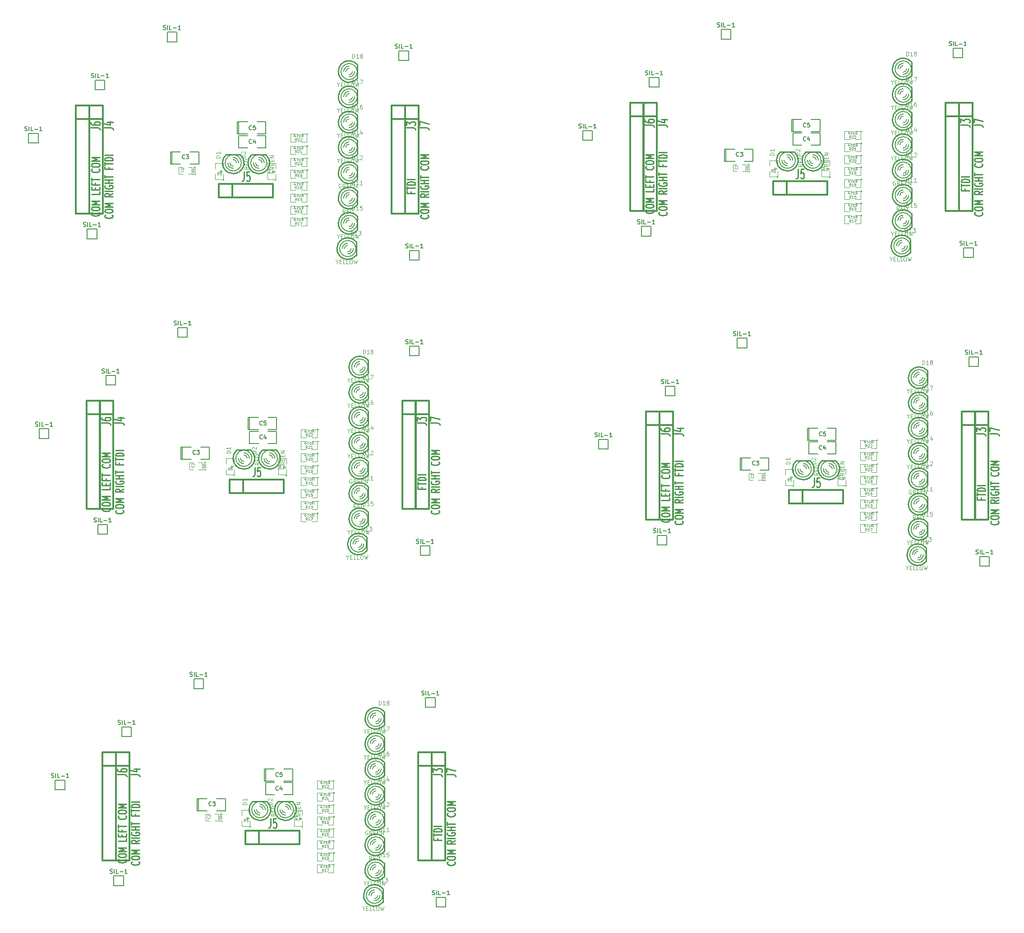
<source format=gto>
G04 (created by PCBNEW (2013-jul-07)-stable) date śro, 10 cze 2015, 22:39:15*
%MOIN*%
G04 Gerber Fmt 3.4, Leading zero omitted, Abs format*
%FSLAX34Y34*%
G01*
G70*
G90*
G04 APERTURE LIST*
%ADD10C,0.00590551*%
%ADD11C,0.005*%
%ADD12C,0.0039*%
%ADD13C,0.0047*%
%ADD14C,0.01*%
%ADD15C,0.006*%
%ADD16C,0.012*%
%ADD17C,0.0043*%
%ADD18C,0.0045*%
%ADD19C,0.0035*%
%ADD20C,0.0107*%
G04 APERTURE END LIST*
G54D10*
G54D11*
X65968Y-14746D02*
X65868Y-14746D01*
X65868Y-14746D02*
X65868Y-15646D01*
X65868Y-15646D02*
X65968Y-15646D01*
X65968Y-14746D02*
X65968Y-15646D01*
X65968Y-15646D02*
X66618Y-15646D01*
X67318Y-14746D02*
X67968Y-14746D01*
X67968Y-14746D02*
X67968Y-15646D01*
X67968Y-15646D02*
X67318Y-15646D01*
X66618Y-14746D02*
X65968Y-14746D01*
X61007Y-16951D02*
X60907Y-16951D01*
X60907Y-16951D02*
X60907Y-17851D01*
X60907Y-17851D02*
X61007Y-17851D01*
X61007Y-16951D02*
X61007Y-17851D01*
X61007Y-17851D02*
X61657Y-17851D01*
X62357Y-16951D02*
X63007Y-16951D01*
X63007Y-16951D02*
X63007Y-17851D01*
X63007Y-17851D02*
X62357Y-17851D01*
X61657Y-16951D02*
X61007Y-16951D01*
G54D12*
X71074Y-20074D02*
G75*
G03X71074Y-20074I-50J0D01*
G74*
G01*
X70574Y-20074D02*
X70974Y-20074D01*
X70974Y-20074D02*
X70974Y-20674D01*
X70974Y-20674D02*
X70574Y-20674D01*
X70174Y-20674D02*
X69774Y-20674D01*
X69774Y-20674D02*
X69774Y-20074D01*
X69774Y-20074D02*
X70174Y-20074D01*
X71074Y-15644D02*
G75*
G03X71074Y-15644I-50J0D01*
G74*
G01*
X70574Y-15644D02*
X70974Y-15644D01*
X70974Y-15644D02*
X70974Y-16244D01*
X70974Y-16244D02*
X70574Y-16244D01*
X70174Y-16244D02*
X69774Y-16244D01*
X69774Y-16244D02*
X69774Y-15644D01*
X69774Y-15644D02*
X70174Y-15644D01*
X71074Y-19188D02*
G75*
G03X71074Y-19188I-50J0D01*
G74*
G01*
X70574Y-19188D02*
X70974Y-19188D01*
X70974Y-19188D02*
X70974Y-19788D01*
X70974Y-19788D02*
X70574Y-19788D01*
X70174Y-19788D02*
X69774Y-19788D01*
X69774Y-19788D02*
X69774Y-19188D01*
X69774Y-19188D02*
X70174Y-19188D01*
X71074Y-21845D02*
G75*
G03X71074Y-21845I-50J0D01*
G74*
G01*
X70574Y-21845D02*
X70974Y-21845D01*
X70974Y-21845D02*
X70974Y-22445D01*
X70974Y-22445D02*
X70574Y-22445D01*
X70174Y-22445D02*
X69774Y-22445D01*
X69774Y-22445D02*
X69774Y-21845D01*
X69774Y-21845D02*
X70174Y-21845D01*
X71074Y-18302D02*
G75*
G03X71074Y-18302I-50J0D01*
G74*
G01*
X70574Y-18302D02*
X70974Y-18302D01*
X70974Y-18302D02*
X70974Y-18902D01*
X70974Y-18902D02*
X70574Y-18902D01*
X70174Y-18902D02*
X69774Y-18902D01*
X69774Y-18902D02*
X69774Y-18302D01*
X69774Y-18302D02*
X70174Y-18302D01*
X71074Y-20959D02*
G75*
G03X71074Y-20959I-50J0D01*
G74*
G01*
X70574Y-20959D02*
X70974Y-20959D01*
X70974Y-20959D02*
X70974Y-21559D01*
X70974Y-21559D02*
X70574Y-21559D01*
X70174Y-21559D02*
X69774Y-21559D01*
X69774Y-21559D02*
X69774Y-20959D01*
X69774Y-20959D02*
X70174Y-20959D01*
X71074Y-17416D02*
G75*
G03X71074Y-17416I-50J0D01*
G74*
G01*
X70574Y-17416D02*
X70974Y-17416D01*
X70974Y-17416D02*
X70974Y-18016D01*
X70974Y-18016D02*
X70574Y-18016D01*
X70174Y-18016D02*
X69774Y-18016D01*
X69774Y-18016D02*
X69774Y-17416D01*
X69774Y-17416D02*
X70174Y-17416D01*
X71074Y-16530D02*
G75*
G03X71074Y-16530I-50J0D01*
G74*
G01*
X70574Y-16530D02*
X70974Y-16530D01*
X70974Y-16530D02*
X70974Y-17130D01*
X70974Y-17130D02*
X70574Y-17130D01*
X70174Y-17130D02*
X69774Y-17130D01*
X69774Y-17130D02*
X69774Y-16530D01*
X69774Y-16530D02*
X70174Y-16530D01*
X64877Y-19035D02*
G75*
G03X64877Y-19035I-50J0D01*
G74*
G01*
X64827Y-18585D02*
X64827Y-18985D01*
X64827Y-18985D02*
X64227Y-18985D01*
X64227Y-18985D02*
X64227Y-18585D01*
X64227Y-18185D02*
X64227Y-17785D01*
X64227Y-17785D02*
X64827Y-17785D01*
X64827Y-17785D02*
X64827Y-18185D01*
X68735Y-19035D02*
G75*
G03X68735Y-19035I-50J0D01*
G74*
G01*
X68685Y-18585D02*
X68685Y-18985D01*
X68685Y-18985D02*
X68085Y-18985D01*
X68085Y-18985D02*
X68085Y-18585D01*
X68085Y-18185D02*
X68085Y-17785D01*
X68085Y-17785D02*
X68685Y-17785D01*
X68685Y-17785D02*
X68685Y-18185D01*
G54D13*
X61810Y-18090D02*
X61535Y-18090D01*
X62204Y-18090D02*
X62479Y-18090D01*
X61810Y-18602D02*
X61535Y-18602D01*
X62479Y-18602D02*
X62204Y-18602D01*
X61535Y-18596D02*
X61535Y-18096D01*
X62479Y-18096D02*
X62479Y-18596D01*
G54D14*
X74735Y-20874D02*
X74735Y-19874D01*
G54D15*
X73654Y-19989D02*
G75*
G03X73515Y-20374I460J-384D01*
G74*
G01*
X73516Y-20374D02*
G75*
G03X73667Y-20771I599J0D01*
G74*
G01*
X74715Y-20374D02*
G75*
G03X74570Y-19984I-599J0D01*
G74*
G01*
X74576Y-20758D02*
G75*
G03X74715Y-20374I-460J384D01*
G74*
G01*
X74603Y-20024D02*
G75*
G03X74115Y-19774I-487J-349D01*
G74*
G01*
X74115Y-19774D02*
G75*
G03X73635Y-20013I0J-600D01*
G74*
G01*
X74115Y-20973D02*
G75*
G03X74588Y-20742I0J599D01*
G74*
G01*
X73642Y-20742D02*
G75*
G03X74115Y-20974I473J368D01*
G74*
G01*
X74115Y-20124D02*
G75*
G03X73865Y-20374I0J-250D01*
G74*
G01*
X74115Y-19974D02*
G75*
G03X73715Y-20374I0J-400D01*
G74*
G01*
X74115Y-20624D02*
G75*
G03X74365Y-20374I0J250D01*
G74*
G01*
X74115Y-20774D02*
G75*
G03X74515Y-20374I0J400D01*
G74*
G01*
G54D14*
X74729Y-19860D02*
G75*
G03X74115Y-19574I-613J-513D01*
G74*
G01*
X74115Y-19575D02*
G75*
G03X73410Y-19997I0J-799D01*
G74*
G01*
X74117Y-21172D02*
G75*
G03X74725Y-20889I-1J798D01*
G74*
G01*
X73421Y-20771D02*
G75*
G03X74115Y-21174I694J397D01*
G74*
G01*
X73411Y-19994D02*
G75*
G03X73315Y-20374I704J-379D01*
G74*
G01*
X73316Y-20374D02*
G75*
G03X73434Y-20792I799J0D01*
G74*
G01*
X74735Y-19003D02*
X74735Y-18003D01*
G54D15*
X73654Y-18119D02*
G75*
G03X73515Y-18503I460J-384D01*
G74*
G01*
X73516Y-18503D02*
G75*
G03X73667Y-18901I599J0D01*
G74*
G01*
X74715Y-18503D02*
G75*
G03X74570Y-18113I-599J0D01*
G74*
G01*
X74576Y-18888D02*
G75*
G03X74715Y-18503I-460J384D01*
G74*
G01*
X74603Y-18154D02*
G75*
G03X74115Y-17903I-487J-349D01*
G74*
G01*
X74115Y-17903D02*
G75*
G03X73635Y-18143I0J-600D01*
G74*
G01*
X74115Y-19103D02*
G75*
G03X74588Y-18872I0J599D01*
G74*
G01*
X73642Y-18872D02*
G75*
G03X74115Y-19103I473J368D01*
G74*
G01*
X74115Y-18253D02*
G75*
G03X73865Y-18503I0J-250D01*
G74*
G01*
X74115Y-18103D02*
G75*
G03X73715Y-18503I0J-400D01*
G74*
G01*
X74115Y-18753D02*
G75*
G03X74365Y-18503I0J250D01*
G74*
G01*
X74115Y-18903D02*
G75*
G03X74515Y-18503I0J400D01*
G74*
G01*
G54D14*
X74729Y-17990D02*
G75*
G03X74115Y-17703I-613J-513D01*
G74*
G01*
X74115Y-17704D02*
G75*
G03X73410Y-18127I0J-799D01*
G74*
G01*
X74117Y-19302D02*
G75*
G03X74725Y-19019I-1J798D01*
G74*
G01*
X73421Y-18901D02*
G75*
G03X74115Y-19303I694J397D01*
G74*
G01*
X73411Y-18124D02*
G75*
G03X73315Y-18503I704J-379D01*
G74*
G01*
X73316Y-18503D02*
G75*
G03X73434Y-18922I799J0D01*
G74*
G01*
X74637Y-24614D02*
X74637Y-23614D01*
G54D15*
X73556Y-23730D02*
G75*
G03X73417Y-24114I460J-384D01*
G74*
G01*
X73418Y-24114D02*
G75*
G03X73569Y-24512I599J0D01*
G74*
G01*
X74616Y-24114D02*
G75*
G03X74472Y-23724I-599J0D01*
G74*
G01*
X74478Y-24498D02*
G75*
G03X74617Y-24114I-460J384D01*
G74*
G01*
X74505Y-23764D02*
G75*
G03X74017Y-23514I-487J-349D01*
G74*
G01*
X74017Y-23514D02*
G75*
G03X73537Y-23753I0J-600D01*
G74*
G01*
X74017Y-24713D02*
G75*
G03X74490Y-24482I0J599D01*
G74*
G01*
X73543Y-24482D02*
G75*
G03X74017Y-24714I473J368D01*
G74*
G01*
X74017Y-23864D02*
G75*
G03X73767Y-24114I0J-250D01*
G74*
G01*
X74017Y-23714D02*
G75*
G03X73617Y-24114I0J-400D01*
G74*
G01*
X74017Y-24364D02*
G75*
G03X74267Y-24114I0J250D01*
G74*
G01*
X74017Y-24514D02*
G75*
G03X74417Y-24114I0J400D01*
G74*
G01*
G54D14*
X74631Y-23601D02*
G75*
G03X74017Y-23314I-613J-513D01*
G74*
G01*
X74017Y-23315D02*
G75*
G03X73312Y-23737I0J-799D01*
G74*
G01*
X74018Y-24913D02*
G75*
G03X74627Y-24629I-1J798D01*
G74*
G01*
X73323Y-24511D02*
G75*
G03X74017Y-24914I694J397D01*
G74*
G01*
X73312Y-23734D02*
G75*
G03X73217Y-24114I704J-379D01*
G74*
G01*
X73217Y-24114D02*
G75*
G03X73336Y-24533I799J0D01*
G74*
G01*
X74735Y-17133D02*
X74735Y-16133D01*
G54D15*
X73654Y-16249D02*
G75*
G03X73515Y-16633I460J-384D01*
G74*
G01*
X73516Y-16633D02*
G75*
G03X73667Y-17031I599J0D01*
G74*
G01*
X74715Y-16633D02*
G75*
G03X74570Y-16243I-599J0D01*
G74*
G01*
X74576Y-17017D02*
G75*
G03X74715Y-16633I-460J384D01*
G74*
G01*
X74603Y-16284D02*
G75*
G03X74115Y-16033I-487J-349D01*
G74*
G01*
X74115Y-16033D02*
G75*
G03X73635Y-16273I0J-600D01*
G74*
G01*
X74115Y-17233D02*
G75*
G03X74588Y-17001I0J599D01*
G74*
G01*
X73642Y-17002D02*
G75*
G03X74115Y-17233I473J368D01*
G74*
G01*
X74115Y-16383D02*
G75*
G03X73865Y-16633I0J-250D01*
G74*
G01*
X74115Y-16233D02*
G75*
G03X73715Y-16633I0J-400D01*
G74*
G01*
X74115Y-16883D02*
G75*
G03X74365Y-16633I0J250D01*
G74*
G01*
X74115Y-17033D02*
G75*
G03X74515Y-16633I0J400D01*
G74*
G01*
G54D14*
X74729Y-16120D02*
G75*
G03X74115Y-15833I-613J-513D01*
G74*
G01*
X74115Y-15834D02*
G75*
G03X73410Y-16257I0J-799D01*
G74*
G01*
X74117Y-17432D02*
G75*
G03X74725Y-17149I-1J798D01*
G74*
G01*
X73421Y-17031D02*
G75*
G03X74115Y-17433I694J397D01*
G74*
G01*
X73411Y-16254D02*
G75*
G03X73315Y-16633I704J-379D01*
G74*
G01*
X73316Y-16633D02*
G75*
G03X73434Y-17052I799J0D01*
G74*
G01*
X74735Y-22744D02*
X74735Y-21744D01*
G54D15*
X73654Y-21860D02*
G75*
G03X73515Y-22244I460J-384D01*
G74*
G01*
X73516Y-22244D02*
G75*
G03X73667Y-22641I599J0D01*
G74*
G01*
X74715Y-22244D02*
G75*
G03X74570Y-21854I-599J0D01*
G74*
G01*
X74576Y-22628D02*
G75*
G03X74715Y-22244I-460J384D01*
G74*
G01*
X74603Y-21894D02*
G75*
G03X74115Y-21644I-487J-349D01*
G74*
G01*
X74115Y-21644D02*
G75*
G03X73635Y-21883I0J-600D01*
G74*
G01*
X74115Y-22843D02*
G75*
G03X74588Y-22612I0J599D01*
G74*
G01*
X73642Y-22612D02*
G75*
G03X74115Y-22844I473J368D01*
G74*
G01*
X74115Y-21994D02*
G75*
G03X73865Y-22244I0J-250D01*
G74*
G01*
X74115Y-21844D02*
G75*
G03X73715Y-22244I0J-400D01*
G74*
G01*
X74115Y-22494D02*
G75*
G03X74365Y-22244I0J250D01*
G74*
G01*
X74115Y-22644D02*
G75*
G03X74515Y-22244I0J400D01*
G74*
G01*
G54D14*
X74729Y-21730D02*
G75*
G03X74115Y-21444I-613J-513D01*
G74*
G01*
X74115Y-21445D02*
G75*
G03X73410Y-21867I0J-799D01*
G74*
G01*
X74117Y-23043D02*
G75*
G03X74725Y-22759I-1J798D01*
G74*
G01*
X73421Y-22641D02*
G75*
G03X74115Y-23044I694J397D01*
G74*
G01*
X73411Y-21864D02*
G75*
G03X73315Y-22244I704J-379D01*
G74*
G01*
X73316Y-22244D02*
G75*
G03X73434Y-22663I799J0D01*
G74*
G01*
X74735Y-15263D02*
X74735Y-14263D01*
G54D15*
X73654Y-14379D02*
G75*
G03X73515Y-14763I460J-384D01*
G74*
G01*
X73516Y-14763D02*
G75*
G03X73667Y-15161I599J0D01*
G74*
G01*
X74715Y-14763D02*
G75*
G03X74570Y-14373I-599J0D01*
G74*
G01*
X74576Y-15147D02*
G75*
G03X74715Y-14763I-460J384D01*
G74*
G01*
X74603Y-14414D02*
G75*
G03X74115Y-14163I-487J-349D01*
G74*
G01*
X74115Y-14163D02*
G75*
G03X73635Y-14403I0J-600D01*
G74*
G01*
X74115Y-15363D02*
G75*
G03X74588Y-15131I0J599D01*
G74*
G01*
X73642Y-15132D02*
G75*
G03X74115Y-15363I473J368D01*
G74*
G01*
X74115Y-14513D02*
G75*
G03X73865Y-14763I0J-250D01*
G74*
G01*
X74115Y-14363D02*
G75*
G03X73715Y-14763I0J-400D01*
G74*
G01*
X74115Y-15013D02*
G75*
G03X74365Y-14763I0J250D01*
G74*
G01*
X74115Y-15163D02*
G75*
G03X74515Y-14763I0J400D01*
G74*
G01*
G54D14*
X74729Y-14250D02*
G75*
G03X74115Y-13963I-613J-513D01*
G74*
G01*
X74115Y-13964D02*
G75*
G03X73410Y-14387I0J-799D01*
G74*
G01*
X74117Y-15562D02*
G75*
G03X74725Y-15279I-1J798D01*
G74*
G01*
X73421Y-15161D02*
G75*
G03X74115Y-15563I694J397D01*
G74*
G01*
X73411Y-14384D02*
G75*
G03X73315Y-14763I704J-379D01*
G74*
G01*
X73316Y-14763D02*
G75*
G03X73434Y-15182I799J0D01*
G74*
G01*
X74735Y-13393D02*
X74735Y-12393D01*
G54D15*
X73654Y-12509D02*
G75*
G03X73515Y-12893I460J-384D01*
G74*
G01*
X73516Y-12893D02*
G75*
G03X73667Y-13291I599J0D01*
G74*
G01*
X74715Y-12893D02*
G75*
G03X74570Y-12503I-599J0D01*
G74*
G01*
X74576Y-13277D02*
G75*
G03X74715Y-12893I-460J384D01*
G74*
G01*
X74603Y-12544D02*
G75*
G03X74115Y-12293I-487J-349D01*
G74*
G01*
X74115Y-12293D02*
G75*
G03X73635Y-12533I0J-600D01*
G74*
G01*
X74115Y-13492D02*
G75*
G03X74588Y-13261I0J599D01*
G74*
G01*
X73642Y-13262D02*
G75*
G03X74115Y-13493I473J368D01*
G74*
G01*
X74115Y-12643D02*
G75*
G03X73865Y-12893I0J-250D01*
G74*
G01*
X74115Y-12493D02*
G75*
G03X73715Y-12893I0J-400D01*
G74*
G01*
X74115Y-13143D02*
G75*
G03X74365Y-12893I0J250D01*
G74*
G01*
X74115Y-13293D02*
G75*
G03X74515Y-12893I0J400D01*
G74*
G01*
G54D14*
X74729Y-12380D02*
G75*
G03X74115Y-12093I-613J-513D01*
G74*
G01*
X74115Y-12094D02*
G75*
G03X73410Y-12517I0J-799D01*
G74*
G01*
X74117Y-13692D02*
G75*
G03X74725Y-13409I-1J798D01*
G74*
G01*
X73421Y-13291D02*
G75*
G03X74115Y-13693I694J397D01*
G74*
G01*
X73411Y-12514D02*
G75*
G03X73315Y-12893I704J-379D01*
G74*
G01*
X73316Y-12893D02*
G75*
G03X73434Y-13312I799J0D01*
G74*
G01*
X74735Y-11523D02*
X74735Y-10523D01*
G54D15*
X73654Y-10639D02*
G75*
G03X73515Y-11023I460J-384D01*
G74*
G01*
X73516Y-11023D02*
G75*
G03X73667Y-11421I599J0D01*
G74*
G01*
X74715Y-11023D02*
G75*
G03X74570Y-10633I-599J0D01*
G74*
G01*
X74576Y-11407D02*
G75*
G03X74715Y-11023I-460J384D01*
G74*
G01*
X74603Y-10674D02*
G75*
G03X74115Y-10423I-487J-349D01*
G74*
G01*
X74115Y-10423D02*
G75*
G03X73635Y-10663I0J-600D01*
G74*
G01*
X74115Y-11622D02*
G75*
G03X74588Y-11391I0J599D01*
G74*
G01*
X73642Y-11392D02*
G75*
G03X74115Y-11623I473J368D01*
G74*
G01*
X74115Y-10773D02*
G75*
G03X73865Y-11023I0J-250D01*
G74*
G01*
X74115Y-10623D02*
G75*
G03X73715Y-11023I0J-400D01*
G74*
G01*
X74115Y-11273D02*
G75*
G03X74365Y-11023I0J250D01*
G74*
G01*
X74115Y-11423D02*
G75*
G03X74515Y-11023I0J400D01*
G74*
G01*
G54D14*
X74729Y-10510D02*
G75*
G03X74115Y-10223I-613J-513D01*
G74*
G01*
X74115Y-10224D02*
G75*
G03X73410Y-10647I0J-799D01*
G74*
G01*
X74117Y-11822D02*
G75*
G03X74725Y-11539I-1J798D01*
G74*
G01*
X73421Y-11421D02*
G75*
G03X74115Y-11823I694J397D01*
G74*
G01*
X73411Y-10644D02*
G75*
G03X73315Y-11023I704J-379D01*
G74*
G01*
X73316Y-11023D02*
G75*
G03X73434Y-11442I799J0D01*
G74*
G01*
G54D16*
X78255Y-13519D02*
X78255Y-21519D01*
X78255Y-21519D02*
X77255Y-21519D01*
X77255Y-21519D02*
X77255Y-13519D01*
X77255Y-13519D02*
X78255Y-13519D01*
X77255Y-14519D02*
X78255Y-14519D01*
X54929Y-13519D02*
X54929Y-21519D01*
X54929Y-21519D02*
X53929Y-21519D01*
X53929Y-21519D02*
X53929Y-13519D01*
X53929Y-13519D02*
X54929Y-13519D01*
X53929Y-14519D02*
X54929Y-14519D01*
X79240Y-13519D02*
X79240Y-21519D01*
X79240Y-21519D02*
X78240Y-21519D01*
X78240Y-21519D02*
X78240Y-13519D01*
X78240Y-13519D02*
X79240Y-13519D01*
X78240Y-14519D02*
X79240Y-14519D01*
X64496Y-19342D02*
X64496Y-19342D01*
X64496Y-20342D02*
X64496Y-19342D01*
X64496Y-19342D02*
X64496Y-19342D01*
X64496Y-19342D02*
X68496Y-19342D01*
X68496Y-19342D02*
X68496Y-20342D01*
X68496Y-20342D02*
X64496Y-20342D01*
X65496Y-20342D02*
X65496Y-19342D01*
X55913Y-13519D02*
X55913Y-21519D01*
X55913Y-21519D02*
X54913Y-21519D01*
X54913Y-21519D02*
X54913Y-13519D01*
X54913Y-13519D02*
X55913Y-13519D01*
X54913Y-14519D02*
X55913Y-14519D01*
G54D11*
X65968Y-15770D02*
X65968Y-16670D01*
X65968Y-16670D02*
X66618Y-16670D01*
X67318Y-15770D02*
X67968Y-15770D01*
X67968Y-15770D02*
X67968Y-16670D01*
X67968Y-16670D02*
X67318Y-16670D01*
X66618Y-15770D02*
X65968Y-15770D01*
G54D14*
X67940Y-17154D02*
X66940Y-17154D01*
G54D15*
X67056Y-18234D02*
G75*
G03X67440Y-18374I384J460D01*
G74*
G01*
X67440Y-18373D02*
G75*
G03X67838Y-18222I0J599D01*
G74*
G01*
X67440Y-17174D02*
G75*
G03X67050Y-17319I0J-599D01*
G74*
G01*
X67825Y-17313D02*
G75*
G03X67440Y-17174I-384J-460D01*
G74*
G01*
X67091Y-17286D02*
G75*
G03X66840Y-17774I349J-487D01*
G74*
G01*
X66840Y-17774D02*
G75*
G03X67080Y-18253I600J0D01*
G74*
G01*
X68040Y-17774D02*
G75*
G03X67809Y-17301I-599J0D01*
G74*
G01*
X67809Y-18247D02*
G75*
G03X68040Y-17774I-368J473D01*
G74*
G01*
X67190Y-17774D02*
G75*
G03X67440Y-18024I250J0D01*
G74*
G01*
X67040Y-17774D02*
G75*
G03X67440Y-18174I400J0D01*
G74*
G01*
X67690Y-17774D02*
G75*
G03X67440Y-17524I-250J0D01*
G74*
G01*
X67840Y-17774D02*
G75*
G03X67440Y-17374I-400J0D01*
G74*
G01*
G54D14*
X66927Y-17160D02*
G75*
G03X66640Y-17774I513J-613D01*
G74*
G01*
X66641Y-17774D02*
G75*
G03X67064Y-18478I799J0D01*
G74*
G01*
X68239Y-17772D02*
G75*
G03X67956Y-17163I-798J-1D01*
G74*
G01*
X67838Y-18468D02*
G75*
G03X68240Y-17774I-397J694D01*
G74*
G01*
X67061Y-18478D02*
G75*
G03X67440Y-18574I379J704D01*
G74*
G01*
X67440Y-18573D02*
G75*
G03X67859Y-18455I0J799D01*
G74*
G01*
X66051Y-17154D02*
X65051Y-17154D01*
G54D15*
X65167Y-18234D02*
G75*
G03X65551Y-18374I384J460D01*
G74*
G01*
X65551Y-18373D02*
G75*
G03X65949Y-18222I0J599D01*
G74*
G01*
X65551Y-17174D02*
G75*
G03X65161Y-17319I0J-599D01*
G74*
G01*
X65935Y-17313D02*
G75*
G03X65551Y-17174I-384J-460D01*
G74*
G01*
X65201Y-17286D02*
G75*
G03X64951Y-17774I349J-487D01*
G74*
G01*
X64951Y-17774D02*
G75*
G03X65190Y-18253I599J0D01*
G74*
G01*
X66150Y-17774D02*
G75*
G03X65919Y-17301I-599J0D01*
G74*
G01*
X65919Y-18247D02*
G75*
G03X66151Y-17774I-368J473D01*
G74*
G01*
X65301Y-17774D02*
G75*
G03X65551Y-18024I249J0D01*
G74*
G01*
X65151Y-17774D02*
G75*
G03X65551Y-18174I399J0D01*
G74*
G01*
X65801Y-17774D02*
G75*
G03X65551Y-17524I-250J0D01*
G74*
G01*
X65951Y-17774D02*
G75*
G03X65551Y-17374I-400J0D01*
G74*
G01*
G54D14*
X65038Y-17160D02*
G75*
G03X64751Y-17774I513J-613D01*
G74*
G01*
X64752Y-17774D02*
G75*
G03X65174Y-18478I798J0D01*
G74*
G01*
X66350Y-17772D02*
G75*
G03X66066Y-17163I-798J-1D01*
G74*
G01*
X65948Y-18468D02*
G75*
G03X66351Y-17774I-397J694D01*
G74*
G01*
X65171Y-18478D02*
G75*
G03X65551Y-18574I379J704D01*
G74*
G01*
X65551Y-18573D02*
G75*
G03X65970Y-18455I0J799D01*
G74*
G01*
G54D10*
X55354Y-11653D02*
X56062Y-11653D01*
X56062Y-11653D02*
X56062Y-12362D01*
X56062Y-12362D02*
X55354Y-12362D01*
X55354Y-12362D02*
X55354Y-11653D01*
X54763Y-22677D02*
X55472Y-22677D01*
X55472Y-22677D02*
X55472Y-23385D01*
X55472Y-23385D02*
X54763Y-23385D01*
X54763Y-23385D02*
X54763Y-22677D01*
X60669Y-8110D02*
X61377Y-8110D01*
X61377Y-8110D02*
X61377Y-8818D01*
X61377Y-8818D02*
X60669Y-8818D01*
X60669Y-8818D02*
X60669Y-8110D01*
X50433Y-15590D02*
X51141Y-15590D01*
X51141Y-15590D02*
X51141Y-16299D01*
X51141Y-16299D02*
X50433Y-16299D01*
X50433Y-16299D02*
X50433Y-15590D01*
X78582Y-24251D02*
X79291Y-24251D01*
X79291Y-24251D02*
X79291Y-24960D01*
X79291Y-24960D02*
X78582Y-24960D01*
X78582Y-24960D02*
X78582Y-24251D01*
X77795Y-9488D02*
X78503Y-9488D01*
X78503Y-9488D02*
X78503Y-10196D01*
X78503Y-10196D02*
X77795Y-10196D01*
X77795Y-10196D02*
X77795Y-9488D01*
G54D11*
X65968Y-14746D02*
X65868Y-14746D01*
X65868Y-14746D02*
X65868Y-15646D01*
X65868Y-15646D02*
X65968Y-15646D01*
X65968Y-14746D02*
X65968Y-15646D01*
X65968Y-15646D02*
X66618Y-15646D01*
X67318Y-14746D02*
X67968Y-14746D01*
X67968Y-14746D02*
X67968Y-15646D01*
X67968Y-15646D02*
X67318Y-15646D01*
X66618Y-14746D02*
X65968Y-14746D01*
X61007Y-16951D02*
X60907Y-16951D01*
X60907Y-16951D02*
X60907Y-17851D01*
X60907Y-17851D02*
X61007Y-17851D01*
X61007Y-16951D02*
X61007Y-17851D01*
X61007Y-17851D02*
X61657Y-17851D01*
X62357Y-16951D02*
X63007Y-16951D01*
X63007Y-16951D02*
X63007Y-17851D01*
X63007Y-17851D02*
X62357Y-17851D01*
X61657Y-16951D02*
X61007Y-16951D01*
G54D12*
X71074Y-20074D02*
G75*
G03X71074Y-20074I-50J0D01*
G74*
G01*
X70574Y-20074D02*
X70974Y-20074D01*
X70974Y-20074D02*
X70974Y-20674D01*
X70974Y-20674D02*
X70574Y-20674D01*
X70174Y-20674D02*
X69774Y-20674D01*
X69774Y-20674D02*
X69774Y-20074D01*
X69774Y-20074D02*
X70174Y-20074D01*
X71074Y-15644D02*
G75*
G03X71074Y-15644I-50J0D01*
G74*
G01*
X70574Y-15644D02*
X70974Y-15644D01*
X70974Y-15644D02*
X70974Y-16244D01*
X70974Y-16244D02*
X70574Y-16244D01*
X70174Y-16244D02*
X69774Y-16244D01*
X69774Y-16244D02*
X69774Y-15644D01*
X69774Y-15644D02*
X70174Y-15644D01*
X71074Y-19188D02*
G75*
G03X71074Y-19188I-50J0D01*
G74*
G01*
X70574Y-19188D02*
X70974Y-19188D01*
X70974Y-19188D02*
X70974Y-19788D01*
X70974Y-19788D02*
X70574Y-19788D01*
X70174Y-19788D02*
X69774Y-19788D01*
X69774Y-19788D02*
X69774Y-19188D01*
X69774Y-19188D02*
X70174Y-19188D01*
X71074Y-21845D02*
G75*
G03X71074Y-21845I-50J0D01*
G74*
G01*
X70574Y-21845D02*
X70974Y-21845D01*
X70974Y-21845D02*
X70974Y-22445D01*
X70974Y-22445D02*
X70574Y-22445D01*
X70174Y-22445D02*
X69774Y-22445D01*
X69774Y-22445D02*
X69774Y-21845D01*
X69774Y-21845D02*
X70174Y-21845D01*
X71074Y-18302D02*
G75*
G03X71074Y-18302I-50J0D01*
G74*
G01*
X70574Y-18302D02*
X70974Y-18302D01*
X70974Y-18302D02*
X70974Y-18902D01*
X70974Y-18902D02*
X70574Y-18902D01*
X70174Y-18902D02*
X69774Y-18902D01*
X69774Y-18902D02*
X69774Y-18302D01*
X69774Y-18302D02*
X70174Y-18302D01*
X71074Y-20959D02*
G75*
G03X71074Y-20959I-50J0D01*
G74*
G01*
X70574Y-20959D02*
X70974Y-20959D01*
X70974Y-20959D02*
X70974Y-21559D01*
X70974Y-21559D02*
X70574Y-21559D01*
X70174Y-21559D02*
X69774Y-21559D01*
X69774Y-21559D02*
X69774Y-20959D01*
X69774Y-20959D02*
X70174Y-20959D01*
X71074Y-17416D02*
G75*
G03X71074Y-17416I-50J0D01*
G74*
G01*
X70574Y-17416D02*
X70974Y-17416D01*
X70974Y-17416D02*
X70974Y-18016D01*
X70974Y-18016D02*
X70574Y-18016D01*
X70174Y-18016D02*
X69774Y-18016D01*
X69774Y-18016D02*
X69774Y-17416D01*
X69774Y-17416D02*
X70174Y-17416D01*
X71074Y-16530D02*
G75*
G03X71074Y-16530I-50J0D01*
G74*
G01*
X70574Y-16530D02*
X70974Y-16530D01*
X70974Y-16530D02*
X70974Y-17130D01*
X70974Y-17130D02*
X70574Y-17130D01*
X70174Y-17130D02*
X69774Y-17130D01*
X69774Y-17130D02*
X69774Y-16530D01*
X69774Y-16530D02*
X70174Y-16530D01*
X64877Y-19035D02*
G75*
G03X64877Y-19035I-50J0D01*
G74*
G01*
X64827Y-18585D02*
X64827Y-18985D01*
X64827Y-18985D02*
X64227Y-18985D01*
X64227Y-18985D02*
X64227Y-18585D01*
X64227Y-18185D02*
X64227Y-17785D01*
X64227Y-17785D02*
X64827Y-17785D01*
X64827Y-17785D02*
X64827Y-18185D01*
X68735Y-19035D02*
G75*
G03X68735Y-19035I-50J0D01*
G74*
G01*
X68685Y-18585D02*
X68685Y-18985D01*
X68685Y-18985D02*
X68085Y-18985D01*
X68085Y-18985D02*
X68085Y-18585D01*
X68085Y-18185D02*
X68085Y-17785D01*
X68085Y-17785D02*
X68685Y-17785D01*
X68685Y-17785D02*
X68685Y-18185D01*
G54D13*
X61810Y-18090D02*
X61535Y-18090D01*
X62204Y-18090D02*
X62479Y-18090D01*
X61810Y-18602D02*
X61535Y-18602D01*
X62479Y-18602D02*
X62204Y-18602D01*
X61535Y-18596D02*
X61535Y-18096D01*
X62479Y-18096D02*
X62479Y-18596D01*
G54D14*
X74735Y-20874D02*
X74735Y-19874D01*
G54D15*
X73654Y-19989D02*
G75*
G03X73515Y-20374I460J-384D01*
G74*
G01*
X73516Y-20374D02*
G75*
G03X73667Y-20771I599J0D01*
G74*
G01*
X74715Y-20374D02*
G75*
G03X74570Y-19984I-599J0D01*
G74*
G01*
X74576Y-20758D02*
G75*
G03X74715Y-20374I-460J384D01*
G74*
G01*
X74603Y-20024D02*
G75*
G03X74115Y-19774I-487J-349D01*
G74*
G01*
X74115Y-19774D02*
G75*
G03X73635Y-20013I0J-600D01*
G74*
G01*
X74115Y-20973D02*
G75*
G03X74588Y-20742I0J599D01*
G74*
G01*
X73642Y-20742D02*
G75*
G03X74115Y-20974I473J368D01*
G74*
G01*
X74115Y-20124D02*
G75*
G03X73865Y-20374I0J-250D01*
G74*
G01*
X74115Y-19974D02*
G75*
G03X73715Y-20374I0J-400D01*
G74*
G01*
X74115Y-20624D02*
G75*
G03X74365Y-20374I0J250D01*
G74*
G01*
X74115Y-20774D02*
G75*
G03X74515Y-20374I0J400D01*
G74*
G01*
G54D14*
X74729Y-19860D02*
G75*
G03X74115Y-19574I-613J-513D01*
G74*
G01*
X74115Y-19575D02*
G75*
G03X73410Y-19997I0J-799D01*
G74*
G01*
X74117Y-21172D02*
G75*
G03X74725Y-20889I-1J798D01*
G74*
G01*
X73421Y-20771D02*
G75*
G03X74115Y-21174I694J397D01*
G74*
G01*
X73411Y-19994D02*
G75*
G03X73315Y-20374I704J-379D01*
G74*
G01*
X73316Y-20374D02*
G75*
G03X73434Y-20792I799J0D01*
G74*
G01*
X74735Y-19003D02*
X74735Y-18003D01*
G54D15*
X73654Y-18119D02*
G75*
G03X73515Y-18503I460J-384D01*
G74*
G01*
X73516Y-18503D02*
G75*
G03X73667Y-18901I599J0D01*
G74*
G01*
X74715Y-18503D02*
G75*
G03X74570Y-18113I-599J0D01*
G74*
G01*
X74576Y-18888D02*
G75*
G03X74715Y-18503I-460J384D01*
G74*
G01*
X74603Y-18154D02*
G75*
G03X74115Y-17903I-487J-349D01*
G74*
G01*
X74115Y-17903D02*
G75*
G03X73635Y-18143I0J-600D01*
G74*
G01*
X74115Y-19103D02*
G75*
G03X74588Y-18872I0J599D01*
G74*
G01*
X73642Y-18872D02*
G75*
G03X74115Y-19103I473J368D01*
G74*
G01*
X74115Y-18253D02*
G75*
G03X73865Y-18503I0J-250D01*
G74*
G01*
X74115Y-18103D02*
G75*
G03X73715Y-18503I0J-400D01*
G74*
G01*
X74115Y-18753D02*
G75*
G03X74365Y-18503I0J250D01*
G74*
G01*
X74115Y-18903D02*
G75*
G03X74515Y-18503I0J400D01*
G74*
G01*
G54D14*
X74729Y-17990D02*
G75*
G03X74115Y-17703I-613J-513D01*
G74*
G01*
X74115Y-17704D02*
G75*
G03X73410Y-18127I0J-799D01*
G74*
G01*
X74117Y-19302D02*
G75*
G03X74725Y-19019I-1J798D01*
G74*
G01*
X73421Y-18901D02*
G75*
G03X74115Y-19303I694J397D01*
G74*
G01*
X73411Y-18124D02*
G75*
G03X73315Y-18503I704J-379D01*
G74*
G01*
X73316Y-18503D02*
G75*
G03X73434Y-18922I799J0D01*
G74*
G01*
X74637Y-24614D02*
X74637Y-23614D01*
G54D15*
X73556Y-23730D02*
G75*
G03X73417Y-24114I460J-384D01*
G74*
G01*
X73418Y-24114D02*
G75*
G03X73569Y-24512I599J0D01*
G74*
G01*
X74616Y-24114D02*
G75*
G03X74472Y-23724I-599J0D01*
G74*
G01*
X74478Y-24498D02*
G75*
G03X74617Y-24114I-460J384D01*
G74*
G01*
X74505Y-23764D02*
G75*
G03X74017Y-23514I-487J-349D01*
G74*
G01*
X74017Y-23514D02*
G75*
G03X73537Y-23753I0J-600D01*
G74*
G01*
X74017Y-24713D02*
G75*
G03X74490Y-24482I0J599D01*
G74*
G01*
X73543Y-24482D02*
G75*
G03X74017Y-24714I473J368D01*
G74*
G01*
X74017Y-23864D02*
G75*
G03X73767Y-24114I0J-250D01*
G74*
G01*
X74017Y-23714D02*
G75*
G03X73617Y-24114I0J-400D01*
G74*
G01*
X74017Y-24364D02*
G75*
G03X74267Y-24114I0J250D01*
G74*
G01*
X74017Y-24514D02*
G75*
G03X74417Y-24114I0J400D01*
G74*
G01*
G54D14*
X74631Y-23601D02*
G75*
G03X74017Y-23314I-613J-513D01*
G74*
G01*
X74017Y-23315D02*
G75*
G03X73312Y-23737I0J-799D01*
G74*
G01*
X74018Y-24913D02*
G75*
G03X74627Y-24629I-1J798D01*
G74*
G01*
X73323Y-24511D02*
G75*
G03X74017Y-24914I694J397D01*
G74*
G01*
X73312Y-23734D02*
G75*
G03X73217Y-24114I704J-379D01*
G74*
G01*
X73217Y-24114D02*
G75*
G03X73336Y-24533I799J0D01*
G74*
G01*
X74735Y-17133D02*
X74735Y-16133D01*
G54D15*
X73654Y-16249D02*
G75*
G03X73515Y-16633I460J-384D01*
G74*
G01*
X73516Y-16633D02*
G75*
G03X73667Y-17031I599J0D01*
G74*
G01*
X74715Y-16633D02*
G75*
G03X74570Y-16243I-599J0D01*
G74*
G01*
X74576Y-17017D02*
G75*
G03X74715Y-16633I-460J384D01*
G74*
G01*
X74603Y-16284D02*
G75*
G03X74115Y-16033I-487J-349D01*
G74*
G01*
X74115Y-16033D02*
G75*
G03X73635Y-16273I0J-600D01*
G74*
G01*
X74115Y-17233D02*
G75*
G03X74588Y-17001I0J599D01*
G74*
G01*
X73642Y-17002D02*
G75*
G03X74115Y-17233I473J368D01*
G74*
G01*
X74115Y-16383D02*
G75*
G03X73865Y-16633I0J-250D01*
G74*
G01*
X74115Y-16233D02*
G75*
G03X73715Y-16633I0J-400D01*
G74*
G01*
X74115Y-16883D02*
G75*
G03X74365Y-16633I0J250D01*
G74*
G01*
X74115Y-17033D02*
G75*
G03X74515Y-16633I0J400D01*
G74*
G01*
G54D14*
X74729Y-16120D02*
G75*
G03X74115Y-15833I-613J-513D01*
G74*
G01*
X74115Y-15834D02*
G75*
G03X73410Y-16257I0J-799D01*
G74*
G01*
X74117Y-17432D02*
G75*
G03X74725Y-17149I-1J798D01*
G74*
G01*
X73421Y-17031D02*
G75*
G03X74115Y-17433I694J397D01*
G74*
G01*
X73411Y-16254D02*
G75*
G03X73315Y-16633I704J-379D01*
G74*
G01*
X73316Y-16633D02*
G75*
G03X73434Y-17052I799J0D01*
G74*
G01*
X74735Y-22744D02*
X74735Y-21744D01*
G54D15*
X73654Y-21860D02*
G75*
G03X73515Y-22244I460J-384D01*
G74*
G01*
X73516Y-22244D02*
G75*
G03X73667Y-22641I599J0D01*
G74*
G01*
X74715Y-22244D02*
G75*
G03X74570Y-21854I-599J0D01*
G74*
G01*
X74576Y-22628D02*
G75*
G03X74715Y-22244I-460J384D01*
G74*
G01*
X74603Y-21894D02*
G75*
G03X74115Y-21644I-487J-349D01*
G74*
G01*
X74115Y-21644D02*
G75*
G03X73635Y-21883I0J-600D01*
G74*
G01*
X74115Y-22843D02*
G75*
G03X74588Y-22612I0J599D01*
G74*
G01*
X73642Y-22612D02*
G75*
G03X74115Y-22844I473J368D01*
G74*
G01*
X74115Y-21994D02*
G75*
G03X73865Y-22244I0J-250D01*
G74*
G01*
X74115Y-21844D02*
G75*
G03X73715Y-22244I0J-400D01*
G74*
G01*
X74115Y-22494D02*
G75*
G03X74365Y-22244I0J250D01*
G74*
G01*
X74115Y-22644D02*
G75*
G03X74515Y-22244I0J400D01*
G74*
G01*
G54D14*
X74729Y-21730D02*
G75*
G03X74115Y-21444I-613J-513D01*
G74*
G01*
X74115Y-21445D02*
G75*
G03X73410Y-21867I0J-799D01*
G74*
G01*
X74117Y-23043D02*
G75*
G03X74725Y-22759I-1J798D01*
G74*
G01*
X73421Y-22641D02*
G75*
G03X74115Y-23044I694J397D01*
G74*
G01*
X73411Y-21864D02*
G75*
G03X73315Y-22244I704J-379D01*
G74*
G01*
X73316Y-22244D02*
G75*
G03X73434Y-22663I799J0D01*
G74*
G01*
X74735Y-15263D02*
X74735Y-14263D01*
G54D15*
X73654Y-14379D02*
G75*
G03X73515Y-14763I460J-384D01*
G74*
G01*
X73516Y-14763D02*
G75*
G03X73667Y-15161I599J0D01*
G74*
G01*
X74715Y-14763D02*
G75*
G03X74570Y-14373I-599J0D01*
G74*
G01*
X74576Y-15147D02*
G75*
G03X74715Y-14763I-460J384D01*
G74*
G01*
X74603Y-14414D02*
G75*
G03X74115Y-14163I-487J-349D01*
G74*
G01*
X74115Y-14163D02*
G75*
G03X73635Y-14403I0J-600D01*
G74*
G01*
X74115Y-15363D02*
G75*
G03X74588Y-15131I0J599D01*
G74*
G01*
X73642Y-15132D02*
G75*
G03X74115Y-15363I473J368D01*
G74*
G01*
X74115Y-14513D02*
G75*
G03X73865Y-14763I0J-250D01*
G74*
G01*
X74115Y-14363D02*
G75*
G03X73715Y-14763I0J-400D01*
G74*
G01*
X74115Y-15013D02*
G75*
G03X74365Y-14763I0J250D01*
G74*
G01*
X74115Y-15163D02*
G75*
G03X74515Y-14763I0J400D01*
G74*
G01*
G54D14*
X74729Y-14250D02*
G75*
G03X74115Y-13963I-613J-513D01*
G74*
G01*
X74115Y-13964D02*
G75*
G03X73410Y-14387I0J-799D01*
G74*
G01*
X74117Y-15562D02*
G75*
G03X74725Y-15279I-1J798D01*
G74*
G01*
X73421Y-15161D02*
G75*
G03X74115Y-15563I694J397D01*
G74*
G01*
X73411Y-14384D02*
G75*
G03X73315Y-14763I704J-379D01*
G74*
G01*
X73316Y-14763D02*
G75*
G03X73434Y-15182I799J0D01*
G74*
G01*
X74735Y-13393D02*
X74735Y-12393D01*
G54D15*
X73654Y-12509D02*
G75*
G03X73515Y-12893I460J-384D01*
G74*
G01*
X73516Y-12893D02*
G75*
G03X73667Y-13291I599J0D01*
G74*
G01*
X74715Y-12893D02*
G75*
G03X74570Y-12503I-599J0D01*
G74*
G01*
X74576Y-13277D02*
G75*
G03X74715Y-12893I-460J384D01*
G74*
G01*
X74603Y-12544D02*
G75*
G03X74115Y-12293I-487J-349D01*
G74*
G01*
X74115Y-12293D02*
G75*
G03X73635Y-12533I0J-600D01*
G74*
G01*
X74115Y-13492D02*
G75*
G03X74588Y-13261I0J599D01*
G74*
G01*
X73642Y-13262D02*
G75*
G03X74115Y-13493I473J368D01*
G74*
G01*
X74115Y-12643D02*
G75*
G03X73865Y-12893I0J-250D01*
G74*
G01*
X74115Y-12493D02*
G75*
G03X73715Y-12893I0J-400D01*
G74*
G01*
X74115Y-13143D02*
G75*
G03X74365Y-12893I0J250D01*
G74*
G01*
X74115Y-13293D02*
G75*
G03X74515Y-12893I0J400D01*
G74*
G01*
G54D14*
X74729Y-12380D02*
G75*
G03X74115Y-12093I-613J-513D01*
G74*
G01*
X74115Y-12094D02*
G75*
G03X73410Y-12517I0J-799D01*
G74*
G01*
X74117Y-13692D02*
G75*
G03X74725Y-13409I-1J798D01*
G74*
G01*
X73421Y-13291D02*
G75*
G03X74115Y-13693I694J397D01*
G74*
G01*
X73411Y-12514D02*
G75*
G03X73315Y-12893I704J-379D01*
G74*
G01*
X73316Y-12893D02*
G75*
G03X73434Y-13312I799J0D01*
G74*
G01*
X74735Y-11523D02*
X74735Y-10523D01*
G54D15*
X73654Y-10639D02*
G75*
G03X73515Y-11023I460J-384D01*
G74*
G01*
X73516Y-11023D02*
G75*
G03X73667Y-11421I599J0D01*
G74*
G01*
X74715Y-11023D02*
G75*
G03X74570Y-10633I-599J0D01*
G74*
G01*
X74576Y-11407D02*
G75*
G03X74715Y-11023I-460J384D01*
G74*
G01*
X74603Y-10674D02*
G75*
G03X74115Y-10423I-487J-349D01*
G74*
G01*
X74115Y-10423D02*
G75*
G03X73635Y-10663I0J-600D01*
G74*
G01*
X74115Y-11622D02*
G75*
G03X74588Y-11391I0J599D01*
G74*
G01*
X73642Y-11392D02*
G75*
G03X74115Y-11623I473J368D01*
G74*
G01*
X74115Y-10773D02*
G75*
G03X73865Y-11023I0J-250D01*
G74*
G01*
X74115Y-10623D02*
G75*
G03X73715Y-11023I0J-400D01*
G74*
G01*
X74115Y-11273D02*
G75*
G03X74365Y-11023I0J250D01*
G74*
G01*
X74115Y-11423D02*
G75*
G03X74515Y-11023I0J400D01*
G74*
G01*
G54D14*
X74729Y-10510D02*
G75*
G03X74115Y-10223I-613J-513D01*
G74*
G01*
X74115Y-10224D02*
G75*
G03X73410Y-10647I0J-799D01*
G74*
G01*
X74117Y-11822D02*
G75*
G03X74725Y-11539I-1J798D01*
G74*
G01*
X73421Y-11421D02*
G75*
G03X74115Y-11823I694J397D01*
G74*
G01*
X73411Y-10644D02*
G75*
G03X73315Y-11023I704J-379D01*
G74*
G01*
X73316Y-11023D02*
G75*
G03X73434Y-11442I799J0D01*
G74*
G01*
G54D16*
X78255Y-13519D02*
X78255Y-21519D01*
X78255Y-21519D02*
X77255Y-21519D01*
X77255Y-21519D02*
X77255Y-13519D01*
X77255Y-13519D02*
X78255Y-13519D01*
X77255Y-14519D02*
X78255Y-14519D01*
X54929Y-13519D02*
X54929Y-21519D01*
X54929Y-21519D02*
X53929Y-21519D01*
X53929Y-21519D02*
X53929Y-13519D01*
X53929Y-13519D02*
X54929Y-13519D01*
X53929Y-14519D02*
X54929Y-14519D01*
X79240Y-13519D02*
X79240Y-21519D01*
X79240Y-21519D02*
X78240Y-21519D01*
X78240Y-21519D02*
X78240Y-13519D01*
X78240Y-13519D02*
X79240Y-13519D01*
X78240Y-14519D02*
X79240Y-14519D01*
X64496Y-19342D02*
X64496Y-19342D01*
X64496Y-20342D02*
X64496Y-19342D01*
X64496Y-19342D02*
X64496Y-19342D01*
X64496Y-19342D02*
X68496Y-19342D01*
X68496Y-19342D02*
X68496Y-20342D01*
X68496Y-20342D02*
X64496Y-20342D01*
X65496Y-20342D02*
X65496Y-19342D01*
X55913Y-13519D02*
X55913Y-21519D01*
X55913Y-21519D02*
X54913Y-21519D01*
X54913Y-21519D02*
X54913Y-13519D01*
X54913Y-13519D02*
X55913Y-13519D01*
X54913Y-14519D02*
X55913Y-14519D01*
G54D11*
X65968Y-15770D02*
X65968Y-16670D01*
X65968Y-16670D02*
X66618Y-16670D01*
X67318Y-15770D02*
X67968Y-15770D01*
X67968Y-15770D02*
X67968Y-16670D01*
X67968Y-16670D02*
X67318Y-16670D01*
X66618Y-15770D02*
X65968Y-15770D01*
G54D14*
X67940Y-17154D02*
X66940Y-17154D01*
G54D15*
X67056Y-18234D02*
G75*
G03X67440Y-18374I384J460D01*
G74*
G01*
X67440Y-18373D02*
G75*
G03X67838Y-18222I0J599D01*
G74*
G01*
X67440Y-17174D02*
G75*
G03X67050Y-17319I0J-599D01*
G74*
G01*
X67825Y-17313D02*
G75*
G03X67440Y-17174I-384J-460D01*
G74*
G01*
X67091Y-17286D02*
G75*
G03X66840Y-17774I349J-487D01*
G74*
G01*
X66840Y-17774D02*
G75*
G03X67080Y-18253I600J0D01*
G74*
G01*
X68040Y-17774D02*
G75*
G03X67809Y-17301I-599J0D01*
G74*
G01*
X67809Y-18247D02*
G75*
G03X68040Y-17774I-368J473D01*
G74*
G01*
X67190Y-17774D02*
G75*
G03X67440Y-18024I250J0D01*
G74*
G01*
X67040Y-17774D02*
G75*
G03X67440Y-18174I400J0D01*
G74*
G01*
X67690Y-17774D02*
G75*
G03X67440Y-17524I-250J0D01*
G74*
G01*
X67840Y-17774D02*
G75*
G03X67440Y-17374I-400J0D01*
G74*
G01*
G54D14*
X66927Y-17160D02*
G75*
G03X66640Y-17774I513J-613D01*
G74*
G01*
X66641Y-17774D02*
G75*
G03X67064Y-18478I799J0D01*
G74*
G01*
X68239Y-17772D02*
G75*
G03X67956Y-17163I-798J-1D01*
G74*
G01*
X67838Y-18468D02*
G75*
G03X68240Y-17774I-397J694D01*
G74*
G01*
X67061Y-18478D02*
G75*
G03X67440Y-18574I379J704D01*
G74*
G01*
X67440Y-18573D02*
G75*
G03X67859Y-18455I0J799D01*
G74*
G01*
X66051Y-17154D02*
X65051Y-17154D01*
G54D15*
X65167Y-18234D02*
G75*
G03X65551Y-18374I384J460D01*
G74*
G01*
X65551Y-18373D02*
G75*
G03X65949Y-18222I0J599D01*
G74*
G01*
X65551Y-17174D02*
G75*
G03X65161Y-17319I0J-599D01*
G74*
G01*
X65935Y-17313D02*
G75*
G03X65551Y-17174I-384J-460D01*
G74*
G01*
X65201Y-17286D02*
G75*
G03X64951Y-17774I349J-487D01*
G74*
G01*
X64951Y-17774D02*
G75*
G03X65190Y-18253I599J0D01*
G74*
G01*
X66150Y-17774D02*
G75*
G03X65919Y-17301I-599J0D01*
G74*
G01*
X65919Y-18247D02*
G75*
G03X66151Y-17774I-368J473D01*
G74*
G01*
X65301Y-17774D02*
G75*
G03X65551Y-18024I249J0D01*
G74*
G01*
X65151Y-17774D02*
G75*
G03X65551Y-18174I399J0D01*
G74*
G01*
X65801Y-17774D02*
G75*
G03X65551Y-17524I-250J0D01*
G74*
G01*
X65951Y-17774D02*
G75*
G03X65551Y-17374I-400J0D01*
G74*
G01*
G54D14*
X65038Y-17160D02*
G75*
G03X64751Y-17774I513J-613D01*
G74*
G01*
X64752Y-17774D02*
G75*
G03X65174Y-18478I798J0D01*
G74*
G01*
X66350Y-17772D02*
G75*
G03X66066Y-17163I-798J-1D01*
G74*
G01*
X65948Y-18468D02*
G75*
G03X66351Y-17774I-397J694D01*
G74*
G01*
X65171Y-18478D02*
G75*
G03X65551Y-18574I379J704D01*
G74*
G01*
X65551Y-18573D02*
G75*
G03X65970Y-18455I0J799D01*
G74*
G01*
G54D10*
X55354Y-11653D02*
X56062Y-11653D01*
X56062Y-11653D02*
X56062Y-12362D01*
X56062Y-12362D02*
X55354Y-12362D01*
X55354Y-12362D02*
X55354Y-11653D01*
X54763Y-22677D02*
X55472Y-22677D01*
X55472Y-22677D02*
X55472Y-23385D01*
X55472Y-23385D02*
X54763Y-23385D01*
X54763Y-23385D02*
X54763Y-22677D01*
X60669Y-8110D02*
X61377Y-8110D01*
X61377Y-8110D02*
X61377Y-8818D01*
X61377Y-8818D02*
X60669Y-8818D01*
X60669Y-8818D02*
X60669Y-8110D01*
X50433Y-15590D02*
X51141Y-15590D01*
X51141Y-15590D02*
X51141Y-16299D01*
X51141Y-16299D02*
X50433Y-16299D01*
X50433Y-16299D02*
X50433Y-15590D01*
X78582Y-24251D02*
X79291Y-24251D01*
X79291Y-24251D02*
X79291Y-24960D01*
X79291Y-24960D02*
X78582Y-24960D01*
X78582Y-24960D02*
X78582Y-24251D01*
X77795Y-9488D02*
X78503Y-9488D01*
X78503Y-9488D02*
X78503Y-10196D01*
X78503Y-10196D02*
X77795Y-10196D01*
X77795Y-10196D02*
X77795Y-9488D01*
G54D11*
X65968Y-14746D02*
X65868Y-14746D01*
X65868Y-14746D02*
X65868Y-15646D01*
X65868Y-15646D02*
X65968Y-15646D01*
X65968Y-14746D02*
X65968Y-15646D01*
X65968Y-15646D02*
X66618Y-15646D01*
X67318Y-14746D02*
X67968Y-14746D01*
X67968Y-14746D02*
X67968Y-15646D01*
X67968Y-15646D02*
X67318Y-15646D01*
X66618Y-14746D02*
X65968Y-14746D01*
X61007Y-16951D02*
X60907Y-16951D01*
X60907Y-16951D02*
X60907Y-17851D01*
X60907Y-17851D02*
X61007Y-17851D01*
X61007Y-16951D02*
X61007Y-17851D01*
X61007Y-17851D02*
X61657Y-17851D01*
X62357Y-16951D02*
X63007Y-16951D01*
X63007Y-16951D02*
X63007Y-17851D01*
X63007Y-17851D02*
X62357Y-17851D01*
X61657Y-16951D02*
X61007Y-16951D01*
G54D12*
X71074Y-20074D02*
G75*
G03X71074Y-20074I-50J0D01*
G74*
G01*
X70574Y-20074D02*
X70974Y-20074D01*
X70974Y-20074D02*
X70974Y-20674D01*
X70974Y-20674D02*
X70574Y-20674D01*
X70174Y-20674D02*
X69774Y-20674D01*
X69774Y-20674D02*
X69774Y-20074D01*
X69774Y-20074D02*
X70174Y-20074D01*
X71074Y-15644D02*
G75*
G03X71074Y-15644I-50J0D01*
G74*
G01*
X70574Y-15644D02*
X70974Y-15644D01*
X70974Y-15644D02*
X70974Y-16244D01*
X70974Y-16244D02*
X70574Y-16244D01*
X70174Y-16244D02*
X69774Y-16244D01*
X69774Y-16244D02*
X69774Y-15644D01*
X69774Y-15644D02*
X70174Y-15644D01*
X71074Y-19188D02*
G75*
G03X71074Y-19188I-50J0D01*
G74*
G01*
X70574Y-19188D02*
X70974Y-19188D01*
X70974Y-19188D02*
X70974Y-19788D01*
X70974Y-19788D02*
X70574Y-19788D01*
X70174Y-19788D02*
X69774Y-19788D01*
X69774Y-19788D02*
X69774Y-19188D01*
X69774Y-19188D02*
X70174Y-19188D01*
X71074Y-21845D02*
G75*
G03X71074Y-21845I-50J0D01*
G74*
G01*
X70574Y-21845D02*
X70974Y-21845D01*
X70974Y-21845D02*
X70974Y-22445D01*
X70974Y-22445D02*
X70574Y-22445D01*
X70174Y-22445D02*
X69774Y-22445D01*
X69774Y-22445D02*
X69774Y-21845D01*
X69774Y-21845D02*
X70174Y-21845D01*
X71074Y-18302D02*
G75*
G03X71074Y-18302I-50J0D01*
G74*
G01*
X70574Y-18302D02*
X70974Y-18302D01*
X70974Y-18302D02*
X70974Y-18902D01*
X70974Y-18902D02*
X70574Y-18902D01*
X70174Y-18902D02*
X69774Y-18902D01*
X69774Y-18902D02*
X69774Y-18302D01*
X69774Y-18302D02*
X70174Y-18302D01*
X71074Y-20959D02*
G75*
G03X71074Y-20959I-50J0D01*
G74*
G01*
X70574Y-20959D02*
X70974Y-20959D01*
X70974Y-20959D02*
X70974Y-21559D01*
X70974Y-21559D02*
X70574Y-21559D01*
X70174Y-21559D02*
X69774Y-21559D01*
X69774Y-21559D02*
X69774Y-20959D01*
X69774Y-20959D02*
X70174Y-20959D01*
X71074Y-17416D02*
G75*
G03X71074Y-17416I-50J0D01*
G74*
G01*
X70574Y-17416D02*
X70974Y-17416D01*
X70974Y-17416D02*
X70974Y-18016D01*
X70974Y-18016D02*
X70574Y-18016D01*
X70174Y-18016D02*
X69774Y-18016D01*
X69774Y-18016D02*
X69774Y-17416D01*
X69774Y-17416D02*
X70174Y-17416D01*
X71074Y-16530D02*
G75*
G03X71074Y-16530I-50J0D01*
G74*
G01*
X70574Y-16530D02*
X70974Y-16530D01*
X70974Y-16530D02*
X70974Y-17130D01*
X70974Y-17130D02*
X70574Y-17130D01*
X70174Y-17130D02*
X69774Y-17130D01*
X69774Y-17130D02*
X69774Y-16530D01*
X69774Y-16530D02*
X70174Y-16530D01*
X64877Y-19035D02*
G75*
G03X64877Y-19035I-50J0D01*
G74*
G01*
X64827Y-18585D02*
X64827Y-18985D01*
X64827Y-18985D02*
X64227Y-18985D01*
X64227Y-18985D02*
X64227Y-18585D01*
X64227Y-18185D02*
X64227Y-17785D01*
X64227Y-17785D02*
X64827Y-17785D01*
X64827Y-17785D02*
X64827Y-18185D01*
X68735Y-19035D02*
G75*
G03X68735Y-19035I-50J0D01*
G74*
G01*
X68685Y-18585D02*
X68685Y-18985D01*
X68685Y-18985D02*
X68085Y-18985D01*
X68085Y-18985D02*
X68085Y-18585D01*
X68085Y-18185D02*
X68085Y-17785D01*
X68085Y-17785D02*
X68685Y-17785D01*
X68685Y-17785D02*
X68685Y-18185D01*
G54D13*
X61810Y-18090D02*
X61535Y-18090D01*
X62204Y-18090D02*
X62479Y-18090D01*
X61810Y-18602D02*
X61535Y-18602D01*
X62479Y-18602D02*
X62204Y-18602D01*
X61535Y-18596D02*
X61535Y-18096D01*
X62479Y-18096D02*
X62479Y-18596D01*
G54D14*
X74735Y-20874D02*
X74735Y-19874D01*
G54D15*
X73654Y-19989D02*
G75*
G03X73515Y-20374I460J-384D01*
G74*
G01*
X73516Y-20374D02*
G75*
G03X73667Y-20771I599J0D01*
G74*
G01*
X74715Y-20374D02*
G75*
G03X74570Y-19984I-599J0D01*
G74*
G01*
X74576Y-20758D02*
G75*
G03X74715Y-20374I-460J384D01*
G74*
G01*
X74603Y-20024D02*
G75*
G03X74115Y-19774I-487J-349D01*
G74*
G01*
X74115Y-19774D02*
G75*
G03X73635Y-20013I0J-600D01*
G74*
G01*
X74115Y-20973D02*
G75*
G03X74588Y-20742I0J599D01*
G74*
G01*
X73642Y-20742D02*
G75*
G03X74115Y-20974I473J368D01*
G74*
G01*
X74115Y-20124D02*
G75*
G03X73865Y-20374I0J-250D01*
G74*
G01*
X74115Y-19974D02*
G75*
G03X73715Y-20374I0J-400D01*
G74*
G01*
X74115Y-20624D02*
G75*
G03X74365Y-20374I0J250D01*
G74*
G01*
X74115Y-20774D02*
G75*
G03X74515Y-20374I0J400D01*
G74*
G01*
G54D14*
X74729Y-19860D02*
G75*
G03X74115Y-19574I-613J-513D01*
G74*
G01*
X74115Y-19575D02*
G75*
G03X73410Y-19997I0J-799D01*
G74*
G01*
X74117Y-21172D02*
G75*
G03X74725Y-20889I-1J798D01*
G74*
G01*
X73421Y-20771D02*
G75*
G03X74115Y-21174I694J397D01*
G74*
G01*
X73411Y-19994D02*
G75*
G03X73315Y-20374I704J-379D01*
G74*
G01*
X73316Y-20374D02*
G75*
G03X73434Y-20792I799J0D01*
G74*
G01*
X74735Y-19003D02*
X74735Y-18003D01*
G54D15*
X73654Y-18119D02*
G75*
G03X73515Y-18503I460J-384D01*
G74*
G01*
X73516Y-18503D02*
G75*
G03X73667Y-18901I599J0D01*
G74*
G01*
X74715Y-18503D02*
G75*
G03X74570Y-18113I-599J0D01*
G74*
G01*
X74576Y-18888D02*
G75*
G03X74715Y-18503I-460J384D01*
G74*
G01*
X74603Y-18154D02*
G75*
G03X74115Y-17903I-487J-349D01*
G74*
G01*
X74115Y-17903D02*
G75*
G03X73635Y-18143I0J-600D01*
G74*
G01*
X74115Y-19103D02*
G75*
G03X74588Y-18872I0J599D01*
G74*
G01*
X73642Y-18872D02*
G75*
G03X74115Y-19103I473J368D01*
G74*
G01*
X74115Y-18253D02*
G75*
G03X73865Y-18503I0J-250D01*
G74*
G01*
X74115Y-18103D02*
G75*
G03X73715Y-18503I0J-400D01*
G74*
G01*
X74115Y-18753D02*
G75*
G03X74365Y-18503I0J250D01*
G74*
G01*
X74115Y-18903D02*
G75*
G03X74515Y-18503I0J400D01*
G74*
G01*
G54D14*
X74729Y-17990D02*
G75*
G03X74115Y-17703I-613J-513D01*
G74*
G01*
X74115Y-17704D02*
G75*
G03X73410Y-18127I0J-799D01*
G74*
G01*
X74117Y-19302D02*
G75*
G03X74725Y-19019I-1J798D01*
G74*
G01*
X73421Y-18901D02*
G75*
G03X74115Y-19303I694J397D01*
G74*
G01*
X73411Y-18124D02*
G75*
G03X73315Y-18503I704J-379D01*
G74*
G01*
X73316Y-18503D02*
G75*
G03X73434Y-18922I799J0D01*
G74*
G01*
X74637Y-24614D02*
X74637Y-23614D01*
G54D15*
X73556Y-23730D02*
G75*
G03X73417Y-24114I460J-384D01*
G74*
G01*
X73418Y-24114D02*
G75*
G03X73569Y-24512I599J0D01*
G74*
G01*
X74616Y-24114D02*
G75*
G03X74472Y-23724I-599J0D01*
G74*
G01*
X74478Y-24498D02*
G75*
G03X74617Y-24114I-460J384D01*
G74*
G01*
X74505Y-23764D02*
G75*
G03X74017Y-23514I-487J-349D01*
G74*
G01*
X74017Y-23514D02*
G75*
G03X73537Y-23753I0J-600D01*
G74*
G01*
X74017Y-24713D02*
G75*
G03X74490Y-24482I0J599D01*
G74*
G01*
X73543Y-24482D02*
G75*
G03X74017Y-24714I473J368D01*
G74*
G01*
X74017Y-23864D02*
G75*
G03X73767Y-24114I0J-250D01*
G74*
G01*
X74017Y-23714D02*
G75*
G03X73617Y-24114I0J-400D01*
G74*
G01*
X74017Y-24364D02*
G75*
G03X74267Y-24114I0J250D01*
G74*
G01*
X74017Y-24514D02*
G75*
G03X74417Y-24114I0J400D01*
G74*
G01*
G54D14*
X74631Y-23601D02*
G75*
G03X74017Y-23314I-613J-513D01*
G74*
G01*
X74017Y-23315D02*
G75*
G03X73312Y-23737I0J-799D01*
G74*
G01*
X74018Y-24913D02*
G75*
G03X74627Y-24629I-1J798D01*
G74*
G01*
X73323Y-24511D02*
G75*
G03X74017Y-24914I694J397D01*
G74*
G01*
X73312Y-23734D02*
G75*
G03X73217Y-24114I704J-379D01*
G74*
G01*
X73217Y-24114D02*
G75*
G03X73336Y-24533I799J0D01*
G74*
G01*
X74735Y-17133D02*
X74735Y-16133D01*
G54D15*
X73654Y-16249D02*
G75*
G03X73515Y-16633I460J-384D01*
G74*
G01*
X73516Y-16633D02*
G75*
G03X73667Y-17031I599J0D01*
G74*
G01*
X74715Y-16633D02*
G75*
G03X74570Y-16243I-599J0D01*
G74*
G01*
X74576Y-17017D02*
G75*
G03X74715Y-16633I-460J384D01*
G74*
G01*
X74603Y-16284D02*
G75*
G03X74115Y-16033I-487J-349D01*
G74*
G01*
X74115Y-16033D02*
G75*
G03X73635Y-16273I0J-600D01*
G74*
G01*
X74115Y-17233D02*
G75*
G03X74588Y-17001I0J599D01*
G74*
G01*
X73642Y-17002D02*
G75*
G03X74115Y-17233I473J368D01*
G74*
G01*
X74115Y-16383D02*
G75*
G03X73865Y-16633I0J-250D01*
G74*
G01*
X74115Y-16233D02*
G75*
G03X73715Y-16633I0J-400D01*
G74*
G01*
X74115Y-16883D02*
G75*
G03X74365Y-16633I0J250D01*
G74*
G01*
X74115Y-17033D02*
G75*
G03X74515Y-16633I0J400D01*
G74*
G01*
G54D14*
X74729Y-16120D02*
G75*
G03X74115Y-15833I-613J-513D01*
G74*
G01*
X74115Y-15834D02*
G75*
G03X73410Y-16257I0J-799D01*
G74*
G01*
X74117Y-17432D02*
G75*
G03X74725Y-17149I-1J798D01*
G74*
G01*
X73421Y-17031D02*
G75*
G03X74115Y-17433I694J397D01*
G74*
G01*
X73411Y-16254D02*
G75*
G03X73315Y-16633I704J-379D01*
G74*
G01*
X73316Y-16633D02*
G75*
G03X73434Y-17052I799J0D01*
G74*
G01*
X74735Y-22744D02*
X74735Y-21744D01*
G54D15*
X73654Y-21860D02*
G75*
G03X73515Y-22244I460J-384D01*
G74*
G01*
X73516Y-22244D02*
G75*
G03X73667Y-22641I599J0D01*
G74*
G01*
X74715Y-22244D02*
G75*
G03X74570Y-21854I-599J0D01*
G74*
G01*
X74576Y-22628D02*
G75*
G03X74715Y-22244I-460J384D01*
G74*
G01*
X74603Y-21894D02*
G75*
G03X74115Y-21644I-487J-349D01*
G74*
G01*
X74115Y-21644D02*
G75*
G03X73635Y-21883I0J-600D01*
G74*
G01*
X74115Y-22843D02*
G75*
G03X74588Y-22612I0J599D01*
G74*
G01*
X73642Y-22612D02*
G75*
G03X74115Y-22844I473J368D01*
G74*
G01*
X74115Y-21994D02*
G75*
G03X73865Y-22244I0J-250D01*
G74*
G01*
X74115Y-21844D02*
G75*
G03X73715Y-22244I0J-400D01*
G74*
G01*
X74115Y-22494D02*
G75*
G03X74365Y-22244I0J250D01*
G74*
G01*
X74115Y-22644D02*
G75*
G03X74515Y-22244I0J400D01*
G74*
G01*
G54D14*
X74729Y-21730D02*
G75*
G03X74115Y-21444I-613J-513D01*
G74*
G01*
X74115Y-21445D02*
G75*
G03X73410Y-21867I0J-799D01*
G74*
G01*
X74117Y-23043D02*
G75*
G03X74725Y-22759I-1J798D01*
G74*
G01*
X73421Y-22641D02*
G75*
G03X74115Y-23044I694J397D01*
G74*
G01*
X73411Y-21864D02*
G75*
G03X73315Y-22244I704J-379D01*
G74*
G01*
X73316Y-22244D02*
G75*
G03X73434Y-22663I799J0D01*
G74*
G01*
X74735Y-15263D02*
X74735Y-14263D01*
G54D15*
X73654Y-14379D02*
G75*
G03X73515Y-14763I460J-384D01*
G74*
G01*
X73516Y-14763D02*
G75*
G03X73667Y-15161I599J0D01*
G74*
G01*
X74715Y-14763D02*
G75*
G03X74570Y-14373I-599J0D01*
G74*
G01*
X74576Y-15147D02*
G75*
G03X74715Y-14763I-460J384D01*
G74*
G01*
X74603Y-14414D02*
G75*
G03X74115Y-14163I-487J-349D01*
G74*
G01*
X74115Y-14163D02*
G75*
G03X73635Y-14403I0J-600D01*
G74*
G01*
X74115Y-15363D02*
G75*
G03X74588Y-15131I0J599D01*
G74*
G01*
X73642Y-15132D02*
G75*
G03X74115Y-15363I473J368D01*
G74*
G01*
X74115Y-14513D02*
G75*
G03X73865Y-14763I0J-250D01*
G74*
G01*
X74115Y-14363D02*
G75*
G03X73715Y-14763I0J-400D01*
G74*
G01*
X74115Y-15013D02*
G75*
G03X74365Y-14763I0J250D01*
G74*
G01*
X74115Y-15163D02*
G75*
G03X74515Y-14763I0J400D01*
G74*
G01*
G54D14*
X74729Y-14250D02*
G75*
G03X74115Y-13963I-613J-513D01*
G74*
G01*
X74115Y-13964D02*
G75*
G03X73410Y-14387I0J-799D01*
G74*
G01*
X74117Y-15562D02*
G75*
G03X74725Y-15279I-1J798D01*
G74*
G01*
X73421Y-15161D02*
G75*
G03X74115Y-15563I694J397D01*
G74*
G01*
X73411Y-14384D02*
G75*
G03X73315Y-14763I704J-379D01*
G74*
G01*
X73316Y-14763D02*
G75*
G03X73434Y-15182I799J0D01*
G74*
G01*
X74735Y-13393D02*
X74735Y-12393D01*
G54D15*
X73654Y-12509D02*
G75*
G03X73515Y-12893I460J-384D01*
G74*
G01*
X73516Y-12893D02*
G75*
G03X73667Y-13291I599J0D01*
G74*
G01*
X74715Y-12893D02*
G75*
G03X74570Y-12503I-599J0D01*
G74*
G01*
X74576Y-13277D02*
G75*
G03X74715Y-12893I-460J384D01*
G74*
G01*
X74603Y-12544D02*
G75*
G03X74115Y-12293I-487J-349D01*
G74*
G01*
X74115Y-12293D02*
G75*
G03X73635Y-12533I0J-600D01*
G74*
G01*
X74115Y-13492D02*
G75*
G03X74588Y-13261I0J599D01*
G74*
G01*
X73642Y-13262D02*
G75*
G03X74115Y-13493I473J368D01*
G74*
G01*
X74115Y-12643D02*
G75*
G03X73865Y-12893I0J-250D01*
G74*
G01*
X74115Y-12493D02*
G75*
G03X73715Y-12893I0J-400D01*
G74*
G01*
X74115Y-13143D02*
G75*
G03X74365Y-12893I0J250D01*
G74*
G01*
X74115Y-13293D02*
G75*
G03X74515Y-12893I0J400D01*
G74*
G01*
G54D14*
X74729Y-12380D02*
G75*
G03X74115Y-12093I-613J-513D01*
G74*
G01*
X74115Y-12094D02*
G75*
G03X73410Y-12517I0J-799D01*
G74*
G01*
X74117Y-13692D02*
G75*
G03X74725Y-13409I-1J798D01*
G74*
G01*
X73421Y-13291D02*
G75*
G03X74115Y-13693I694J397D01*
G74*
G01*
X73411Y-12514D02*
G75*
G03X73315Y-12893I704J-379D01*
G74*
G01*
X73316Y-12893D02*
G75*
G03X73434Y-13312I799J0D01*
G74*
G01*
X74735Y-11523D02*
X74735Y-10523D01*
G54D15*
X73654Y-10639D02*
G75*
G03X73515Y-11023I460J-384D01*
G74*
G01*
X73516Y-11023D02*
G75*
G03X73667Y-11421I599J0D01*
G74*
G01*
X74715Y-11023D02*
G75*
G03X74570Y-10633I-599J0D01*
G74*
G01*
X74576Y-11407D02*
G75*
G03X74715Y-11023I-460J384D01*
G74*
G01*
X74603Y-10674D02*
G75*
G03X74115Y-10423I-487J-349D01*
G74*
G01*
X74115Y-10423D02*
G75*
G03X73635Y-10663I0J-600D01*
G74*
G01*
X74115Y-11622D02*
G75*
G03X74588Y-11391I0J599D01*
G74*
G01*
X73642Y-11392D02*
G75*
G03X74115Y-11623I473J368D01*
G74*
G01*
X74115Y-10773D02*
G75*
G03X73865Y-11023I0J-250D01*
G74*
G01*
X74115Y-10623D02*
G75*
G03X73715Y-11023I0J-400D01*
G74*
G01*
X74115Y-11273D02*
G75*
G03X74365Y-11023I0J250D01*
G74*
G01*
X74115Y-11423D02*
G75*
G03X74515Y-11023I0J400D01*
G74*
G01*
G54D14*
X74729Y-10510D02*
G75*
G03X74115Y-10223I-613J-513D01*
G74*
G01*
X74115Y-10224D02*
G75*
G03X73410Y-10647I0J-799D01*
G74*
G01*
X74117Y-11822D02*
G75*
G03X74725Y-11539I-1J798D01*
G74*
G01*
X73421Y-11421D02*
G75*
G03X74115Y-11823I694J397D01*
G74*
G01*
X73411Y-10644D02*
G75*
G03X73315Y-11023I704J-379D01*
G74*
G01*
X73316Y-11023D02*
G75*
G03X73434Y-11442I799J0D01*
G74*
G01*
G54D16*
X78255Y-13519D02*
X78255Y-21519D01*
X78255Y-21519D02*
X77255Y-21519D01*
X77255Y-21519D02*
X77255Y-13519D01*
X77255Y-13519D02*
X78255Y-13519D01*
X77255Y-14519D02*
X78255Y-14519D01*
X54929Y-13519D02*
X54929Y-21519D01*
X54929Y-21519D02*
X53929Y-21519D01*
X53929Y-21519D02*
X53929Y-13519D01*
X53929Y-13519D02*
X54929Y-13519D01*
X53929Y-14519D02*
X54929Y-14519D01*
X79240Y-13519D02*
X79240Y-21519D01*
X79240Y-21519D02*
X78240Y-21519D01*
X78240Y-21519D02*
X78240Y-13519D01*
X78240Y-13519D02*
X79240Y-13519D01*
X78240Y-14519D02*
X79240Y-14519D01*
X64496Y-19342D02*
X64496Y-19342D01*
X64496Y-20342D02*
X64496Y-19342D01*
X64496Y-19342D02*
X64496Y-19342D01*
X64496Y-19342D02*
X68496Y-19342D01*
X68496Y-19342D02*
X68496Y-20342D01*
X68496Y-20342D02*
X64496Y-20342D01*
X65496Y-20342D02*
X65496Y-19342D01*
X55913Y-13519D02*
X55913Y-21519D01*
X55913Y-21519D02*
X54913Y-21519D01*
X54913Y-21519D02*
X54913Y-13519D01*
X54913Y-13519D02*
X55913Y-13519D01*
X54913Y-14519D02*
X55913Y-14519D01*
G54D11*
X65968Y-15770D02*
X65968Y-16670D01*
X65968Y-16670D02*
X66618Y-16670D01*
X67318Y-15770D02*
X67968Y-15770D01*
X67968Y-15770D02*
X67968Y-16670D01*
X67968Y-16670D02*
X67318Y-16670D01*
X66618Y-15770D02*
X65968Y-15770D01*
G54D14*
X67940Y-17154D02*
X66940Y-17154D01*
G54D15*
X67056Y-18234D02*
G75*
G03X67440Y-18374I384J460D01*
G74*
G01*
X67440Y-18373D02*
G75*
G03X67838Y-18222I0J599D01*
G74*
G01*
X67440Y-17174D02*
G75*
G03X67050Y-17319I0J-599D01*
G74*
G01*
X67825Y-17313D02*
G75*
G03X67440Y-17174I-384J-460D01*
G74*
G01*
X67091Y-17286D02*
G75*
G03X66840Y-17774I349J-487D01*
G74*
G01*
X66840Y-17774D02*
G75*
G03X67080Y-18253I600J0D01*
G74*
G01*
X68040Y-17774D02*
G75*
G03X67809Y-17301I-599J0D01*
G74*
G01*
X67809Y-18247D02*
G75*
G03X68040Y-17774I-368J473D01*
G74*
G01*
X67190Y-17774D02*
G75*
G03X67440Y-18024I250J0D01*
G74*
G01*
X67040Y-17774D02*
G75*
G03X67440Y-18174I400J0D01*
G74*
G01*
X67690Y-17774D02*
G75*
G03X67440Y-17524I-250J0D01*
G74*
G01*
X67840Y-17774D02*
G75*
G03X67440Y-17374I-400J0D01*
G74*
G01*
G54D14*
X66927Y-17160D02*
G75*
G03X66640Y-17774I513J-613D01*
G74*
G01*
X66641Y-17774D02*
G75*
G03X67064Y-18478I799J0D01*
G74*
G01*
X68239Y-17772D02*
G75*
G03X67956Y-17163I-798J-1D01*
G74*
G01*
X67838Y-18468D02*
G75*
G03X68240Y-17774I-397J694D01*
G74*
G01*
X67061Y-18478D02*
G75*
G03X67440Y-18574I379J704D01*
G74*
G01*
X67440Y-18573D02*
G75*
G03X67859Y-18455I0J799D01*
G74*
G01*
X66051Y-17154D02*
X65051Y-17154D01*
G54D15*
X65167Y-18234D02*
G75*
G03X65551Y-18374I384J460D01*
G74*
G01*
X65551Y-18373D02*
G75*
G03X65949Y-18222I0J599D01*
G74*
G01*
X65551Y-17174D02*
G75*
G03X65161Y-17319I0J-599D01*
G74*
G01*
X65935Y-17313D02*
G75*
G03X65551Y-17174I-384J-460D01*
G74*
G01*
X65201Y-17286D02*
G75*
G03X64951Y-17774I349J-487D01*
G74*
G01*
X64951Y-17774D02*
G75*
G03X65190Y-18253I599J0D01*
G74*
G01*
X66150Y-17774D02*
G75*
G03X65919Y-17301I-599J0D01*
G74*
G01*
X65919Y-18247D02*
G75*
G03X66151Y-17774I-368J473D01*
G74*
G01*
X65301Y-17774D02*
G75*
G03X65551Y-18024I249J0D01*
G74*
G01*
X65151Y-17774D02*
G75*
G03X65551Y-18174I399J0D01*
G74*
G01*
X65801Y-17774D02*
G75*
G03X65551Y-17524I-250J0D01*
G74*
G01*
X65951Y-17774D02*
G75*
G03X65551Y-17374I-400J0D01*
G74*
G01*
G54D14*
X65038Y-17160D02*
G75*
G03X64751Y-17774I513J-613D01*
G74*
G01*
X64752Y-17774D02*
G75*
G03X65174Y-18478I798J0D01*
G74*
G01*
X66350Y-17772D02*
G75*
G03X66066Y-17163I-798J-1D01*
G74*
G01*
X65948Y-18468D02*
G75*
G03X66351Y-17774I-397J694D01*
G74*
G01*
X65171Y-18478D02*
G75*
G03X65551Y-18574I379J704D01*
G74*
G01*
X65551Y-18573D02*
G75*
G03X65970Y-18455I0J799D01*
G74*
G01*
G54D10*
X55354Y-11653D02*
X56062Y-11653D01*
X56062Y-11653D02*
X56062Y-12362D01*
X56062Y-12362D02*
X55354Y-12362D01*
X55354Y-12362D02*
X55354Y-11653D01*
X54763Y-22677D02*
X55472Y-22677D01*
X55472Y-22677D02*
X55472Y-23385D01*
X55472Y-23385D02*
X54763Y-23385D01*
X54763Y-23385D02*
X54763Y-22677D01*
X60669Y-8110D02*
X61377Y-8110D01*
X61377Y-8110D02*
X61377Y-8818D01*
X61377Y-8818D02*
X60669Y-8818D01*
X60669Y-8818D02*
X60669Y-8110D01*
X50433Y-15590D02*
X51141Y-15590D01*
X51141Y-15590D02*
X51141Y-16299D01*
X51141Y-16299D02*
X50433Y-16299D01*
X50433Y-16299D02*
X50433Y-15590D01*
X78582Y-24251D02*
X79291Y-24251D01*
X79291Y-24251D02*
X79291Y-24960D01*
X79291Y-24960D02*
X78582Y-24960D01*
X78582Y-24960D02*
X78582Y-24251D01*
X77795Y-9488D02*
X78503Y-9488D01*
X78503Y-9488D02*
X78503Y-10196D01*
X78503Y-10196D02*
X77795Y-10196D01*
X77795Y-10196D02*
X77795Y-9488D01*
G54D11*
X25811Y-36794D02*
X25711Y-36794D01*
X25711Y-36794D02*
X25711Y-37694D01*
X25711Y-37694D02*
X25811Y-37694D01*
X25811Y-36794D02*
X25811Y-37694D01*
X25811Y-37694D02*
X26461Y-37694D01*
X27161Y-36794D02*
X27811Y-36794D01*
X27811Y-36794D02*
X27811Y-37694D01*
X27811Y-37694D02*
X27161Y-37694D01*
X26461Y-36794D02*
X25811Y-36794D01*
X20850Y-38998D02*
X20750Y-38998D01*
X20750Y-38998D02*
X20750Y-39898D01*
X20750Y-39898D02*
X20850Y-39898D01*
X20850Y-38998D02*
X20850Y-39898D01*
X20850Y-39898D02*
X21500Y-39898D01*
X22200Y-38998D02*
X22850Y-38998D01*
X22850Y-38998D02*
X22850Y-39898D01*
X22850Y-39898D02*
X22200Y-39898D01*
X21500Y-38998D02*
X20850Y-38998D01*
G54D12*
X30916Y-42121D02*
G75*
G03X30916Y-42121I-50J0D01*
G74*
G01*
X30416Y-42121D02*
X30816Y-42121D01*
X30816Y-42121D02*
X30816Y-42721D01*
X30816Y-42721D02*
X30416Y-42721D01*
X30016Y-42721D02*
X29616Y-42721D01*
X29616Y-42721D02*
X29616Y-42121D01*
X29616Y-42121D02*
X30016Y-42121D01*
X30916Y-37692D02*
G75*
G03X30916Y-37692I-50J0D01*
G74*
G01*
X30416Y-37692D02*
X30816Y-37692D01*
X30816Y-37692D02*
X30816Y-38292D01*
X30816Y-38292D02*
X30416Y-38292D01*
X30016Y-38292D02*
X29616Y-38292D01*
X29616Y-38292D02*
X29616Y-37692D01*
X29616Y-37692D02*
X30016Y-37692D01*
X30916Y-41235D02*
G75*
G03X30916Y-41235I-50J0D01*
G74*
G01*
X30416Y-41235D02*
X30816Y-41235D01*
X30816Y-41235D02*
X30816Y-41835D01*
X30816Y-41835D02*
X30416Y-41835D01*
X30016Y-41835D02*
X29616Y-41835D01*
X29616Y-41835D02*
X29616Y-41235D01*
X29616Y-41235D02*
X30016Y-41235D01*
X30916Y-43892D02*
G75*
G03X30916Y-43892I-50J0D01*
G74*
G01*
X30416Y-43892D02*
X30816Y-43892D01*
X30816Y-43892D02*
X30816Y-44492D01*
X30816Y-44492D02*
X30416Y-44492D01*
X30016Y-44492D02*
X29616Y-44492D01*
X29616Y-44492D02*
X29616Y-43892D01*
X29616Y-43892D02*
X30016Y-43892D01*
X30916Y-40349D02*
G75*
G03X30916Y-40349I-50J0D01*
G74*
G01*
X30416Y-40349D02*
X30816Y-40349D01*
X30816Y-40349D02*
X30816Y-40949D01*
X30816Y-40949D02*
X30416Y-40949D01*
X30016Y-40949D02*
X29616Y-40949D01*
X29616Y-40949D02*
X29616Y-40349D01*
X29616Y-40349D02*
X30016Y-40349D01*
X30916Y-43007D02*
G75*
G03X30916Y-43007I-50J0D01*
G74*
G01*
X30416Y-43007D02*
X30816Y-43007D01*
X30816Y-43007D02*
X30816Y-43607D01*
X30816Y-43607D02*
X30416Y-43607D01*
X30016Y-43607D02*
X29616Y-43607D01*
X29616Y-43607D02*
X29616Y-43007D01*
X29616Y-43007D02*
X30016Y-43007D01*
X30916Y-39463D02*
G75*
G03X30916Y-39463I-50J0D01*
G74*
G01*
X30416Y-39463D02*
X30816Y-39463D01*
X30816Y-39463D02*
X30816Y-40063D01*
X30816Y-40063D02*
X30416Y-40063D01*
X30016Y-40063D02*
X29616Y-40063D01*
X29616Y-40063D02*
X29616Y-39463D01*
X29616Y-39463D02*
X30016Y-39463D01*
X30916Y-38577D02*
G75*
G03X30916Y-38577I-50J0D01*
G74*
G01*
X30416Y-38577D02*
X30816Y-38577D01*
X30816Y-38577D02*
X30816Y-39177D01*
X30816Y-39177D02*
X30416Y-39177D01*
X30016Y-39177D02*
X29616Y-39177D01*
X29616Y-39177D02*
X29616Y-38577D01*
X29616Y-38577D02*
X30016Y-38577D01*
X24720Y-41083D02*
G75*
G03X24720Y-41083I-50J0D01*
G74*
G01*
X24670Y-40633D02*
X24670Y-41033D01*
X24670Y-41033D02*
X24070Y-41033D01*
X24070Y-41033D02*
X24070Y-40633D01*
X24070Y-40233D02*
X24070Y-39833D01*
X24070Y-39833D02*
X24670Y-39833D01*
X24670Y-39833D02*
X24670Y-40233D01*
X28578Y-41083D02*
G75*
G03X28578Y-41083I-50J0D01*
G74*
G01*
X28528Y-40633D02*
X28528Y-41033D01*
X28528Y-41033D02*
X27928Y-41033D01*
X27928Y-41033D02*
X27928Y-40633D01*
X27928Y-40233D02*
X27928Y-39833D01*
X27928Y-39833D02*
X28528Y-39833D01*
X28528Y-39833D02*
X28528Y-40233D01*
G54D13*
X21653Y-40137D02*
X21378Y-40137D01*
X22047Y-40137D02*
X22322Y-40137D01*
X21653Y-40649D02*
X21378Y-40649D01*
X22322Y-40649D02*
X22047Y-40649D01*
X21378Y-40643D02*
X21378Y-40143D01*
X22322Y-40143D02*
X22322Y-40643D01*
G54D14*
X34578Y-42921D02*
X34578Y-41921D01*
G54D15*
X33497Y-42037D02*
G75*
G03X33358Y-42421I460J-384D01*
G74*
G01*
X33359Y-42421D02*
G75*
G03X33510Y-42819I599J0D01*
G74*
G01*
X34557Y-42421D02*
G75*
G03X34413Y-42031I-599J0D01*
G74*
G01*
X34419Y-42805D02*
G75*
G03X34558Y-42421I-460J384D01*
G74*
G01*
X34446Y-42071D02*
G75*
G03X33958Y-41821I-487J-349D01*
G74*
G01*
X33958Y-41821D02*
G75*
G03X33478Y-42061I0J-600D01*
G74*
G01*
X33958Y-43020D02*
G75*
G03X34431Y-42789I0J599D01*
G74*
G01*
X33484Y-42789D02*
G75*
G03X33958Y-43021I473J368D01*
G74*
G01*
X33958Y-42171D02*
G75*
G03X33708Y-42421I0J-250D01*
G74*
G01*
X33958Y-42021D02*
G75*
G03X33558Y-42421I0J-400D01*
G74*
G01*
X33958Y-42671D02*
G75*
G03X34208Y-42421I0J250D01*
G74*
G01*
X33958Y-42821D02*
G75*
G03X34358Y-42421I0J400D01*
G74*
G01*
G54D14*
X34572Y-41908D02*
G75*
G03X33958Y-41621I-613J-513D01*
G74*
G01*
X33958Y-41622D02*
G75*
G03X33253Y-42044I0J-799D01*
G74*
G01*
X33959Y-43220D02*
G75*
G03X34568Y-42936I-1J798D01*
G74*
G01*
X33264Y-42818D02*
G75*
G03X33958Y-43221I694J397D01*
G74*
G01*
X33253Y-42041D02*
G75*
G03X33158Y-42421I704J-379D01*
G74*
G01*
X33158Y-42421D02*
G75*
G03X33277Y-42840I799J0D01*
G74*
G01*
X34578Y-41051D02*
X34578Y-40051D01*
G54D15*
X33497Y-40167D02*
G75*
G03X33358Y-40551I460J-384D01*
G74*
G01*
X33359Y-40551D02*
G75*
G03X33510Y-40949I599J0D01*
G74*
G01*
X34557Y-40551D02*
G75*
G03X34413Y-40161I-599J0D01*
G74*
G01*
X34419Y-40935D02*
G75*
G03X34558Y-40551I-460J384D01*
G74*
G01*
X34446Y-40201D02*
G75*
G03X33958Y-39951I-487J-349D01*
G74*
G01*
X33958Y-39951D02*
G75*
G03X33478Y-40190I0J-600D01*
G74*
G01*
X33958Y-41150D02*
G75*
G03X34431Y-40919I0J599D01*
G74*
G01*
X33484Y-40919D02*
G75*
G03X33958Y-41151I473J368D01*
G74*
G01*
X33958Y-40301D02*
G75*
G03X33708Y-40551I0J-250D01*
G74*
G01*
X33958Y-40151D02*
G75*
G03X33558Y-40551I0J-400D01*
G74*
G01*
X33958Y-40801D02*
G75*
G03X34208Y-40551I0J250D01*
G74*
G01*
X33958Y-40951D02*
G75*
G03X34358Y-40551I0J400D01*
G74*
G01*
G54D14*
X34572Y-40038D02*
G75*
G03X33958Y-39751I-613J-513D01*
G74*
G01*
X33958Y-39752D02*
G75*
G03X33253Y-40174I0J-799D01*
G74*
G01*
X33959Y-41350D02*
G75*
G03X34568Y-41066I-1J798D01*
G74*
G01*
X33264Y-40948D02*
G75*
G03X33958Y-41351I694J397D01*
G74*
G01*
X33253Y-40171D02*
G75*
G03X33158Y-40551I704J-379D01*
G74*
G01*
X33158Y-40551D02*
G75*
G03X33277Y-40970I799J0D01*
G74*
G01*
X34479Y-46661D02*
X34479Y-45661D01*
G54D15*
X33398Y-45777D02*
G75*
G03X33259Y-46161I460J-384D01*
G74*
G01*
X33260Y-46161D02*
G75*
G03X33411Y-46559I599J0D01*
G74*
G01*
X34459Y-46161D02*
G75*
G03X34314Y-45771I-599J0D01*
G74*
G01*
X34320Y-46545D02*
G75*
G03X34459Y-46161I-460J384D01*
G74*
G01*
X34347Y-45812D02*
G75*
G03X33859Y-45561I-487J-349D01*
G74*
G01*
X33859Y-45561D02*
G75*
G03X33380Y-45801I0J-600D01*
G74*
G01*
X33859Y-46760D02*
G75*
G03X34332Y-46529I0J599D01*
G74*
G01*
X33386Y-46529D02*
G75*
G03X33859Y-46761I473J368D01*
G74*
G01*
X33859Y-45911D02*
G75*
G03X33609Y-46161I0J-250D01*
G74*
G01*
X33859Y-45761D02*
G75*
G03X33459Y-46161I0J-400D01*
G74*
G01*
X33859Y-46411D02*
G75*
G03X34109Y-46161I0J250D01*
G74*
G01*
X33859Y-46561D02*
G75*
G03X34259Y-46161I0J400D01*
G74*
G01*
G54D14*
X34473Y-45648D02*
G75*
G03X33859Y-45361I-613J-513D01*
G74*
G01*
X33859Y-45362D02*
G75*
G03X33155Y-45785I0J-799D01*
G74*
G01*
X33861Y-46960D02*
G75*
G03X34470Y-46677I-1J798D01*
G74*
G01*
X33165Y-46558D02*
G75*
G03X33859Y-46961I694J397D01*
G74*
G01*
X33155Y-45782D02*
G75*
G03X33059Y-46161I704J-379D01*
G74*
G01*
X33060Y-46161D02*
G75*
G03X33178Y-46580I799J0D01*
G74*
G01*
X34578Y-39181D02*
X34578Y-38181D01*
G54D15*
X33497Y-38297D02*
G75*
G03X33358Y-38681I460J-384D01*
G74*
G01*
X33359Y-38681D02*
G75*
G03X33510Y-39078I599J0D01*
G74*
G01*
X34557Y-38681D02*
G75*
G03X34413Y-38291I-599J0D01*
G74*
G01*
X34419Y-39065D02*
G75*
G03X34558Y-38681I-460J384D01*
G74*
G01*
X34446Y-38331D02*
G75*
G03X33958Y-38081I-487J-349D01*
G74*
G01*
X33958Y-38081D02*
G75*
G03X33478Y-38320I0J-600D01*
G74*
G01*
X33958Y-39280D02*
G75*
G03X34431Y-39049I0J599D01*
G74*
G01*
X33484Y-39049D02*
G75*
G03X33958Y-39281I473J368D01*
G74*
G01*
X33958Y-38431D02*
G75*
G03X33708Y-38681I0J-250D01*
G74*
G01*
X33958Y-38281D02*
G75*
G03X33558Y-38681I0J-400D01*
G74*
G01*
X33958Y-38931D02*
G75*
G03X34208Y-38681I0J250D01*
G74*
G01*
X33958Y-39081D02*
G75*
G03X34358Y-38681I0J400D01*
G74*
G01*
G54D14*
X34572Y-38167D02*
G75*
G03X33958Y-37881I-613J-513D01*
G74*
G01*
X33958Y-37882D02*
G75*
G03X33253Y-38304I0J-799D01*
G74*
G01*
X33959Y-39480D02*
G75*
G03X34568Y-39196I-1J798D01*
G74*
G01*
X33264Y-39078D02*
G75*
G03X33958Y-39481I694J397D01*
G74*
G01*
X33253Y-38301D02*
G75*
G03X33158Y-38681I704J-379D01*
G74*
G01*
X33158Y-38681D02*
G75*
G03X33277Y-39100I799J0D01*
G74*
G01*
X34578Y-44791D02*
X34578Y-43791D01*
G54D15*
X33497Y-43907D02*
G75*
G03X33358Y-44291I460J-384D01*
G74*
G01*
X33359Y-44291D02*
G75*
G03X33510Y-44689I599J0D01*
G74*
G01*
X34557Y-44291D02*
G75*
G03X34413Y-43901I-599J0D01*
G74*
G01*
X34419Y-44675D02*
G75*
G03X34558Y-44291I-460J384D01*
G74*
G01*
X34446Y-43942D02*
G75*
G03X33958Y-43691I-487J-349D01*
G74*
G01*
X33958Y-43691D02*
G75*
G03X33478Y-43931I0J-600D01*
G74*
G01*
X33958Y-44890D02*
G75*
G03X34431Y-44659I0J599D01*
G74*
G01*
X33484Y-44659D02*
G75*
G03X33958Y-44891I473J368D01*
G74*
G01*
X33958Y-44041D02*
G75*
G03X33708Y-44291I0J-250D01*
G74*
G01*
X33958Y-43891D02*
G75*
G03X33558Y-44291I0J-400D01*
G74*
G01*
X33958Y-44541D02*
G75*
G03X34208Y-44291I0J250D01*
G74*
G01*
X33958Y-44691D02*
G75*
G03X34358Y-44291I0J400D01*
G74*
G01*
G54D14*
X34572Y-43778D02*
G75*
G03X33958Y-43491I-613J-513D01*
G74*
G01*
X33958Y-43492D02*
G75*
G03X33253Y-43915I0J-799D01*
G74*
G01*
X33959Y-45090D02*
G75*
G03X34568Y-44807I-1J798D01*
G74*
G01*
X33264Y-44688D02*
G75*
G03X33958Y-45091I694J397D01*
G74*
G01*
X33253Y-43912D02*
G75*
G03X33158Y-44291I704J-379D01*
G74*
G01*
X33158Y-44291D02*
G75*
G03X33277Y-44710I799J0D01*
G74*
G01*
X34578Y-37311D02*
X34578Y-36311D01*
G54D15*
X33497Y-36426D02*
G75*
G03X33358Y-36811I460J-384D01*
G74*
G01*
X33359Y-36811D02*
G75*
G03X33510Y-37208I599J0D01*
G74*
G01*
X34557Y-36811D02*
G75*
G03X34413Y-36421I-599J0D01*
G74*
G01*
X34419Y-37195D02*
G75*
G03X34558Y-36811I-460J384D01*
G74*
G01*
X34446Y-36461D02*
G75*
G03X33958Y-36211I-487J-349D01*
G74*
G01*
X33958Y-36211D02*
G75*
G03X33478Y-36450I0J-600D01*
G74*
G01*
X33958Y-37410D02*
G75*
G03X34431Y-37179I0J599D01*
G74*
G01*
X33484Y-37179D02*
G75*
G03X33958Y-37411I473J368D01*
G74*
G01*
X33958Y-36561D02*
G75*
G03X33708Y-36811I0J-250D01*
G74*
G01*
X33958Y-36411D02*
G75*
G03X33558Y-36811I0J-400D01*
G74*
G01*
X33958Y-37061D02*
G75*
G03X34208Y-36811I0J250D01*
G74*
G01*
X33958Y-37211D02*
G75*
G03X34358Y-36811I0J400D01*
G74*
G01*
G54D14*
X34572Y-36297D02*
G75*
G03X33958Y-36011I-613J-513D01*
G74*
G01*
X33958Y-36012D02*
G75*
G03X33253Y-36434I0J-799D01*
G74*
G01*
X33959Y-37609D02*
G75*
G03X34568Y-37326I-1J798D01*
G74*
G01*
X33264Y-37208D02*
G75*
G03X33958Y-37611I694J397D01*
G74*
G01*
X33253Y-36431D02*
G75*
G03X33158Y-36811I704J-379D01*
G74*
G01*
X33158Y-36811D02*
G75*
G03X33277Y-37229I799J0D01*
G74*
G01*
X34578Y-35440D02*
X34578Y-34440D01*
G54D15*
X33497Y-34556D02*
G75*
G03X33358Y-34940I460J-384D01*
G74*
G01*
X33359Y-34940D02*
G75*
G03X33510Y-35338I599J0D01*
G74*
G01*
X34557Y-34940D02*
G75*
G03X34413Y-34550I-599J0D01*
G74*
G01*
X34419Y-35325D02*
G75*
G03X34558Y-34940I-460J384D01*
G74*
G01*
X34446Y-34591D02*
G75*
G03X33958Y-34340I-487J-349D01*
G74*
G01*
X33958Y-34340D02*
G75*
G03X33478Y-34580I0J-600D01*
G74*
G01*
X33958Y-35540D02*
G75*
G03X34431Y-35309I0J599D01*
G74*
G01*
X33484Y-35309D02*
G75*
G03X33958Y-35540I473J368D01*
G74*
G01*
X33958Y-34690D02*
G75*
G03X33708Y-34940I0J-250D01*
G74*
G01*
X33958Y-34540D02*
G75*
G03X33558Y-34940I0J-400D01*
G74*
G01*
X33958Y-35190D02*
G75*
G03X34208Y-34940I0J250D01*
G74*
G01*
X33958Y-35340D02*
G75*
G03X34358Y-34940I0J400D01*
G74*
G01*
G54D14*
X34572Y-34427D02*
G75*
G03X33958Y-34140I-613J-513D01*
G74*
G01*
X33958Y-34141D02*
G75*
G03X33253Y-34564I0J-799D01*
G74*
G01*
X33959Y-35739D02*
G75*
G03X34568Y-35456I-1J798D01*
G74*
G01*
X33264Y-35338D02*
G75*
G03X33958Y-35740I694J397D01*
G74*
G01*
X33253Y-34561D02*
G75*
G03X33158Y-34940I704J-379D01*
G74*
G01*
X33158Y-34940D02*
G75*
G03X33277Y-35359I799J0D01*
G74*
G01*
X34578Y-33570D02*
X34578Y-32570D01*
G54D15*
X33497Y-32686D02*
G75*
G03X33358Y-33070I460J-384D01*
G74*
G01*
X33359Y-33070D02*
G75*
G03X33510Y-33468I599J0D01*
G74*
G01*
X34557Y-33070D02*
G75*
G03X34413Y-32680I-599J0D01*
G74*
G01*
X34419Y-33454D02*
G75*
G03X34558Y-33070I-460J384D01*
G74*
G01*
X34446Y-32721D02*
G75*
G03X33958Y-32470I-487J-349D01*
G74*
G01*
X33958Y-32470D02*
G75*
G03X33478Y-32710I0J-599D01*
G74*
G01*
X33958Y-33670D02*
G75*
G03X34431Y-33439I0J599D01*
G74*
G01*
X33484Y-33439D02*
G75*
G03X33958Y-33670I473J368D01*
G74*
G01*
X33958Y-32820D02*
G75*
G03X33708Y-33070I0J-250D01*
G74*
G01*
X33958Y-32670D02*
G75*
G03X33558Y-33070I0J-399D01*
G74*
G01*
X33958Y-33320D02*
G75*
G03X34208Y-33070I0J250D01*
G74*
G01*
X33958Y-33470D02*
G75*
G03X34358Y-33070I0J400D01*
G74*
G01*
G54D14*
X34572Y-32557D02*
G75*
G03X33958Y-32270I-613J-513D01*
G74*
G01*
X33958Y-32271D02*
G75*
G03X33253Y-32694I0J-798D01*
G74*
G01*
X33959Y-33869D02*
G75*
G03X34568Y-33586I-1J798D01*
G74*
G01*
X33264Y-33468D02*
G75*
G03X33958Y-33870I694J397D01*
G74*
G01*
X33253Y-32691D02*
G75*
G03X33158Y-33070I704J-379D01*
G74*
G01*
X33158Y-33070D02*
G75*
G03X33277Y-33489I799J0D01*
G74*
G01*
G54D16*
X38098Y-35566D02*
X38098Y-43566D01*
X38098Y-43566D02*
X37098Y-43566D01*
X37098Y-43566D02*
X37098Y-35566D01*
X37098Y-35566D02*
X38098Y-35566D01*
X37098Y-36566D02*
X38098Y-36566D01*
X14771Y-35566D02*
X14771Y-43566D01*
X14771Y-43566D02*
X13771Y-43566D01*
X13771Y-43566D02*
X13771Y-35566D01*
X13771Y-35566D02*
X14771Y-35566D01*
X13771Y-36566D02*
X14771Y-36566D01*
X39082Y-35566D02*
X39082Y-43566D01*
X39082Y-43566D02*
X38082Y-43566D01*
X38082Y-43566D02*
X38082Y-35566D01*
X38082Y-35566D02*
X39082Y-35566D01*
X38082Y-36566D02*
X39082Y-36566D01*
X24338Y-41389D02*
X24338Y-41389D01*
X24338Y-42389D02*
X24338Y-41389D01*
X24338Y-41389D02*
X24338Y-41389D01*
X24338Y-41389D02*
X28338Y-41389D01*
X28338Y-41389D02*
X28338Y-42389D01*
X28338Y-42389D02*
X24338Y-42389D01*
X25338Y-42389D02*
X25338Y-41389D01*
X15755Y-35566D02*
X15755Y-43566D01*
X15755Y-43566D02*
X14755Y-43566D01*
X14755Y-43566D02*
X14755Y-35566D01*
X14755Y-35566D02*
X15755Y-35566D01*
X14755Y-36566D02*
X15755Y-36566D01*
G54D11*
X25811Y-37817D02*
X25811Y-38717D01*
X25811Y-38717D02*
X26461Y-38717D01*
X27161Y-37817D02*
X27811Y-37817D01*
X27811Y-37817D02*
X27811Y-38717D01*
X27811Y-38717D02*
X27161Y-38717D01*
X26461Y-37817D02*
X25811Y-37817D01*
G54D14*
X27783Y-39201D02*
X26783Y-39201D01*
G54D15*
X26899Y-40282D02*
G75*
G03X27283Y-40421I384J460D01*
G74*
G01*
X27283Y-40420D02*
G75*
G03X27681Y-40269I0J599D01*
G74*
G01*
X27283Y-39221D02*
G75*
G03X26893Y-39366I0J-599D01*
G74*
G01*
X27667Y-39360D02*
G75*
G03X27283Y-39221I-384J-460D01*
G74*
G01*
X26934Y-39333D02*
G75*
G03X26683Y-39821I349J-487D01*
G74*
G01*
X26683Y-39821D02*
G75*
G03X26923Y-40301I600J0D01*
G74*
G01*
X27882Y-39821D02*
G75*
G03X27651Y-39348I-599J0D01*
G74*
G01*
X27652Y-40294D02*
G75*
G03X27883Y-39821I-368J473D01*
G74*
G01*
X27033Y-39821D02*
G75*
G03X27283Y-40071I250J0D01*
G74*
G01*
X26883Y-39821D02*
G75*
G03X27283Y-40221I400J0D01*
G74*
G01*
X27533Y-39821D02*
G75*
G03X27283Y-39571I-250J0D01*
G74*
G01*
X27683Y-39821D02*
G75*
G03X27283Y-39421I-400J0D01*
G74*
G01*
G54D14*
X26770Y-39207D02*
G75*
G03X26483Y-39821I513J-613D01*
G74*
G01*
X26484Y-39821D02*
G75*
G03X26907Y-40526I799J0D01*
G74*
G01*
X28082Y-39819D02*
G75*
G03X27799Y-39211I-798J-1D01*
G74*
G01*
X27681Y-40515D02*
G75*
G03X28083Y-39821I-397J694D01*
G74*
G01*
X26904Y-40525D02*
G75*
G03X27283Y-40621I379J704D01*
G74*
G01*
X27283Y-40620D02*
G75*
G03X27702Y-40502I0J799D01*
G74*
G01*
X25893Y-39201D02*
X24893Y-39201D01*
G54D15*
X25009Y-40282D02*
G75*
G03X25393Y-40421I384J460D01*
G74*
G01*
X25393Y-40420D02*
G75*
G03X25791Y-40269I0J599D01*
G74*
G01*
X25393Y-39221D02*
G75*
G03X25003Y-39366I0J-599D01*
G74*
G01*
X25777Y-39360D02*
G75*
G03X25393Y-39221I-384J-460D01*
G74*
G01*
X25044Y-39333D02*
G75*
G03X24793Y-39821I349J-487D01*
G74*
G01*
X24793Y-39821D02*
G75*
G03X25033Y-40301I600J0D01*
G74*
G01*
X25992Y-39821D02*
G75*
G03X25761Y-39348I-599J0D01*
G74*
G01*
X25762Y-40294D02*
G75*
G03X25993Y-39821I-368J473D01*
G74*
G01*
X25143Y-39821D02*
G75*
G03X25393Y-40071I250J0D01*
G74*
G01*
X24993Y-39821D02*
G75*
G03X25393Y-40221I400J0D01*
G74*
G01*
X25643Y-39821D02*
G75*
G03X25393Y-39571I-250J0D01*
G74*
G01*
X25793Y-39821D02*
G75*
G03X25393Y-39421I-400J0D01*
G74*
G01*
G54D14*
X24880Y-39207D02*
G75*
G03X24593Y-39821I513J-613D01*
G74*
G01*
X24594Y-39821D02*
G75*
G03X25017Y-40526I799J0D01*
G74*
G01*
X26192Y-39819D02*
G75*
G03X25909Y-39211I-798J-1D01*
G74*
G01*
X25791Y-40515D02*
G75*
G03X26193Y-39821I-397J694D01*
G74*
G01*
X25014Y-40525D02*
G75*
G03X25393Y-40621I379J704D01*
G74*
G01*
X25393Y-40620D02*
G75*
G03X25812Y-40502I0J799D01*
G74*
G01*
G54D10*
X15196Y-33700D02*
X15905Y-33700D01*
X15905Y-33700D02*
X15905Y-34409D01*
X15905Y-34409D02*
X15196Y-34409D01*
X15196Y-34409D02*
X15196Y-33700D01*
X14606Y-44724D02*
X15314Y-44724D01*
X15314Y-44724D02*
X15314Y-45433D01*
X15314Y-45433D02*
X14606Y-45433D01*
X14606Y-45433D02*
X14606Y-44724D01*
X20511Y-30157D02*
X21220Y-30157D01*
X21220Y-30157D02*
X21220Y-30866D01*
X21220Y-30866D02*
X20511Y-30866D01*
X20511Y-30866D02*
X20511Y-30157D01*
X10275Y-37637D02*
X10984Y-37637D01*
X10984Y-37637D02*
X10984Y-38346D01*
X10984Y-38346D02*
X10275Y-38346D01*
X10275Y-38346D02*
X10275Y-37637D01*
X38425Y-46299D02*
X39133Y-46299D01*
X39133Y-46299D02*
X39133Y-47007D01*
X39133Y-47007D02*
X38425Y-47007D01*
X38425Y-47007D02*
X38425Y-46299D01*
X37637Y-31535D02*
X38346Y-31535D01*
X38346Y-31535D02*
X38346Y-32244D01*
X38346Y-32244D02*
X37637Y-32244D01*
X37637Y-32244D02*
X37637Y-31535D01*
G54D11*
X25811Y-36794D02*
X25711Y-36794D01*
X25711Y-36794D02*
X25711Y-37694D01*
X25711Y-37694D02*
X25811Y-37694D01*
X25811Y-36794D02*
X25811Y-37694D01*
X25811Y-37694D02*
X26461Y-37694D01*
X27161Y-36794D02*
X27811Y-36794D01*
X27811Y-36794D02*
X27811Y-37694D01*
X27811Y-37694D02*
X27161Y-37694D01*
X26461Y-36794D02*
X25811Y-36794D01*
X20850Y-38998D02*
X20750Y-38998D01*
X20750Y-38998D02*
X20750Y-39898D01*
X20750Y-39898D02*
X20850Y-39898D01*
X20850Y-38998D02*
X20850Y-39898D01*
X20850Y-39898D02*
X21500Y-39898D01*
X22200Y-38998D02*
X22850Y-38998D01*
X22850Y-38998D02*
X22850Y-39898D01*
X22850Y-39898D02*
X22200Y-39898D01*
X21500Y-38998D02*
X20850Y-38998D01*
G54D12*
X30916Y-42121D02*
G75*
G03X30916Y-42121I-50J0D01*
G74*
G01*
X30416Y-42121D02*
X30816Y-42121D01*
X30816Y-42121D02*
X30816Y-42721D01*
X30816Y-42721D02*
X30416Y-42721D01*
X30016Y-42721D02*
X29616Y-42721D01*
X29616Y-42721D02*
X29616Y-42121D01*
X29616Y-42121D02*
X30016Y-42121D01*
X30916Y-37692D02*
G75*
G03X30916Y-37692I-50J0D01*
G74*
G01*
X30416Y-37692D02*
X30816Y-37692D01*
X30816Y-37692D02*
X30816Y-38292D01*
X30816Y-38292D02*
X30416Y-38292D01*
X30016Y-38292D02*
X29616Y-38292D01*
X29616Y-38292D02*
X29616Y-37692D01*
X29616Y-37692D02*
X30016Y-37692D01*
X30916Y-41235D02*
G75*
G03X30916Y-41235I-50J0D01*
G74*
G01*
X30416Y-41235D02*
X30816Y-41235D01*
X30816Y-41235D02*
X30816Y-41835D01*
X30816Y-41835D02*
X30416Y-41835D01*
X30016Y-41835D02*
X29616Y-41835D01*
X29616Y-41835D02*
X29616Y-41235D01*
X29616Y-41235D02*
X30016Y-41235D01*
X30916Y-43892D02*
G75*
G03X30916Y-43892I-50J0D01*
G74*
G01*
X30416Y-43892D02*
X30816Y-43892D01*
X30816Y-43892D02*
X30816Y-44492D01*
X30816Y-44492D02*
X30416Y-44492D01*
X30016Y-44492D02*
X29616Y-44492D01*
X29616Y-44492D02*
X29616Y-43892D01*
X29616Y-43892D02*
X30016Y-43892D01*
X30916Y-40349D02*
G75*
G03X30916Y-40349I-50J0D01*
G74*
G01*
X30416Y-40349D02*
X30816Y-40349D01*
X30816Y-40349D02*
X30816Y-40949D01*
X30816Y-40949D02*
X30416Y-40949D01*
X30016Y-40949D02*
X29616Y-40949D01*
X29616Y-40949D02*
X29616Y-40349D01*
X29616Y-40349D02*
X30016Y-40349D01*
X30916Y-43007D02*
G75*
G03X30916Y-43007I-50J0D01*
G74*
G01*
X30416Y-43007D02*
X30816Y-43007D01*
X30816Y-43007D02*
X30816Y-43607D01*
X30816Y-43607D02*
X30416Y-43607D01*
X30016Y-43607D02*
X29616Y-43607D01*
X29616Y-43607D02*
X29616Y-43007D01*
X29616Y-43007D02*
X30016Y-43007D01*
X30916Y-39463D02*
G75*
G03X30916Y-39463I-50J0D01*
G74*
G01*
X30416Y-39463D02*
X30816Y-39463D01*
X30816Y-39463D02*
X30816Y-40063D01*
X30816Y-40063D02*
X30416Y-40063D01*
X30016Y-40063D02*
X29616Y-40063D01*
X29616Y-40063D02*
X29616Y-39463D01*
X29616Y-39463D02*
X30016Y-39463D01*
X30916Y-38577D02*
G75*
G03X30916Y-38577I-50J0D01*
G74*
G01*
X30416Y-38577D02*
X30816Y-38577D01*
X30816Y-38577D02*
X30816Y-39177D01*
X30816Y-39177D02*
X30416Y-39177D01*
X30016Y-39177D02*
X29616Y-39177D01*
X29616Y-39177D02*
X29616Y-38577D01*
X29616Y-38577D02*
X30016Y-38577D01*
X24720Y-41083D02*
G75*
G03X24720Y-41083I-50J0D01*
G74*
G01*
X24670Y-40633D02*
X24670Y-41033D01*
X24670Y-41033D02*
X24070Y-41033D01*
X24070Y-41033D02*
X24070Y-40633D01*
X24070Y-40233D02*
X24070Y-39833D01*
X24070Y-39833D02*
X24670Y-39833D01*
X24670Y-39833D02*
X24670Y-40233D01*
X28578Y-41083D02*
G75*
G03X28578Y-41083I-50J0D01*
G74*
G01*
X28528Y-40633D02*
X28528Y-41033D01*
X28528Y-41033D02*
X27928Y-41033D01*
X27928Y-41033D02*
X27928Y-40633D01*
X27928Y-40233D02*
X27928Y-39833D01*
X27928Y-39833D02*
X28528Y-39833D01*
X28528Y-39833D02*
X28528Y-40233D01*
G54D13*
X21653Y-40137D02*
X21378Y-40137D01*
X22047Y-40137D02*
X22322Y-40137D01*
X21653Y-40649D02*
X21378Y-40649D01*
X22322Y-40649D02*
X22047Y-40649D01*
X21378Y-40643D02*
X21378Y-40143D01*
X22322Y-40143D02*
X22322Y-40643D01*
G54D14*
X34578Y-42921D02*
X34578Y-41921D01*
G54D15*
X33497Y-42037D02*
G75*
G03X33358Y-42421I460J-384D01*
G74*
G01*
X33359Y-42421D02*
G75*
G03X33510Y-42819I599J0D01*
G74*
G01*
X34557Y-42421D02*
G75*
G03X34413Y-42031I-599J0D01*
G74*
G01*
X34419Y-42805D02*
G75*
G03X34558Y-42421I-460J384D01*
G74*
G01*
X34446Y-42071D02*
G75*
G03X33958Y-41821I-487J-349D01*
G74*
G01*
X33958Y-41821D02*
G75*
G03X33478Y-42061I0J-600D01*
G74*
G01*
X33958Y-43020D02*
G75*
G03X34431Y-42789I0J599D01*
G74*
G01*
X33484Y-42789D02*
G75*
G03X33958Y-43021I473J368D01*
G74*
G01*
X33958Y-42171D02*
G75*
G03X33708Y-42421I0J-250D01*
G74*
G01*
X33958Y-42021D02*
G75*
G03X33558Y-42421I0J-400D01*
G74*
G01*
X33958Y-42671D02*
G75*
G03X34208Y-42421I0J250D01*
G74*
G01*
X33958Y-42821D02*
G75*
G03X34358Y-42421I0J400D01*
G74*
G01*
G54D14*
X34572Y-41908D02*
G75*
G03X33958Y-41621I-613J-513D01*
G74*
G01*
X33958Y-41622D02*
G75*
G03X33253Y-42044I0J-799D01*
G74*
G01*
X33959Y-43220D02*
G75*
G03X34568Y-42936I-1J798D01*
G74*
G01*
X33264Y-42818D02*
G75*
G03X33958Y-43221I694J397D01*
G74*
G01*
X33253Y-42041D02*
G75*
G03X33158Y-42421I704J-379D01*
G74*
G01*
X33158Y-42421D02*
G75*
G03X33277Y-42840I799J0D01*
G74*
G01*
X34578Y-41051D02*
X34578Y-40051D01*
G54D15*
X33497Y-40167D02*
G75*
G03X33358Y-40551I460J-384D01*
G74*
G01*
X33359Y-40551D02*
G75*
G03X33510Y-40949I599J0D01*
G74*
G01*
X34557Y-40551D02*
G75*
G03X34413Y-40161I-599J0D01*
G74*
G01*
X34419Y-40935D02*
G75*
G03X34558Y-40551I-460J384D01*
G74*
G01*
X34446Y-40201D02*
G75*
G03X33958Y-39951I-487J-349D01*
G74*
G01*
X33958Y-39951D02*
G75*
G03X33478Y-40190I0J-600D01*
G74*
G01*
X33958Y-41150D02*
G75*
G03X34431Y-40919I0J599D01*
G74*
G01*
X33484Y-40919D02*
G75*
G03X33958Y-41151I473J368D01*
G74*
G01*
X33958Y-40301D02*
G75*
G03X33708Y-40551I0J-250D01*
G74*
G01*
X33958Y-40151D02*
G75*
G03X33558Y-40551I0J-400D01*
G74*
G01*
X33958Y-40801D02*
G75*
G03X34208Y-40551I0J250D01*
G74*
G01*
X33958Y-40951D02*
G75*
G03X34358Y-40551I0J400D01*
G74*
G01*
G54D14*
X34572Y-40038D02*
G75*
G03X33958Y-39751I-613J-513D01*
G74*
G01*
X33958Y-39752D02*
G75*
G03X33253Y-40174I0J-799D01*
G74*
G01*
X33959Y-41350D02*
G75*
G03X34568Y-41066I-1J798D01*
G74*
G01*
X33264Y-40948D02*
G75*
G03X33958Y-41351I694J397D01*
G74*
G01*
X33253Y-40171D02*
G75*
G03X33158Y-40551I704J-379D01*
G74*
G01*
X33158Y-40551D02*
G75*
G03X33277Y-40970I799J0D01*
G74*
G01*
X34479Y-46661D02*
X34479Y-45661D01*
G54D15*
X33398Y-45777D02*
G75*
G03X33259Y-46161I460J-384D01*
G74*
G01*
X33260Y-46161D02*
G75*
G03X33411Y-46559I599J0D01*
G74*
G01*
X34459Y-46161D02*
G75*
G03X34314Y-45771I-599J0D01*
G74*
G01*
X34320Y-46545D02*
G75*
G03X34459Y-46161I-460J384D01*
G74*
G01*
X34347Y-45812D02*
G75*
G03X33859Y-45561I-487J-349D01*
G74*
G01*
X33859Y-45561D02*
G75*
G03X33380Y-45801I0J-600D01*
G74*
G01*
X33859Y-46760D02*
G75*
G03X34332Y-46529I0J599D01*
G74*
G01*
X33386Y-46529D02*
G75*
G03X33859Y-46761I473J368D01*
G74*
G01*
X33859Y-45911D02*
G75*
G03X33609Y-46161I0J-250D01*
G74*
G01*
X33859Y-45761D02*
G75*
G03X33459Y-46161I0J-400D01*
G74*
G01*
X33859Y-46411D02*
G75*
G03X34109Y-46161I0J250D01*
G74*
G01*
X33859Y-46561D02*
G75*
G03X34259Y-46161I0J400D01*
G74*
G01*
G54D14*
X34473Y-45648D02*
G75*
G03X33859Y-45361I-613J-513D01*
G74*
G01*
X33859Y-45362D02*
G75*
G03X33155Y-45785I0J-799D01*
G74*
G01*
X33861Y-46960D02*
G75*
G03X34470Y-46677I-1J798D01*
G74*
G01*
X33165Y-46558D02*
G75*
G03X33859Y-46961I694J397D01*
G74*
G01*
X33155Y-45782D02*
G75*
G03X33059Y-46161I704J-379D01*
G74*
G01*
X33060Y-46161D02*
G75*
G03X33178Y-46580I799J0D01*
G74*
G01*
X34578Y-39181D02*
X34578Y-38181D01*
G54D15*
X33497Y-38297D02*
G75*
G03X33358Y-38681I460J-384D01*
G74*
G01*
X33359Y-38681D02*
G75*
G03X33510Y-39078I599J0D01*
G74*
G01*
X34557Y-38681D02*
G75*
G03X34413Y-38291I-599J0D01*
G74*
G01*
X34419Y-39065D02*
G75*
G03X34558Y-38681I-460J384D01*
G74*
G01*
X34446Y-38331D02*
G75*
G03X33958Y-38081I-487J-349D01*
G74*
G01*
X33958Y-38081D02*
G75*
G03X33478Y-38320I0J-600D01*
G74*
G01*
X33958Y-39280D02*
G75*
G03X34431Y-39049I0J599D01*
G74*
G01*
X33484Y-39049D02*
G75*
G03X33958Y-39281I473J368D01*
G74*
G01*
X33958Y-38431D02*
G75*
G03X33708Y-38681I0J-250D01*
G74*
G01*
X33958Y-38281D02*
G75*
G03X33558Y-38681I0J-400D01*
G74*
G01*
X33958Y-38931D02*
G75*
G03X34208Y-38681I0J250D01*
G74*
G01*
X33958Y-39081D02*
G75*
G03X34358Y-38681I0J400D01*
G74*
G01*
G54D14*
X34572Y-38167D02*
G75*
G03X33958Y-37881I-613J-513D01*
G74*
G01*
X33958Y-37882D02*
G75*
G03X33253Y-38304I0J-799D01*
G74*
G01*
X33959Y-39480D02*
G75*
G03X34568Y-39196I-1J798D01*
G74*
G01*
X33264Y-39078D02*
G75*
G03X33958Y-39481I694J397D01*
G74*
G01*
X33253Y-38301D02*
G75*
G03X33158Y-38681I704J-379D01*
G74*
G01*
X33158Y-38681D02*
G75*
G03X33277Y-39100I799J0D01*
G74*
G01*
X34578Y-44791D02*
X34578Y-43791D01*
G54D15*
X33497Y-43907D02*
G75*
G03X33358Y-44291I460J-384D01*
G74*
G01*
X33359Y-44291D02*
G75*
G03X33510Y-44689I599J0D01*
G74*
G01*
X34557Y-44291D02*
G75*
G03X34413Y-43901I-599J0D01*
G74*
G01*
X34419Y-44675D02*
G75*
G03X34558Y-44291I-460J384D01*
G74*
G01*
X34446Y-43942D02*
G75*
G03X33958Y-43691I-487J-349D01*
G74*
G01*
X33958Y-43691D02*
G75*
G03X33478Y-43931I0J-600D01*
G74*
G01*
X33958Y-44890D02*
G75*
G03X34431Y-44659I0J599D01*
G74*
G01*
X33484Y-44659D02*
G75*
G03X33958Y-44891I473J368D01*
G74*
G01*
X33958Y-44041D02*
G75*
G03X33708Y-44291I0J-250D01*
G74*
G01*
X33958Y-43891D02*
G75*
G03X33558Y-44291I0J-400D01*
G74*
G01*
X33958Y-44541D02*
G75*
G03X34208Y-44291I0J250D01*
G74*
G01*
X33958Y-44691D02*
G75*
G03X34358Y-44291I0J400D01*
G74*
G01*
G54D14*
X34572Y-43778D02*
G75*
G03X33958Y-43491I-613J-513D01*
G74*
G01*
X33958Y-43492D02*
G75*
G03X33253Y-43915I0J-799D01*
G74*
G01*
X33959Y-45090D02*
G75*
G03X34568Y-44807I-1J798D01*
G74*
G01*
X33264Y-44688D02*
G75*
G03X33958Y-45091I694J397D01*
G74*
G01*
X33253Y-43912D02*
G75*
G03X33158Y-44291I704J-379D01*
G74*
G01*
X33158Y-44291D02*
G75*
G03X33277Y-44710I799J0D01*
G74*
G01*
X34578Y-37311D02*
X34578Y-36311D01*
G54D15*
X33497Y-36426D02*
G75*
G03X33358Y-36811I460J-384D01*
G74*
G01*
X33359Y-36811D02*
G75*
G03X33510Y-37208I599J0D01*
G74*
G01*
X34557Y-36811D02*
G75*
G03X34413Y-36421I-599J0D01*
G74*
G01*
X34419Y-37195D02*
G75*
G03X34558Y-36811I-460J384D01*
G74*
G01*
X34446Y-36461D02*
G75*
G03X33958Y-36211I-487J-349D01*
G74*
G01*
X33958Y-36211D02*
G75*
G03X33478Y-36450I0J-600D01*
G74*
G01*
X33958Y-37410D02*
G75*
G03X34431Y-37179I0J599D01*
G74*
G01*
X33484Y-37179D02*
G75*
G03X33958Y-37411I473J368D01*
G74*
G01*
X33958Y-36561D02*
G75*
G03X33708Y-36811I0J-250D01*
G74*
G01*
X33958Y-36411D02*
G75*
G03X33558Y-36811I0J-400D01*
G74*
G01*
X33958Y-37061D02*
G75*
G03X34208Y-36811I0J250D01*
G74*
G01*
X33958Y-37211D02*
G75*
G03X34358Y-36811I0J400D01*
G74*
G01*
G54D14*
X34572Y-36297D02*
G75*
G03X33958Y-36011I-613J-513D01*
G74*
G01*
X33958Y-36012D02*
G75*
G03X33253Y-36434I0J-799D01*
G74*
G01*
X33959Y-37609D02*
G75*
G03X34568Y-37326I-1J798D01*
G74*
G01*
X33264Y-37208D02*
G75*
G03X33958Y-37611I694J397D01*
G74*
G01*
X33253Y-36431D02*
G75*
G03X33158Y-36811I704J-379D01*
G74*
G01*
X33158Y-36811D02*
G75*
G03X33277Y-37229I799J0D01*
G74*
G01*
X34578Y-35440D02*
X34578Y-34440D01*
G54D15*
X33497Y-34556D02*
G75*
G03X33358Y-34940I460J-384D01*
G74*
G01*
X33359Y-34940D02*
G75*
G03X33510Y-35338I599J0D01*
G74*
G01*
X34557Y-34940D02*
G75*
G03X34413Y-34550I-599J0D01*
G74*
G01*
X34419Y-35325D02*
G75*
G03X34558Y-34940I-460J384D01*
G74*
G01*
X34446Y-34591D02*
G75*
G03X33958Y-34340I-487J-349D01*
G74*
G01*
X33958Y-34340D02*
G75*
G03X33478Y-34580I0J-600D01*
G74*
G01*
X33958Y-35540D02*
G75*
G03X34431Y-35309I0J599D01*
G74*
G01*
X33484Y-35309D02*
G75*
G03X33958Y-35540I473J368D01*
G74*
G01*
X33958Y-34690D02*
G75*
G03X33708Y-34940I0J-250D01*
G74*
G01*
X33958Y-34540D02*
G75*
G03X33558Y-34940I0J-400D01*
G74*
G01*
X33958Y-35190D02*
G75*
G03X34208Y-34940I0J250D01*
G74*
G01*
X33958Y-35340D02*
G75*
G03X34358Y-34940I0J400D01*
G74*
G01*
G54D14*
X34572Y-34427D02*
G75*
G03X33958Y-34140I-613J-513D01*
G74*
G01*
X33958Y-34141D02*
G75*
G03X33253Y-34564I0J-799D01*
G74*
G01*
X33959Y-35739D02*
G75*
G03X34568Y-35456I-1J798D01*
G74*
G01*
X33264Y-35338D02*
G75*
G03X33958Y-35740I694J397D01*
G74*
G01*
X33253Y-34561D02*
G75*
G03X33158Y-34940I704J-379D01*
G74*
G01*
X33158Y-34940D02*
G75*
G03X33277Y-35359I799J0D01*
G74*
G01*
X34578Y-33570D02*
X34578Y-32570D01*
G54D15*
X33497Y-32686D02*
G75*
G03X33358Y-33070I460J-384D01*
G74*
G01*
X33359Y-33070D02*
G75*
G03X33510Y-33468I599J0D01*
G74*
G01*
X34557Y-33070D02*
G75*
G03X34413Y-32680I-599J0D01*
G74*
G01*
X34419Y-33454D02*
G75*
G03X34558Y-33070I-460J384D01*
G74*
G01*
X34446Y-32721D02*
G75*
G03X33958Y-32470I-487J-349D01*
G74*
G01*
X33958Y-32470D02*
G75*
G03X33478Y-32710I0J-599D01*
G74*
G01*
X33958Y-33670D02*
G75*
G03X34431Y-33439I0J599D01*
G74*
G01*
X33484Y-33439D02*
G75*
G03X33958Y-33670I473J368D01*
G74*
G01*
X33958Y-32820D02*
G75*
G03X33708Y-33070I0J-250D01*
G74*
G01*
X33958Y-32670D02*
G75*
G03X33558Y-33070I0J-399D01*
G74*
G01*
X33958Y-33320D02*
G75*
G03X34208Y-33070I0J250D01*
G74*
G01*
X33958Y-33470D02*
G75*
G03X34358Y-33070I0J400D01*
G74*
G01*
G54D14*
X34572Y-32557D02*
G75*
G03X33958Y-32270I-613J-513D01*
G74*
G01*
X33958Y-32271D02*
G75*
G03X33253Y-32694I0J-798D01*
G74*
G01*
X33959Y-33869D02*
G75*
G03X34568Y-33586I-1J798D01*
G74*
G01*
X33264Y-33468D02*
G75*
G03X33958Y-33870I694J397D01*
G74*
G01*
X33253Y-32691D02*
G75*
G03X33158Y-33070I704J-379D01*
G74*
G01*
X33158Y-33070D02*
G75*
G03X33277Y-33489I799J0D01*
G74*
G01*
G54D16*
X38098Y-35566D02*
X38098Y-43566D01*
X38098Y-43566D02*
X37098Y-43566D01*
X37098Y-43566D02*
X37098Y-35566D01*
X37098Y-35566D02*
X38098Y-35566D01*
X37098Y-36566D02*
X38098Y-36566D01*
X14771Y-35566D02*
X14771Y-43566D01*
X14771Y-43566D02*
X13771Y-43566D01*
X13771Y-43566D02*
X13771Y-35566D01*
X13771Y-35566D02*
X14771Y-35566D01*
X13771Y-36566D02*
X14771Y-36566D01*
X39082Y-35566D02*
X39082Y-43566D01*
X39082Y-43566D02*
X38082Y-43566D01*
X38082Y-43566D02*
X38082Y-35566D01*
X38082Y-35566D02*
X39082Y-35566D01*
X38082Y-36566D02*
X39082Y-36566D01*
X24338Y-41389D02*
X24338Y-41389D01*
X24338Y-42389D02*
X24338Y-41389D01*
X24338Y-41389D02*
X24338Y-41389D01*
X24338Y-41389D02*
X28338Y-41389D01*
X28338Y-41389D02*
X28338Y-42389D01*
X28338Y-42389D02*
X24338Y-42389D01*
X25338Y-42389D02*
X25338Y-41389D01*
X15755Y-35566D02*
X15755Y-43566D01*
X15755Y-43566D02*
X14755Y-43566D01*
X14755Y-43566D02*
X14755Y-35566D01*
X14755Y-35566D02*
X15755Y-35566D01*
X14755Y-36566D02*
X15755Y-36566D01*
G54D11*
X25811Y-37817D02*
X25811Y-38717D01*
X25811Y-38717D02*
X26461Y-38717D01*
X27161Y-37817D02*
X27811Y-37817D01*
X27811Y-37817D02*
X27811Y-38717D01*
X27811Y-38717D02*
X27161Y-38717D01*
X26461Y-37817D02*
X25811Y-37817D01*
G54D14*
X27783Y-39201D02*
X26783Y-39201D01*
G54D15*
X26899Y-40282D02*
G75*
G03X27283Y-40421I384J460D01*
G74*
G01*
X27283Y-40420D02*
G75*
G03X27681Y-40269I0J599D01*
G74*
G01*
X27283Y-39221D02*
G75*
G03X26893Y-39366I0J-599D01*
G74*
G01*
X27667Y-39360D02*
G75*
G03X27283Y-39221I-384J-460D01*
G74*
G01*
X26934Y-39333D02*
G75*
G03X26683Y-39821I349J-487D01*
G74*
G01*
X26683Y-39821D02*
G75*
G03X26923Y-40301I600J0D01*
G74*
G01*
X27882Y-39821D02*
G75*
G03X27651Y-39348I-599J0D01*
G74*
G01*
X27652Y-40294D02*
G75*
G03X27883Y-39821I-368J473D01*
G74*
G01*
X27033Y-39821D02*
G75*
G03X27283Y-40071I250J0D01*
G74*
G01*
X26883Y-39821D02*
G75*
G03X27283Y-40221I400J0D01*
G74*
G01*
X27533Y-39821D02*
G75*
G03X27283Y-39571I-250J0D01*
G74*
G01*
X27683Y-39821D02*
G75*
G03X27283Y-39421I-400J0D01*
G74*
G01*
G54D14*
X26770Y-39207D02*
G75*
G03X26483Y-39821I513J-613D01*
G74*
G01*
X26484Y-39821D02*
G75*
G03X26907Y-40526I799J0D01*
G74*
G01*
X28082Y-39819D02*
G75*
G03X27799Y-39211I-798J-1D01*
G74*
G01*
X27681Y-40515D02*
G75*
G03X28083Y-39821I-397J694D01*
G74*
G01*
X26904Y-40525D02*
G75*
G03X27283Y-40621I379J704D01*
G74*
G01*
X27283Y-40620D02*
G75*
G03X27702Y-40502I0J799D01*
G74*
G01*
X25893Y-39201D02*
X24893Y-39201D01*
G54D15*
X25009Y-40282D02*
G75*
G03X25393Y-40421I384J460D01*
G74*
G01*
X25393Y-40420D02*
G75*
G03X25791Y-40269I0J599D01*
G74*
G01*
X25393Y-39221D02*
G75*
G03X25003Y-39366I0J-599D01*
G74*
G01*
X25777Y-39360D02*
G75*
G03X25393Y-39221I-384J-460D01*
G74*
G01*
X25044Y-39333D02*
G75*
G03X24793Y-39821I349J-487D01*
G74*
G01*
X24793Y-39821D02*
G75*
G03X25033Y-40301I600J0D01*
G74*
G01*
X25992Y-39821D02*
G75*
G03X25761Y-39348I-599J0D01*
G74*
G01*
X25762Y-40294D02*
G75*
G03X25993Y-39821I-368J473D01*
G74*
G01*
X25143Y-39821D02*
G75*
G03X25393Y-40071I250J0D01*
G74*
G01*
X24993Y-39821D02*
G75*
G03X25393Y-40221I400J0D01*
G74*
G01*
X25643Y-39821D02*
G75*
G03X25393Y-39571I-250J0D01*
G74*
G01*
X25793Y-39821D02*
G75*
G03X25393Y-39421I-400J0D01*
G74*
G01*
G54D14*
X24880Y-39207D02*
G75*
G03X24593Y-39821I513J-613D01*
G74*
G01*
X24594Y-39821D02*
G75*
G03X25017Y-40526I799J0D01*
G74*
G01*
X26192Y-39819D02*
G75*
G03X25909Y-39211I-798J-1D01*
G74*
G01*
X25791Y-40515D02*
G75*
G03X26193Y-39821I-397J694D01*
G74*
G01*
X25014Y-40525D02*
G75*
G03X25393Y-40621I379J704D01*
G74*
G01*
X25393Y-40620D02*
G75*
G03X25812Y-40502I0J799D01*
G74*
G01*
G54D10*
X15196Y-33700D02*
X15905Y-33700D01*
X15905Y-33700D02*
X15905Y-34409D01*
X15905Y-34409D02*
X15196Y-34409D01*
X15196Y-34409D02*
X15196Y-33700D01*
X14606Y-44724D02*
X15314Y-44724D01*
X15314Y-44724D02*
X15314Y-45433D01*
X15314Y-45433D02*
X14606Y-45433D01*
X14606Y-45433D02*
X14606Y-44724D01*
X20511Y-30157D02*
X21220Y-30157D01*
X21220Y-30157D02*
X21220Y-30866D01*
X21220Y-30866D02*
X20511Y-30866D01*
X20511Y-30866D02*
X20511Y-30157D01*
X10275Y-37637D02*
X10984Y-37637D01*
X10984Y-37637D02*
X10984Y-38346D01*
X10984Y-38346D02*
X10275Y-38346D01*
X10275Y-38346D02*
X10275Y-37637D01*
X38425Y-46299D02*
X39133Y-46299D01*
X39133Y-46299D02*
X39133Y-47007D01*
X39133Y-47007D02*
X38425Y-47007D01*
X38425Y-47007D02*
X38425Y-46299D01*
X37637Y-31535D02*
X38346Y-31535D01*
X38346Y-31535D02*
X38346Y-32244D01*
X38346Y-32244D02*
X37637Y-32244D01*
X37637Y-32244D02*
X37637Y-31535D01*
G54D11*
X67149Y-37581D02*
X67049Y-37581D01*
X67049Y-37581D02*
X67049Y-38481D01*
X67049Y-38481D02*
X67149Y-38481D01*
X67149Y-37581D02*
X67149Y-38481D01*
X67149Y-38481D02*
X67799Y-38481D01*
X68499Y-37581D02*
X69149Y-37581D01*
X69149Y-37581D02*
X69149Y-38481D01*
X69149Y-38481D02*
X68499Y-38481D01*
X67799Y-37581D02*
X67149Y-37581D01*
X62188Y-39786D02*
X62088Y-39786D01*
X62088Y-39786D02*
X62088Y-40686D01*
X62088Y-40686D02*
X62188Y-40686D01*
X62188Y-39786D02*
X62188Y-40686D01*
X62188Y-40686D02*
X62838Y-40686D01*
X63538Y-39786D02*
X64188Y-39786D01*
X64188Y-39786D02*
X64188Y-40686D01*
X64188Y-40686D02*
X63538Y-40686D01*
X62838Y-39786D02*
X62188Y-39786D01*
G54D12*
X72255Y-42908D02*
G75*
G03X72255Y-42908I-50J0D01*
G74*
G01*
X71755Y-42908D02*
X72155Y-42908D01*
X72155Y-42908D02*
X72155Y-43508D01*
X72155Y-43508D02*
X71755Y-43508D01*
X71355Y-43508D02*
X70955Y-43508D01*
X70955Y-43508D02*
X70955Y-42908D01*
X70955Y-42908D02*
X71355Y-42908D01*
X72255Y-38479D02*
G75*
G03X72255Y-38479I-50J0D01*
G74*
G01*
X71755Y-38479D02*
X72155Y-38479D01*
X72155Y-38479D02*
X72155Y-39079D01*
X72155Y-39079D02*
X71755Y-39079D01*
X71355Y-39079D02*
X70955Y-39079D01*
X70955Y-39079D02*
X70955Y-38479D01*
X70955Y-38479D02*
X71355Y-38479D01*
X72255Y-42022D02*
G75*
G03X72255Y-42022I-50J0D01*
G74*
G01*
X71755Y-42022D02*
X72155Y-42022D01*
X72155Y-42022D02*
X72155Y-42622D01*
X72155Y-42622D02*
X71755Y-42622D01*
X71355Y-42622D02*
X70955Y-42622D01*
X70955Y-42622D02*
X70955Y-42022D01*
X70955Y-42022D02*
X71355Y-42022D01*
X72255Y-44680D02*
G75*
G03X72255Y-44680I-50J0D01*
G74*
G01*
X71755Y-44680D02*
X72155Y-44680D01*
X72155Y-44680D02*
X72155Y-45280D01*
X72155Y-45280D02*
X71755Y-45280D01*
X71355Y-45280D02*
X70955Y-45280D01*
X70955Y-45280D02*
X70955Y-44680D01*
X70955Y-44680D02*
X71355Y-44680D01*
X72255Y-41137D02*
G75*
G03X72255Y-41137I-50J0D01*
G74*
G01*
X71755Y-41137D02*
X72155Y-41137D01*
X72155Y-41137D02*
X72155Y-41737D01*
X72155Y-41737D02*
X71755Y-41737D01*
X71355Y-41737D02*
X70955Y-41737D01*
X70955Y-41737D02*
X70955Y-41137D01*
X70955Y-41137D02*
X71355Y-41137D01*
X72255Y-43794D02*
G75*
G03X72255Y-43794I-50J0D01*
G74*
G01*
X71755Y-43794D02*
X72155Y-43794D01*
X72155Y-43794D02*
X72155Y-44394D01*
X72155Y-44394D02*
X71755Y-44394D01*
X71355Y-44394D02*
X70955Y-44394D01*
X70955Y-44394D02*
X70955Y-43794D01*
X70955Y-43794D02*
X71355Y-43794D01*
X72255Y-40251D02*
G75*
G03X72255Y-40251I-50J0D01*
G74*
G01*
X71755Y-40251D02*
X72155Y-40251D01*
X72155Y-40251D02*
X72155Y-40851D01*
X72155Y-40851D02*
X71755Y-40851D01*
X71355Y-40851D02*
X70955Y-40851D01*
X70955Y-40851D02*
X70955Y-40251D01*
X70955Y-40251D02*
X71355Y-40251D01*
X72255Y-39365D02*
G75*
G03X72255Y-39365I-50J0D01*
G74*
G01*
X71755Y-39365D02*
X72155Y-39365D01*
X72155Y-39365D02*
X72155Y-39965D01*
X72155Y-39965D02*
X71755Y-39965D01*
X71355Y-39965D02*
X70955Y-39965D01*
X70955Y-39965D02*
X70955Y-39365D01*
X70955Y-39365D02*
X71355Y-39365D01*
X66058Y-41870D02*
G75*
G03X66058Y-41870I-50J0D01*
G74*
G01*
X66008Y-41420D02*
X66008Y-41820D01*
X66008Y-41820D02*
X65408Y-41820D01*
X65408Y-41820D02*
X65408Y-41420D01*
X65408Y-41020D02*
X65408Y-40620D01*
X65408Y-40620D02*
X66008Y-40620D01*
X66008Y-40620D02*
X66008Y-41020D01*
X69916Y-41870D02*
G75*
G03X69916Y-41870I-50J0D01*
G74*
G01*
X69866Y-41420D02*
X69866Y-41820D01*
X69866Y-41820D02*
X69266Y-41820D01*
X69266Y-41820D02*
X69266Y-41420D01*
X69266Y-41020D02*
X69266Y-40620D01*
X69266Y-40620D02*
X69866Y-40620D01*
X69866Y-40620D02*
X69866Y-41020D01*
G54D13*
X62991Y-40925D02*
X62716Y-40925D01*
X63385Y-40925D02*
X63660Y-40925D01*
X62991Y-41437D02*
X62716Y-41437D01*
X63660Y-41437D02*
X63385Y-41437D01*
X62716Y-41431D02*
X62716Y-40931D01*
X63660Y-40931D02*
X63660Y-41431D01*
G54D14*
X75916Y-43708D02*
X75916Y-42708D01*
G54D15*
X74835Y-42824D02*
G75*
G03X74696Y-43208I460J-384D01*
G74*
G01*
X74697Y-43208D02*
G75*
G03X74848Y-43606I599J0D01*
G74*
G01*
X75896Y-43208D02*
G75*
G03X75751Y-42818I-599J0D01*
G74*
G01*
X75757Y-43592D02*
G75*
G03X75896Y-43208I-460J384D01*
G74*
G01*
X75784Y-42859D02*
G75*
G03X75296Y-42608I-487J-349D01*
G74*
G01*
X75296Y-42608D02*
G75*
G03X74817Y-42848I0J-600D01*
G74*
G01*
X75296Y-43807D02*
G75*
G03X75769Y-43576I0J599D01*
G74*
G01*
X74823Y-43577D02*
G75*
G03X75296Y-43808I473J368D01*
G74*
G01*
X75296Y-42958D02*
G75*
G03X75046Y-43208I0J-250D01*
G74*
G01*
X75296Y-42808D02*
G75*
G03X74896Y-43208I0J-400D01*
G74*
G01*
X75296Y-43458D02*
G75*
G03X75546Y-43208I0J250D01*
G74*
G01*
X75296Y-43608D02*
G75*
G03X75696Y-43208I0J400D01*
G74*
G01*
G54D14*
X75910Y-42695D02*
G75*
G03X75296Y-42408I-613J-513D01*
G74*
G01*
X75296Y-42409D02*
G75*
G03X74592Y-42832I0J-799D01*
G74*
G01*
X75298Y-44007D02*
G75*
G03X75907Y-43724I-1J798D01*
G74*
G01*
X74602Y-43606D02*
G75*
G03X75296Y-44008I694J397D01*
G74*
G01*
X74592Y-42829D02*
G75*
G03X74496Y-43208I704J-379D01*
G74*
G01*
X74497Y-43208D02*
G75*
G03X74615Y-43627I799J0D01*
G74*
G01*
X75916Y-41838D02*
X75916Y-40838D01*
G54D15*
X74835Y-40954D02*
G75*
G03X74696Y-41338I460J-384D01*
G74*
G01*
X74697Y-41338D02*
G75*
G03X74848Y-41736I599J0D01*
G74*
G01*
X75896Y-41338D02*
G75*
G03X75751Y-40948I-599J0D01*
G74*
G01*
X75757Y-41722D02*
G75*
G03X75896Y-41338I-460J384D01*
G74*
G01*
X75784Y-40989D02*
G75*
G03X75296Y-40738I-487J-349D01*
G74*
G01*
X75296Y-40738D02*
G75*
G03X74817Y-40978I0J-600D01*
G74*
G01*
X75296Y-41937D02*
G75*
G03X75769Y-41706I0J599D01*
G74*
G01*
X74823Y-41707D02*
G75*
G03X75296Y-41938I473J368D01*
G74*
G01*
X75296Y-41088D02*
G75*
G03X75046Y-41338I0J-250D01*
G74*
G01*
X75296Y-40938D02*
G75*
G03X74896Y-41338I0J-400D01*
G74*
G01*
X75296Y-41588D02*
G75*
G03X75546Y-41338I0J250D01*
G74*
G01*
X75296Y-41738D02*
G75*
G03X75696Y-41338I0J400D01*
G74*
G01*
G54D14*
X75910Y-40825D02*
G75*
G03X75296Y-40538I-613J-513D01*
G74*
G01*
X75296Y-40539D02*
G75*
G03X74592Y-40962I0J-799D01*
G74*
G01*
X75298Y-42137D02*
G75*
G03X75907Y-41854I-1J798D01*
G74*
G01*
X74602Y-41736D02*
G75*
G03X75296Y-42138I694J397D01*
G74*
G01*
X74592Y-40959D02*
G75*
G03X74496Y-41338I704J-379D01*
G74*
G01*
X74497Y-41338D02*
G75*
G03X74615Y-41757I799J0D01*
G74*
G01*
X75818Y-47448D02*
X75818Y-46448D01*
G54D15*
X74737Y-46564D02*
G75*
G03X74598Y-46948I460J-384D01*
G74*
G01*
X74599Y-46948D02*
G75*
G03X74750Y-47346I599J0D01*
G74*
G01*
X75797Y-46948D02*
G75*
G03X75653Y-46558I-599J0D01*
G74*
G01*
X75659Y-47332D02*
G75*
G03X75798Y-46948I-460J384D01*
G74*
G01*
X75686Y-46599D02*
G75*
G03X75198Y-46348I-487J-349D01*
G74*
G01*
X75198Y-46348D02*
G75*
G03X74718Y-46588I0J-600D01*
G74*
G01*
X75198Y-47548D02*
G75*
G03X75671Y-47316I0J599D01*
G74*
G01*
X74724Y-47317D02*
G75*
G03X75198Y-47548I473J368D01*
G74*
G01*
X75198Y-46698D02*
G75*
G03X74948Y-46948I0J-250D01*
G74*
G01*
X75198Y-46548D02*
G75*
G03X74798Y-46948I0J-400D01*
G74*
G01*
X75198Y-47198D02*
G75*
G03X75448Y-46948I0J250D01*
G74*
G01*
X75198Y-47348D02*
G75*
G03X75598Y-46948I0J400D01*
G74*
G01*
G54D14*
X75812Y-46435D02*
G75*
G03X75198Y-46148I-613J-513D01*
G74*
G01*
X75198Y-46149D02*
G75*
G03X74493Y-46572I0J-799D01*
G74*
G01*
X75199Y-47747D02*
G75*
G03X75808Y-47464I-1J798D01*
G74*
G01*
X74504Y-47346D02*
G75*
G03X75198Y-47748I694J397D01*
G74*
G01*
X74494Y-46569D02*
G75*
G03X74398Y-46948I704J-379D01*
G74*
G01*
X74398Y-46948D02*
G75*
G03X74517Y-47367I799J0D01*
G74*
G01*
X75916Y-39968D02*
X75916Y-38968D01*
G54D15*
X74835Y-39084D02*
G75*
G03X74696Y-39468I460J-384D01*
G74*
G01*
X74697Y-39468D02*
G75*
G03X74848Y-39866I599J0D01*
G74*
G01*
X75896Y-39468D02*
G75*
G03X75751Y-39078I-599J0D01*
G74*
G01*
X75757Y-39852D02*
G75*
G03X75896Y-39468I-460J384D01*
G74*
G01*
X75784Y-39119D02*
G75*
G03X75296Y-38868I-487J-349D01*
G74*
G01*
X75296Y-38868D02*
G75*
G03X74817Y-39108I0J-600D01*
G74*
G01*
X75296Y-40067D02*
G75*
G03X75769Y-39836I0J599D01*
G74*
G01*
X74823Y-39837D02*
G75*
G03X75296Y-40068I473J368D01*
G74*
G01*
X75296Y-39218D02*
G75*
G03X75046Y-39468I0J-250D01*
G74*
G01*
X75296Y-39068D02*
G75*
G03X74896Y-39468I0J-400D01*
G74*
G01*
X75296Y-39718D02*
G75*
G03X75546Y-39468I0J250D01*
G74*
G01*
X75296Y-39868D02*
G75*
G03X75696Y-39468I0J400D01*
G74*
G01*
G54D14*
X75910Y-38955D02*
G75*
G03X75296Y-38668I-613J-513D01*
G74*
G01*
X75296Y-38669D02*
G75*
G03X74592Y-39092I0J-799D01*
G74*
G01*
X75298Y-40267D02*
G75*
G03X75907Y-39984I-1J798D01*
G74*
G01*
X74602Y-39866D02*
G75*
G03X75296Y-40268I694J397D01*
G74*
G01*
X74592Y-39089D02*
G75*
G03X74496Y-39468I704J-379D01*
G74*
G01*
X74497Y-39468D02*
G75*
G03X74615Y-39887I799J0D01*
G74*
G01*
X75916Y-45578D02*
X75916Y-44578D01*
G54D15*
X74835Y-44694D02*
G75*
G03X74696Y-45078I460J-384D01*
G74*
G01*
X74697Y-45078D02*
G75*
G03X74848Y-45476I599J0D01*
G74*
G01*
X75896Y-45078D02*
G75*
G03X75751Y-44688I-599J0D01*
G74*
G01*
X75757Y-45462D02*
G75*
G03X75896Y-45078I-460J384D01*
G74*
G01*
X75784Y-44729D02*
G75*
G03X75296Y-44478I-487J-349D01*
G74*
G01*
X75296Y-44478D02*
G75*
G03X74817Y-44718I0J-600D01*
G74*
G01*
X75296Y-45678D02*
G75*
G03X75769Y-45446I0J599D01*
G74*
G01*
X74823Y-45447D02*
G75*
G03X75296Y-45678I473J368D01*
G74*
G01*
X75296Y-44828D02*
G75*
G03X75046Y-45078I0J-250D01*
G74*
G01*
X75296Y-44678D02*
G75*
G03X74896Y-45078I0J-400D01*
G74*
G01*
X75296Y-45328D02*
G75*
G03X75546Y-45078I0J250D01*
G74*
G01*
X75296Y-45478D02*
G75*
G03X75696Y-45078I0J400D01*
G74*
G01*
G54D14*
X75910Y-44565D02*
G75*
G03X75296Y-44278I-613J-513D01*
G74*
G01*
X75296Y-44279D02*
G75*
G03X74592Y-44702I0J-799D01*
G74*
G01*
X75298Y-45877D02*
G75*
G03X75907Y-45594I-1J798D01*
G74*
G01*
X74602Y-45476D02*
G75*
G03X75296Y-45878I694J397D01*
G74*
G01*
X74592Y-44699D02*
G75*
G03X74496Y-45078I704J-379D01*
G74*
G01*
X74497Y-45078D02*
G75*
G03X74615Y-45497I799J0D01*
G74*
G01*
X75916Y-38098D02*
X75916Y-37098D01*
G54D15*
X74835Y-37214D02*
G75*
G03X74696Y-37598I460J-384D01*
G74*
G01*
X74697Y-37598D02*
G75*
G03X74848Y-37996I599J0D01*
G74*
G01*
X75896Y-37598D02*
G75*
G03X75751Y-37208I-599J0D01*
G74*
G01*
X75757Y-37982D02*
G75*
G03X75896Y-37598I-460J384D01*
G74*
G01*
X75784Y-37249D02*
G75*
G03X75296Y-36998I-487J-349D01*
G74*
G01*
X75296Y-36998D02*
G75*
G03X74817Y-37238I0J-600D01*
G74*
G01*
X75296Y-38197D02*
G75*
G03X75769Y-37966I0J599D01*
G74*
G01*
X74823Y-37966D02*
G75*
G03X75296Y-38198I473J368D01*
G74*
G01*
X75296Y-37348D02*
G75*
G03X75046Y-37598I0J-250D01*
G74*
G01*
X75296Y-37198D02*
G75*
G03X74896Y-37598I0J-400D01*
G74*
G01*
X75296Y-37848D02*
G75*
G03X75546Y-37598I0J250D01*
G74*
G01*
X75296Y-37998D02*
G75*
G03X75696Y-37598I0J400D01*
G74*
G01*
G54D14*
X75910Y-37085D02*
G75*
G03X75296Y-36798I-613J-513D01*
G74*
G01*
X75296Y-36799D02*
G75*
G03X74592Y-37222I0J-799D01*
G74*
G01*
X75298Y-38397D02*
G75*
G03X75907Y-38114I-1J798D01*
G74*
G01*
X74602Y-37996D02*
G75*
G03X75296Y-38398I694J397D01*
G74*
G01*
X74592Y-37219D02*
G75*
G03X74496Y-37598I704J-379D01*
G74*
G01*
X74497Y-37598D02*
G75*
G03X74615Y-38017I799J0D01*
G74*
G01*
X75916Y-36228D02*
X75916Y-35228D01*
G54D15*
X74835Y-35344D02*
G75*
G03X74696Y-35728I460J-384D01*
G74*
G01*
X74697Y-35728D02*
G75*
G03X74848Y-36126I599J0D01*
G74*
G01*
X75896Y-35728D02*
G75*
G03X75751Y-35338I-599J0D01*
G74*
G01*
X75757Y-36112D02*
G75*
G03X75896Y-35728I-460J384D01*
G74*
G01*
X75784Y-35379D02*
G75*
G03X75296Y-35128I-487J-349D01*
G74*
G01*
X75296Y-35128D02*
G75*
G03X74817Y-35368I0J-600D01*
G74*
G01*
X75296Y-36327D02*
G75*
G03X75769Y-36096I0J599D01*
G74*
G01*
X74823Y-36096D02*
G75*
G03X75296Y-36328I473J368D01*
G74*
G01*
X75296Y-35478D02*
G75*
G03X75046Y-35728I0J-250D01*
G74*
G01*
X75296Y-35328D02*
G75*
G03X74896Y-35728I0J-400D01*
G74*
G01*
X75296Y-35978D02*
G75*
G03X75546Y-35728I0J250D01*
G74*
G01*
X75296Y-36128D02*
G75*
G03X75696Y-35728I0J400D01*
G74*
G01*
G54D14*
X75910Y-35215D02*
G75*
G03X75296Y-34928I-613J-513D01*
G74*
G01*
X75296Y-34929D02*
G75*
G03X74592Y-35352I0J-799D01*
G74*
G01*
X75298Y-36527D02*
G75*
G03X75907Y-36244I-1J798D01*
G74*
G01*
X74602Y-36125D02*
G75*
G03X75296Y-36528I694J397D01*
G74*
G01*
X74592Y-35349D02*
G75*
G03X74496Y-35728I704J-379D01*
G74*
G01*
X74497Y-35728D02*
G75*
G03X74615Y-36147I799J0D01*
G74*
G01*
X75916Y-34358D02*
X75916Y-33358D01*
G54D15*
X74835Y-33474D02*
G75*
G03X74696Y-33858I460J-384D01*
G74*
G01*
X74697Y-33858D02*
G75*
G03X74848Y-34256I599J0D01*
G74*
G01*
X75896Y-33858D02*
G75*
G03X75751Y-33468I-599J0D01*
G74*
G01*
X75757Y-34242D02*
G75*
G03X75896Y-33858I-460J384D01*
G74*
G01*
X75784Y-33508D02*
G75*
G03X75296Y-33258I-487J-349D01*
G74*
G01*
X75296Y-33258D02*
G75*
G03X74817Y-33498I0J-600D01*
G74*
G01*
X75296Y-34457D02*
G75*
G03X75769Y-34226I0J599D01*
G74*
G01*
X74823Y-34226D02*
G75*
G03X75296Y-34458I473J368D01*
G74*
G01*
X75296Y-33608D02*
G75*
G03X75046Y-33858I0J-250D01*
G74*
G01*
X75296Y-33458D02*
G75*
G03X74896Y-33858I0J-400D01*
G74*
G01*
X75296Y-34108D02*
G75*
G03X75546Y-33858I0J250D01*
G74*
G01*
X75296Y-34258D02*
G75*
G03X75696Y-33858I0J400D01*
G74*
G01*
G54D14*
X75910Y-33345D02*
G75*
G03X75296Y-33058I-613J-513D01*
G74*
G01*
X75296Y-33059D02*
G75*
G03X74592Y-33481I0J-799D01*
G74*
G01*
X75298Y-34657D02*
G75*
G03X75907Y-34373I-1J798D01*
G74*
G01*
X74602Y-34255D02*
G75*
G03X75296Y-34658I694J397D01*
G74*
G01*
X74592Y-33478D02*
G75*
G03X74496Y-33858I704J-379D01*
G74*
G01*
X74497Y-33858D02*
G75*
G03X74615Y-34277I799J0D01*
G74*
G01*
G54D16*
X79437Y-36354D02*
X79437Y-44354D01*
X79437Y-44354D02*
X78437Y-44354D01*
X78437Y-44354D02*
X78437Y-36354D01*
X78437Y-36354D02*
X79437Y-36354D01*
X78437Y-37354D02*
X79437Y-37354D01*
X56110Y-36354D02*
X56110Y-44354D01*
X56110Y-44354D02*
X55110Y-44354D01*
X55110Y-44354D02*
X55110Y-36354D01*
X55110Y-36354D02*
X56110Y-36354D01*
X55110Y-37354D02*
X56110Y-37354D01*
X80421Y-36354D02*
X80421Y-44354D01*
X80421Y-44354D02*
X79421Y-44354D01*
X79421Y-44354D02*
X79421Y-36354D01*
X79421Y-36354D02*
X80421Y-36354D01*
X79421Y-37354D02*
X80421Y-37354D01*
X65677Y-42177D02*
X65677Y-42177D01*
X65677Y-43177D02*
X65677Y-42177D01*
X65677Y-42177D02*
X65677Y-42177D01*
X65677Y-42177D02*
X69677Y-42177D01*
X69677Y-42177D02*
X69677Y-43177D01*
X69677Y-43177D02*
X65677Y-43177D01*
X66677Y-43177D02*
X66677Y-42177D01*
X57094Y-36354D02*
X57094Y-44354D01*
X57094Y-44354D02*
X56094Y-44354D01*
X56094Y-44354D02*
X56094Y-36354D01*
X56094Y-36354D02*
X57094Y-36354D01*
X56094Y-37354D02*
X57094Y-37354D01*
G54D11*
X67149Y-38605D02*
X67149Y-39505D01*
X67149Y-39505D02*
X67799Y-39505D01*
X68499Y-38605D02*
X69149Y-38605D01*
X69149Y-38605D02*
X69149Y-39505D01*
X69149Y-39505D02*
X68499Y-39505D01*
X67799Y-38605D02*
X67149Y-38605D01*
G54D14*
X69122Y-39988D02*
X68122Y-39988D01*
G54D15*
X68237Y-41069D02*
G75*
G03X68622Y-41208I384J460D01*
G74*
G01*
X68622Y-41207D02*
G75*
G03X69019Y-41056I0J599D01*
G74*
G01*
X68622Y-40009D02*
G75*
G03X68232Y-40153I0J-599D01*
G74*
G01*
X69006Y-40147D02*
G75*
G03X68622Y-40008I-384J-460D01*
G74*
G01*
X68272Y-40120D02*
G75*
G03X68022Y-40608I349J-487D01*
G74*
G01*
X68022Y-40608D02*
G75*
G03X68261Y-41088I600J0D01*
G74*
G01*
X69221Y-40608D02*
G75*
G03X68990Y-40135I-599J0D01*
G74*
G01*
X68990Y-41082D02*
G75*
G03X69222Y-40608I-368J473D01*
G74*
G01*
X68372Y-40608D02*
G75*
G03X68622Y-40858I250J0D01*
G74*
G01*
X68222Y-40608D02*
G75*
G03X68622Y-41008I400J0D01*
G74*
G01*
X68872Y-40608D02*
G75*
G03X68622Y-40358I-250J0D01*
G74*
G01*
X69022Y-40608D02*
G75*
G03X68622Y-40208I-400J0D01*
G74*
G01*
G54D14*
X68108Y-39994D02*
G75*
G03X67822Y-40608I513J-613D01*
G74*
G01*
X67823Y-40608D02*
G75*
G03X68245Y-41313I799J0D01*
G74*
G01*
X69421Y-40607D02*
G75*
G03X69137Y-39998I-798J-1D01*
G74*
G01*
X69019Y-41302D02*
G75*
G03X69422Y-40608I-397J694D01*
G74*
G01*
X68242Y-41313D02*
G75*
G03X68622Y-41408I379J704D01*
G74*
G01*
X68622Y-41408D02*
G75*
G03X69041Y-41289I0J799D01*
G74*
G01*
X67232Y-39988D02*
X66232Y-39988D01*
G54D15*
X66348Y-41069D02*
G75*
G03X66732Y-41208I384J460D01*
G74*
G01*
X66732Y-41207D02*
G75*
G03X67130Y-41056I0J599D01*
G74*
G01*
X66732Y-40009D02*
G75*
G03X66342Y-40153I0J-599D01*
G74*
G01*
X67116Y-40147D02*
G75*
G03X66732Y-40008I-384J-460D01*
G74*
G01*
X66383Y-40120D02*
G75*
G03X66132Y-40608I349J-487D01*
G74*
G01*
X66132Y-40608D02*
G75*
G03X66372Y-41088I600J0D01*
G74*
G01*
X67331Y-40608D02*
G75*
G03X67100Y-40135I-599J0D01*
G74*
G01*
X67100Y-41082D02*
G75*
G03X67332Y-40608I-368J473D01*
G74*
G01*
X66482Y-40608D02*
G75*
G03X66732Y-40858I250J0D01*
G74*
G01*
X66332Y-40608D02*
G75*
G03X66732Y-41008I400J0D01*
G74*
G01*
X66982Y-40608D02*
G75*
G03X66732Y-40358I-250J0D01*
G74*
G01*
X67132Y-40608D02*
G75*
G03X66732Y-40208I-400J0D01*
G74*
G01*
G54D14*
X66219Y-39994D02*
G75*
G03X65932Y-40608I513J-613D01*
G74*
G01*
X65933Y-40608D02*
G75*
G03X66355Y-41313I799J0D01*
G74*
G01*
X67531Y-40607D02*
G75*
G03X67247Y-39998I-798J-1D01*
G74*
G01*
X67129Y-41302D02*
G75*
G03X67532Y-40608I-397J694D01*
G74*
G01*
X66353Y-41313D02*
G75*
G03X66732Y-41408I379J704D01*
G74*
G01*
X66732Y-41408D02*
G75*
G03X67151Y-41289I0J799D01*
G74*
G01*
G54D10*
X56535Y-34488D02*
X57244Y-34488D01*
X57244Y-34488D02*
X57244Y-35196D01*
X57244Y-35196D02*
X56535Y-35196D01*
X56535Y-35196D02*
X56535Y-34488D01*
X55944Y-45511D02*
X56653Y-45511D01*
X56653Y-45511D02*
X56653Y-46220D01*
X56653Y-46220D02*
X55944Y-46220D01*
X55944Y-46220D02*
X55944Y-45511D01*
X61850Y-30944D02*
X62559Y-30944D01*
X62559Y-30944D02*
X62559Y-31653D01*
X62559Y-31653D02*
X61850Y-31653D01*
X61850Y-31653D02*
X61850Y-30944D01*
X51614Y-38425D02*
X52322Y-38425D01*
X52322Y-38425D02*
X52322Y-39133D01*
X52322Y-39133D02*
X51614Y-39133D01*
X51614Y-39133D02*
X51614Y-38425D01*
X79763Y-47086D02*
X80472Y-47086D01*
X80472Y-47086D02*
X80472Y-47795D01*
X80472Y-47795D02*
X79763Y-47795D01*
X79763Y-47795D02*
X79763Y-47086D01*
X78976Y-32322D02*
X79685Y-32322D01*
X79685Y-32322D02*
X79685Y-33031D01*
X79685Y-33031D02*
X78976Y-33031D01*
X78976Y-33031D02*
X78976Y-32322D01*
G54D11*
X26992Y-62778D02*
X26892Y-62778D01*
X26892Y-62778D02*
X26892Y-63678D01*
X26892Y-63678D02*
X26992Y-63678D01*
X26992Y-62778D02*
X26992Y-63678D01*
X26992Y-63678D02*
X27642Y-63678D01*
X28342Y-62778D02*
X28992Y-62778D01*
X28992Y-62778D02*
X28992Y-63678D01*
X28992Y-63678D02*
X28342Y-63678D01*
X27642Y-62778D02*
X26992Y-62778D01*
X22031Y-64983D02*
X21931Y-64983D01*
X21931Y-64983D02*
X21931Y-65883D01*
X21931Y-65883D02*
X22031Y-65883D01*
X22031Y-64983D02*
X22031Y-65883D01*
X22031Y-65883D02*
X22681Y-65883D01*
X23381Y-64983D02*
X24031Y-64983D01*
X24031Y-64983D02*
X24031Y-65883D01*
X24031Y-65883D02*
X23381Y-65883D01*
X22681Y-64983D02*
X22031Y-64983D01*
G54D12*
X32097Y-68105D02*
G75*
G03X32097Y-68105I-50J0D01*
G74*
G01*
X31597Y-68105D02*
X31997Y-68105D01*
X31997Y-68105D02*
X31997Y-68705D01*
X31997Y-68705D02*
X31597Y-68705D01*
X31197Y-68705D02*
X30797Y-68705D01*
X30797Y-68705D02*
X30797Y-68105D01*
X30797Y-68105D02*
X31197Y-68105D01*
X32097Y-63676D02*
G75*
G03X32097Y-63676I-50J0D01*
G74*
G01*
X31597Y-63676D02*
X31997Y-63676D01*
X31997Y-63676D02*
X31997Y-64276D01*
X31997Y-64276D02*
X31597Y-64276D01*
X31197Y-64276D02*
X30797Y-64276D01*
X30797Y-64276D02*
X30797Y-63676D01*
X30797Y-63676D02*
X31197Y-63676D01*
X32097Y-67219D02*
G75*
G03X32097Y-67219I-50J0D01*
G74*
G01*
X31597Y-67219D02*
X31997Y-67219D01*
X31997Y-67219D02*
X31997Y-67819D01*
X31997Y-67819D02*
X31597Y-67819D01*
X31197Y-67819D02*
X30797Y-67819D01*
X30797Y-67819D02*
X30797Y-67219D01*
X30797Y-67219D02*
X31197Y-67219D01*
X32097Y-69877D02*
G75*
G03X32097Y-69877I-50J0D01*
G74*
G01*
X31597Y-69877D02*
X31997Y-69877D01*
X31997Y-69877D02*
X31997Y-70477D01*
X31997Y-70477D02*
X31597Y-70477D01*
X31197Y-70477D02*
X30797Y-70477D01*
X30797Y-70477D02*
X30797Y-69877D01*
X30797Y-69877D02*
X31197Y-69877D01*
X32097Y-66333D02*
G75*
G03X32097Y-66333I-50J0D01*
G74*
G01*
X31597Y-66333D02*
X31997Y-66333D01*
X31997Y-66333D02*
X31997Y-66933D01*
X31997Y-66933D02*
X31597Y-66933D01*
X31197Y-66933D02*
X30797Y-66933D01*
X30797Y-66933D02*
X30797Y-66333D01*
X30797Y-66333D02*
X31197Y-66333D01*
X32097Y-68991D02*
G75*
G03X32097Y-68991I-50J0D01*
G74*
G01*
X31597Y-68991D02*
X31997Y-68991D01*
X31997Y-68991D02*
X31997Y-69591D01*
X31997Y-69591D02*
X31597Y-69591D01*
X31197Y-69591D02*
X30797Y-69591D01*
X30797Y-69591D02*
X30797Y-68991D01*
X30797Y-68991D02*
X31197Y-68991D01*
X32097Y-65448D02*
G75*
G03X32097Y-65448I-50J0D01*
G74*
G01*
X31597Y-65448D02*
X31997Y-65448D01*
X31997Y-65448D02*
X31997Y-66048D01*
X31997Y-66048D02*
X31597Y-66048D01*
X31197Y-66048D02*
X30797Y-66048D01*
X30797Y-66048D02*
X30797Y-65448D01*
X30797Y-65448D02*
X31197Y-65448D01*
X32097Y-64562D02*
G75*
G03X32097Y-64562I-50J0D01*
G74*
G01*
X31597Y-64562D02*
X31997Y-64562D01*
X31997Y-64562D02*
X31997Y-65162D01*
X31997Y-65162D02*
X31597Y-65162D01*
X31197Y-65162D02*
X30797Y-65162D01*
X30797Y-65162D02*
X30797Y-64562D01*
X30797Y-64562D02*
X31197Y-64562D01*
X25901Y-67067D02*
G75*
G03X25901Y-67067I-50J0D01*
G74*
G01*
X25851Y-66617D02*
X25851Y-67017D01*
X25851Y-67017D02*
X25251Y-67017D01*
X25251Y-67017D02*
X25251Y-66617D01*
X25251Y-66217D02*
X25251Y-65817D01*
X25251Y-65817D02*
X25851Y-65817D01*
X25851Y-65817D02*
X25851Y-66217D01*
X29759Y-67067D02*
G75*
G03X29759Y-67067I-50J0D01*
G74*
G01*
X29709Y-66617D02*
X29709Y-67017D01*
X29709Y-67017D02*
X29109Y-67017D01*
X29109Y-67017D02*
X29109Y-66617D01*
X29109Y-66217D02*
X29109Y-65817D01*
X29109Y-65817D02*
X29709Y-65817D01*
X29709Y-65817D02*
X29709Y-66217D01*
G54D13*
X22834Y-66121D02*
X22559Y-66121D01*
X23228Y-66121D02*
X23503Y-66121D01*
X22834Y-66633D02*
X22559Y-66633D01*
X23503Y-66633D02*
X23228Y-66633D01*
X22559Y-66627D02*
X22559Y-66127D01*
X23503Y-66127D02*
X23503Y-66627D01*
G54D14*
X35759Y-68905D02*
X35759Y-67905D01*
G54D15*
X34678Y-68021D02*
G75*
G03X34539Y-68405I460J-384D01*
G74*
G01*
X34540Y-68405D02*
G75*
G03X34691Y-68803I599J0D01*
G74*
G01*
X35738Y-68405D02*
G75*
G03X35594Y-68015I-599J0D01*
G74*
G01*
X35600Y-68789D02*
G75*
G03X35739Y-68405I-460J384D01*
G74*
G01*
X35627Y-68056D02*
G75*
G03X35139Y-67805I-487J-349D01*
G74*
G01*
X35139Y-67805D02*
G75*
G03X34659Y-68045I0J-600D01*
G74*
G01*
X35139Y-69004D02*
G75*
G03X35612Y-68773I0J599D01*
G74*
G01*
X34665Y-68774D02*
G75*
G03X35139Y-69005I473J368D01*
G74*
G01*
X35139Y-68155D02*
G75*
G03X34889Y-68405I0J-250D01*
G74*
G01*
X35139Y-68005D02*
G75*
G03X34739Y-68405I0J-400D01*
G74*
G01*
X35139Y-68655D02*
G75*
G03X35389Y-68405I0J250D01*
G74*
G01*
X35139Y-68805D02*
G75*
G03X35539Y-68405I0J400D01*
G74*
G01*
G54D14*
X35753Y-67892D02*
G75*
G03X35139Y-67605I-613J-513D01*
G74*
G01*
X35139Y-67606D02*
G75*
G03X34434Y-68029I0J-799D01*
G74*
G01*
X35140Y-69204D02*
G75*
G03X35749Y-68921I-1J798D01*
G74*
G01*
X34445Y-68803D02*
G75*
G03X35139Y-69205I694J397D01*
G74*
G01*
X34434Y-68026D02*
G75*
G03X34339Y-68405I704J-379D01*
G74*
G01*
X34339Y-68405D02*
G75*
G03X34458Y-68824I799J0D01*
G74*
G01*
X35759Y-67035D02*
X35759Y-66035D01*
G54D15*
X34678Y-66151D02*
G75*
G03X34539Y-66535I460J-384D01*
G74*
G01*
X34540Y-66535D02*
G75*
G03X34691Y-66933I599J0D01*
G74*
G01*
X35738Y-66535D02*
G75*
G03X35594Y-66145I-599J0D01*
G74*
G01*
X35600Y-66919D02*
G75*
G03X35739Y-66535I-460J384D01*
G74*
G01*
X35627Y-66186D02*
G75*
G03X35139Y-65935I-487J-349D01*
G74*
G01*
X35139Y-65935D02*
G75*
G03X34659Y-66175I0J-600D01*
G74*
G01*
X35139Y-67134D02*
G75*
G03X35612Y-66903I0J599D01*
G74*
G01*
X34665Y-66904D02*
G75*
G03X35139Y-67135I473J368D01*
G74*
G01*
X35139Y-66285D02*
G75*
G03X34889Y-66535I0J-250D01*
G74*
G01*
X35139Y-66135D02*
G75*
G03X34739Y-66535I0J-400D01*
G74*
G01*
X35139Y-66785D02*
G75*
G03X35389Y-66535I0J250D01*
G74*
G01*
X35139Y-66935D02*
G75*
G03X35539Y-66535I0J400D01*
G74*
G01*
G54D14*
X35753Y-66022D02*
G75*
G03X35139Y-65735I-613J-513D01*
G74*
G01*
X35139Y-65736D02*
G75*
G03X34434Y-66159I0J-799D01*
G74*
G01*
X35140Y-67334D02*
G75*
G03X35749Y-67051I-1J798D01*
G74*
G01*
X34445Y-66933D02*
G75*
G03X35139Y-67335I694J397D01*
G74*
G01*
X34434Y-66156D02*
G75*
G03X34339Y-66535I704J-379D01*
G74*
G01*
X34339Y-66535D02*
G75*
G03X34458Y-66954I799J0D01*
G74*
G01*
X35660Y-72645D02*
X35660Y-71645D01*
G54D15*
X34579Y-71761D02*
G75*
G03X34440Y-72145I460J-384D01*
G74*
G01*
X34441Y-72145D02*
G75*
G03X34592Y-72543I599J0D01*
G74*
G01*
X35640Y-72145D02*
G75*
G03X35495Y-71755I-599J0D01*
G74*
G01*
X35501Y-72529D02*
G75*
G03X35640Y-72145I-460J384D01*
G74*
G01*
X35528Y-71796D02*
G75*
G03X35040Y-71545I-487J-349D01*
G74*
G01*
X35040Y-71545D02*
G75*
G03X34561Y-71785I0J-600D01*
G74*
G01*
X35040Y-72744D02*
G75*
G03X35513Y-72513I0J599D01*
G74*
G01*
X34567Y-72514D02*
G75*
G03X35040Y-72745I473J368D01*
G74*
G01*
X35040Y-71895D02*
G75*
G03X34790Y-72145I0J-250D01*
G74*
G01*
X35040Y-71745D02*
G75*
G03X34640Y-72145I0J-400D01*
G74*
G01*
X35040Y-72395D02*
G75*
G03X35290Y-72145I0J250D01*
G74*
G01*
X35040Y-72545D02*
G75*
G03X35440Y-72145I0J400D01*
G74*
G01*
G54D14*
X35654Y-71632D02*
G75*
G03X35040Y-71345I-613J-513D01*
G74*
G01*
X35040Y-71346D02*
G75*
G03X34336Y-71769I0J-799D01*
G74*
G01*
X35042Y-72944D02*
G75*
G03X35651Y-72661I-1J798D01*
G74*
G01*
X34346Y-72543D02*
G75*
G03X35040Y-72945I694J397D01*
G74*
G01*
X34336Y-71766D02*
G75*
G03X34240Y-72145I704J-379D01*
G74*
G01*
X34241Y-72145D02*
G75*
G03X34359Y-72564I799J0D01*
G74*
G01*
X35759Y-65165D02*
X35759Y-64165D01*
G54D15*
X34678Y-64281D02*
G75*
G03X34539Y-64665I460J-384D01*
G74*
G01*
X34540Y-64665D02*
G75*
G03X34691Y-65063I599J0D01*
G74*
G01*
X35738Y-64665D02*
G75*
G03X35594Y-64275I-599J0D01*
G74*
G01*
X35600Y-65049D02*
G75*
G03X35739Y-64665I-460J384D01*
G74*
G01*
X35627Y-64316D02*
G75*
G03X35139Y-64065I-487J-349D01*
G74*
G01*
X35139Y-64065D02*
G75*
G03X34659Y-64305I0J-600D01*
G74*
G01*
X35139Y-65264D02*
G75*
G03X35612Y-65033I0J599D01*
G74*
G01*
X34665Y-65033D02*
G75*
G03X35139Y-65265I473J368D01*
G74*
G01*
X35139Y-64415D02*
G75*
G03X34889Y-64665I0J-250D01*
G74*
G01*
X35139Y-64265D02*
G75*
G03X34739Y-64665I0J-400D01*
G74*
G01*
X35139Y-64915D02*
G75*
G03X35389Y-64665I0J250D01*
G74*
G01*
X35139Y-65065D02*
G75*
G03X35539Y-64665I0J400D01*
G74*
G01*
G54D14*
X35753Y-64152D02*
G75*
G03X35139Y-63865I-613J-513D01*
G74*
G01*
X35139Y-63866D02*
G75*
G03X34434Y-64289I0J-799D01*
G74*
G01*
X35140Y-65464D02*
G75*
G03X35749Y-65181I-1J798D01*
G74*
G01*
X34445Y-65062D02*
G75*
G03X35139Y-65465I694J397D01*
G74*
G01*
X34434Y-64286D02*
G75*
G03X34339Y-64665I704J-379D01*
G74*
G01*
X34339Y-64665D02*
G75*
G03X34458Y-65084I799J0D01*
G74*
G01*
X35759Y-70775D02*
X35759Y-69775D01*
G54D15*
X34678Y-69891D02*
G75*
G03X34539Y-70275I460J-384D01*
G74*
G01*
X34540Y-70275D02*
G75*
G03X34691Y-70673I599J0D01*
G74*
G01*
X35738Y-70275D02*
G75*
G03X35594Y-69885I-599J0D01*
G74*
G01*
X35600Y-70659D02*
G75*
G03X35739Y-70275I-460J384D01*
G74*
G01*
X35627Y-69926D02*
G75*
G03X35139Y-69675I-487J-349D01*
G74*
G01*
X35139Y-69675D02*
G75*
G03X34659Y-69915I0J-600D01*
G74*
G01*
X35139Y-70874D02*
G75*
G03X35612Y-70643I0J599D01*
G74*
G01*
X34665Y-70644D02*
G75*
G03X35139Y-70875I473J368D01*
G74*
G01*
X35139Y-70025D02*
G75*
G03X34889Y-70275I0J-250D01*
G74*
G01*
X35139Y-69875D02*
G75*
G03X34739Y-70275I0J-400D01*
G74*
G01*
X35139Y-70525D02*
G75*
G03X35389Y-70275I0J250D01*
G74*
G01*
X35139Y-70675D02*
G75*
G03X35539Y-70275I0J400D01*
G74*
G01*
G54D14*
X35753Y-69762D02*
G75*
G03X35139Y-69475I-613J-513D01*
G74*
G01*
X35139Y-69476D02*
G75*
G03X34434Y-69899I0J-799D01*
G74*
G01*
X35140Y-71074D02*
G75*
G03X35749Y-70791I-1J798D01*
G74*
G01*
X34445Y-70673D02*
G75*
G03X35139Y-71075I694J397D01*
G74*
G01*
X34434Y-69896D02*
G75*
G03X34339Y-70275I704J-379D01*
G74*
G01*
X34339Y-70275D02*
G75*
G03X34458Y-70694I799J0D01*
G74*
G01*
X35759Y-63295D02*
X35759Y-62295D01*
G54D15*
X34678Y-62411D02*
G75*
G03X34539Y-62795I460J-384D01*
G74*
G01*
X34540Y-62795D02*
G75*
G03X34691Y-63193I599J0D01*
G74*
G01*
X35738Y-62795D02*
G75*
G03X35594Y-62405I-599J0D01*
G74*
G01*
X35600Y-63179D02*
G75*
G03X35739Y-62795I-460J384D01*
G74*
G01*
X35627Y-62446D02*
G75*
G03X35139Y-62195I-487J-349D01*
G74*
G01*
X35139Y-62195D02*
G75*
G03X34659Y-62435I0J-600D01*
G74*
G01*
X35139Y-63394D02*
G75*
G03X35612Y-63163I0J599D01*
G74*
G01*
X34665Y-63163D02*
G75*
G03X35139Y-63395I473J368D01*
G74*
G01*
X35139Y-62545D02*
G75*
G03X34889Y-62795I0J-250D01*
G74*
G01*
X35139Y-62395D02*
G75*
G03X34739Y-62795I0J-400D01*
G74*
G01*
X35139Y-63045D02*
G75*
G03X35389Y-62795I0J250D01*
G74*
G01*
X35139Y-63195D02*
G75*
G03X35539Y-62795I0J400D01*
G74*
G01*
G54D14*
X35753Y-62282D02*
G75*
G03X35139Y-61995I-613J-513D01*
G74*
G01*
X35139Y-61996D02*
G75*
G03X34434Y-62418I0J-799D01*
G74*
G01*
X35140Y-63594D02*
G75*
G03X35749Y-63310I-1J798D01*
G74*
G01*
X34445Y-63192D02*
G75*
G03X35139Y-63595I694J397D01*
G74*
G01*
X34434Y-62416D02*
G75*
G03X34339Y-62795I704J-379D01*
G74*
G01*
X34339Y-62795D02*
G75*
G03X34458Y-63214I799J0D01*
G74*
G01*
X35759Y-61425D02*
X35759Y-60425D01*
G54D15*
X34678Y-60541D02*
G75*
G03X34539Y-60925I460J-384D01*
G74*
G01*
X34540Y-60925D02*
G75*
G03X34691Y-61323I599J0D01*
G74*
G01*
X35738Y-60925D02*
G75*
G03X35594Y-60535I-599J0D01*
G74*
G01*
X35600Y-61309D02*
G75*
G03X35739Y-60925I-460J384D01*
G74*
G01*
X35627Y-60575D02*
G75*
G03X35139Y-60325I-487J-349D01*
G74*
G01*
X35139Y-60325D02*
G75*
G03X34659Y-60564I0J-600D01*
G74*
G01*
X35139Y-61524D02*
G75*
G03X35612Y-61293I0J599D01*
G74*
G01*
X34665Y-61293D02*
G75*
G03X35139Y-61525I473J368D01*
G74*
G01*
X35139Y-60675D02*
G75*
G03X34889Y-60925I0J-250D01*
G74*
G01*
X35139Y-60525D02*
G75*
G03X34739Y-60925I0J-400D01*
G74*
G01*
X35139Y-61175D02*
G75*
G03X35389Y-60925I0J250D01*
G74*
G01*
X35139Y-61325D02*
G75*
G03X35539Y-60925I0J400D01*
G74*
G01*
G54D14*
X35753Y-60412D02*
G75*
G03X35139Y-60125I-613J-513D01*
G74*
G01*
X35139Y-60126D02*
G75*
G03X34434Y-60548I0J-799D01*
G74*
G01*
X35140Y-61724D02*
G75*
G03X35749Y-61440I-1J798D01*
G74*
G01*
X34445Y-61322D02*
G75*
G03X35139Y-61725I694J397D01*
G74*
G01*
X34434Y-60545D02*
G75*
G03X34339Y-60925I704J-379D01*
G74*
G01*
X34339Y-60925D02*
G75*
G03X34458Y-61344I799J0D01*
G74*
G01*
X35759Y-59555D02*
X35759Y-58555D01*
G54D15*
X34678Y-58671D02*
G75*
G03X34539Y-59055I460J-384D01*
G74*
G01*
X34540Y-59055D02*
G75*
G03X34691Y-59452I599J0D01*
G74*
G01*
X35738Y-59055D02*
G75*
G03X35594Y-58665I-599J0D01*
G74*
G01*
X35600Y-59439D02*
G75*
G03X35739Y-59055I-460J384D01*
G74*
G01*
X35627Y-58705D02*
G75*
G03X35139Y-58455I-487J-349D01*
G74*
G01*
X35139Y-58455D02*
G75*
G03X34659Y-58694I0J-600D01*
G74*
G01*
X35139Y-59654D02*
G75*
G03X35612Y-59423I0J599D01*
G74*
G01*
X34665Y-59423D02*
G75*
G03X35139Y-59655I473J368D01*
G74*
G01*
X35139Y-58805D02*
G75*
G03X34889Y-59055I0J-250D01*
G74*
G01*
X35139Y-58655D02*
G75*
G03X34739Y-59055I0J-400D01*
G74*
G01*
X35139Y-59305D02*
G75*
G03X35389Y-59055I0J250D01*
G74*
G01*
X35139Y-59455D02*
G75*
G03X35539Y-59055I0J400D01*
G74*
G01*
G54D14*
X35753Y-58541D02*
G75*
G03X35139Y-58255I-613J-513D01*
G74*
G01*
X35139Y-58256D02*
G75*
G03X34434Y-58678I0J-799D01*
G74*
G01*
X35140Y-59854D02*
G75*
G03X35749Y-59570I-1J798D01*
G74*
G01*
X34445Y-59452D02*
G75*
G03X35139Y-59855I694J397D01*
G74*
G01*
X34434Y-58675D02*
G75*
G03X34339Y-59055I704J-379D01*
G74*
G01*
X34339Y-59055D02*
G75*
G03X34458Y-59474I799J0D01*
G74*
G01*
G54D16*
X39279Y-61551D02*
X39279Y-69551D01*
X39279Y-69551D02*
X38279Y-69551D01*
X38279Y-69551D02*
X38279Y-61551D01*
X38279Y-61551D02*
X39279Y-61551D01*
X38279Y-62551D02*
X39279Y-62551D01*
X15952Y-61551D02*
X15952Y-69551D01*
X15952Y-69551D02*
X14952Y-69551D01*
X14952Y-69551D02*
X14952Y-61551D01*
X14952Y-61551D02*
X15952Y-61551D01*
X14952Y-62551D02*
X15952Y-62551D01*
X40263Y-61551D02*
X40263Y-69551D01*
X40263Y-69551D02*
X39263Y-69551D01*
X39263Y-69551D02*
X39263Y-61551D01*
X39263Y-61551D02*
X40263Y-61551D01*
X39263Y-62551D02*
X40263Y-62551D01*
X25519Y-67374D02*
X25519Y-67374D01*
X25519Y-68374D02*
X25519Y-67374D01*
X25519Y-67374D02*
X25519Y-67374D01*
X25519Y-67374D02*
X29519Y-67374D01*
X29519Y-67374D02*
X29519Y-68374D01*
X29519Y-68374D02*
X25519Y-68374D01*
X26519Y-68374D02*
X26519Y-67374D01*
X16937Y-61551D02*
X16937Y-69551D01*
X16937Y-69551D02*
X15937Y-69551D01*
X15937Y-69551D02*
X15937Y-61551D01*
X15937Y-61551D02*
X16937Y-61551D01*
X15937Y-62551D02*
X16937Y-62551D01*
G54D11*
X26992Y-63801D02*
X26992Y-64701D01*
X26992Y-64701D02*
X27642Y-64701D01*
X28342Y-63801D02*
X28992Y-63801D01*
X28992Y-63801D02*
X28992Y-64701D01*
X28992Y-64701D02*
X28342Y-64701D01*
X27642Y-63801D02*
X26992Y-63801D01*
G54D14*
X28964Y-65185D02*
X27964Y-65185D01*
G54D15*
X28080Y-66266D02*
G75*
G03X28464Y-66405I384J460D01*
G74*
G01*
X28464Y-66404D02*
G75*
G03X28862Y-66253I0J599D01*
G74*
G01*
X28464Y-65206D02*
G75*
G03X28074Y-65350I0J-599D01*
G74*
G01*
X28848Y-65344D02*
G75*
G03X28464Y-65205I-384J-460D01*
G74*
G01*
X28115Y-65317D02*
G75*
G03X27864Y-65805I349J-487D01*
G74*
G01*
X27864Y-65805D02*
G75*
G03X28104Y-66285I600J0D01*
G74*
G01*
X29063Y-65805D02*
G75*
G03X28832Y-65332I-599J0D01*
G74*
G01*
X28833Y-66278D02*
G75*
G03X29064Y-65805I-368J473D01*
G74*
G01*
X28214Y-65805D02*
G75*
G03X28464Y-66055I250J0D01*
G74*
G01*
X28064Y-65805D02*
G75*
G03X28464Y-66205I400J0D01*
G74*
G01*
X28714Y-65805D02*
G75*
G03X28464Y-65555I-250J0D01*
G74*
G01*
X28864Y-65805D02*
G75*
G03X28464Y-65405I-400J0D01*
G74*
G01*
G54D14*
X27951Y-65191D02*
G75*
G03X27664Y-65805I513J-613D01*
G74*
G01*
X27665Y-65805D02*
G75*
G03X28088Y-66510I799J0D01*
G74*
G01*
X29263Y-65804D02*
G75*
G03X28980Y-65195I-798J-1D01*
G74*
G01*
X28862Y-66499D02*
G75*
G03X29264Y-65805I-397J694D01*
G74*
G01*
X28085Y-66509D02*
G75*
G03X28464Y-66605I379J704D01*
G74*
G01*
X28464Y-66605D02*
G75*
G03X28883Y-66486I0J799D01*
G74*
G01*
X27074Y-65185D02*
X26074Y-65185D01*
G54D15*
X26190Y-66266D02*
G75*
G03X26574Y-66405I384J460D01*
G74*
G01*
X26574Y-66404D02*
G75*
G03X26972Y-66253I0J599D01*
G74*
G01*
X26574Y-65206D02*
G75*
G03X26184Y-65350I0J-599D01*
G74*
G01*
X26958Y-65344D02*
G75*
G03X26574Y-65205I-384J-460D01*
G74*
G01*
X26225Y-65317D02*
G75*
G03X25974Y-65805I349J-487D01*
G74*
G01*
X25974Y-65805D02*
G75*
G03X26214Y-66285I600J0D01*
G74*
G01*
X27174Y-65805D02*
G75*
G03X26942Y-65332I-599J0D01*
G74*
G01*
X26943Y-66278D02*
G75*
G03X27174Y-65805I-368J473D01*
G74*
G01*
X26324Y-65805D02*
G75*
G03X26574Y-66055I250J0D01*
G74*
G01*
X26174Y-65805D02*
G75*
G03X26574Y-66205I400J0D01*
G74*
G01*
X26824Y-65805D02*
G75*
G03X26574Y-65555I-250J0D01*
G74*
G01*
X26974Y-65805D02*
G75*
G03X26574Y-65405I-400J0D01*
G74*
G01*
G54D14*
X26061Y-65191D02*
G75*
G03X25774Y-65805I513J-613D01*
G74*
G01*
X25775Y-65805D02*
G75*
G03X26198Y-66510I799J0D01*
G74*
G01*
X27373Y-65804D02*
G75*
G03X27090Y-65195I-798J-1D01*
G74*
G01*
X26972Y-66499D02*
G75*
G03X27374Y-65805I-397J694D01*
G74*
G01*
X26195Y-66509D02*
G75*
G03X26574Y-66605I379J704D01*
G74*
G01*
X26574Y-66605D02*
G75*
G03X26993Y-66486I0J799D01*
G74*
G01*
G54D10*
X16377Y-59685D02*
X17086Y-59685D01*
X17086Y-59685D02*
X17086Y-60393D01*
X17086Y-60393D02*
X16377Y-60393D01*
X16377Y-60393D02*
X16377Y-59685D01*
X15787Y-70708D02*
X16496Y-70708D01*
X16496Y-70708D02*
X16496Y-71417D01*
X16496Y-71417D02*
X15787Y-71417D01*
X15787Y-71417D02*
X15787Y-70708D01*
X21692Y-56141D02*
X22401Y-56141D01*
X22401Y-56141D02*
X22401Y-56850D01*
X22401Y-56850D02*
X21692Y-56850D01*
X21692Y-56850D02*
X21692Y-56141D01*
X11456Y-63622D02*
X12165Y-63622D01*
X12165Y-63622D02*
X12165Y-64330D01*
X12165Y-64330D02*
X11456Y-64330D01*
X11456Y-64330D02*
X11456Y-63622D01*
X39606Y-72283D02*
X40314Y-72283D01*
X40314Y-72283D02*
X40314Y-72992D01*
X40314Y-72992D02*
X39606Y-72992D01*
X39606Y-72992D02*
X39606Y-72283D01*
X38818Y-57519D02*
X39527Y-57519D01*
X39527Y-57519D02*
X39527Y-58228D01*
X39527Y-58228D02*
X38818Y-58228D01*
X38818Y-58228D02*
X38818Y-57519D01*
G54D11*
X25023Y-14943D02*
X24923Y-14943D01*
X24923Y-14943D02*
X24923Y-15843D01*
X24923Y-15843D02*
X25023Y-15843D01*
X25023Y-14943D02*
X25023Y-15843D01*
X25023Y-15843D02*
X25673Y-15843D01*
X26373Y-14943D02*
X27023Y-14943D01*
X27023Y-14943D02*
X27023Y-15843D01*
X27023Y-15843D02*
X26373Y-15843D01*
X25673Y-14943D02*
X25023Y-14943D01*
X20062Y-17148D02*
X19962Y-17148D01*
X19962Y-17148D02*
X19962Y-18048D01*
X19962Y-18048D02*
X20062Y-18048D01*
X20062Y-17148D02*
X20062Y-18048D01*
X20062Y-18048D02*
X20712Y-18048D01*
X21412Y-17148D02*
X22062Y-17148D01*
X22062Y-17148D02*
X22062Y-18048D01*
X22062Y-18048D02*
X21412Y-18048D01*
X20712Y-17148D02*
X20062Y-17148D01*
G54D12*
X30129Y-20270D02*
G75*
G03X30129Y-20270I-50J0D01*
G74*
G01*
X29629Y-20270D02*
X30029Y-20270D01*
X30029Y-20270D02*
X30029Y-20870D01*
X30029Y-20870D02*
X29629Y-20870D01*
X29229Y-20870D02*
X28829Y-20870D01*
X28829Y-20870D02*
X28829Y-20270D01*
X28829Y-20270D02*
X29229Y-20270D01*
X30129Y-15841D02*
G75*
G03X30129Y-15841I-50J0D01*
G74*
G01*
X29629Y-15841D02*
X30029Y-15841D01*
X30029Y-15841D02*
X30029Y-16441D01*
X30029Y-16441D02*
X29629Y-16441D01*
X29229Y-16441D02*
X28829Y-16441D01*
X28829Y-16441D02*
X28829Y-15841D01*
X28829Y-15841D02*
X29229Y-15841D01*
X30129Y-19385D02*
G75*
G03X30129Y-19385I-50J0D01*
G74*
G01*
X29629Y-19385D02*
X30029Y-19385D01*
X30029Y-19385D02*
X30029Y-19985D01*
X30029Y-19985D02*
X29629Y-19985D01*
X29229Y-19985D02*
X28829Y-19985D01*
X28829Y-19985D02*
X28829Y-19385D01*
X28829Y-19385D02*
X29229Y-19385D01*
X30129Y-22042D02*
G75*
G03X30129Y-22042I-50J0D01*
G74*
G01*
X29629Y-22042D02*
X30029Y-22042D01*
X30029Y-22042D02*
X30029Y-22642D01*
X30029Y-22642D02*
X29629Y-22642D01*
X29229Y-22642D02*
X28829Y-22642D01*
X28829Y-22642D02*
X28829Y-22042D01*
X28829Y-22042D02*
X29229Y-22042D01*
X30129Y-18499D02*
G75*
G03X30129Y-18499I-50J0D01*
G74*
G01*
X29629Y-18499D02*
X30029Y-18499D01*
X30029Y-18499D02*
X30029Y-19099D01*
X30029Y-19099D02*
X29629Y-19099D01*
X29229Y-19099D02*
X28829Y-19099D01*
X28829Y-19099D02*
X28829Y-18499D01*
X28829Y-18499D02*
X29229Y-18499D01*
X30129Y-21156D02*
G75*
G03X30129Y-21156I-50J0D01*
G74*
G01*
X29629Y-21156D02*
X30029Y-21156D01*
X30029Y-21156D02*
X30029Y-21756D01*
X30029Y-21756D02*
X29629Y-21756D01*
X29229Y-21756D02*
X28829Y-21756D01*
X28829Y-21756D02*
X28829Y-21156D01*
X28829Y-21156D02*
X29229Y-21156D01*
X30129Y-17613D02*
G75*
G03X30129Y-17613I-50J0D01*
G74*
G01*
X29629Y-17613D02*
X30029Y-17613D01*
X30029Y-17613D02*
X30029Y-18213D01*
X30029Y-18213D02*
X29629Y-18213D01*
X29229Y-18213D02*
X28829Y-18213D01*
X28829Y-18213D02*
X28829Y-17613D01*
X28829Y-17613D02*
X29229Y-17613D01*
X30129Y-16727D02*
G75*
G03X30129Y-16727I-50J0D01*
G74*
G01*
X29629Y-16727D02*
X30029Y-16727D01*
X30029Y-16727D02*
X30029Y-17327D01*
X30029Y-17327D02*
X29629Y-17327D01*
X29229Y-17327D02*
X28829Y-17327D01*
X28829Y-17327D02*
X28829Y-16727D01*
X28829Y-16727D02*
X29229Y-16727D01*
X23932Y-19232D02*
G75*
G03X23932Y-19232I-50J0D01*
G74*
G01*
X23882Y-18782D02*
X23882Y-19182D01*
X23882Y-19182D02*
X23282Y-19182D01*
X23282Y-19182D02*
X23282Y-18782D01*
X23282Y-18382D02*
X23282Y-17982D01*
X23282Y-17982D02*
X23882Y-17982D01*
X23882Y-17982D02*
X23882Y-18382D01*
X27790Y-19232D02*
G75*
G03X27790Y-19232I-50J0D01*
G74*
G01*
X27740Y-18782D02*
X27740Y-19182D01*
X27740Y-19182D02*
X27140Y-19182D01*
X27140Y-19182D02*
X27140Y-18782D01*
X27140Y-18382D02*
X27140Y-17982D01*
X27140Y-17982D02*
X27740Y-17982D01*
X27740Y-17982D02*
X27740Y-18382D01*
G54D13*
X20865Y-18287D02*
X20590Y-18287D01*
X21259Y-18287D02*
X21534Y-18287D01*
X20865Y-18799D02*
X20590Y-18799D01*
X21534Y-18799D02*
X21259Y-18799D01*
X20590Y-18793D02*
X20590Y-18293D01*
X21534Y-18293D02*
X21534Y-18793D01*
G54D14*
X33790Y-21070D02*
X33790Y-20070D01*
G54D15*
X32709Y-20186D02*
G75*
G03X32570Y-20570I460J-384D01*
G74*
G01*
X32571Y-20570D02*
G75*
G03X32722Y-20968I599J0D01*
G74*
G01*
X33770Y-20570D02*
G75*
G03X33625Y-20180I-599J0D01*
G74*
G01*
X33631Y-20954D02*
G75*
G03X33770Y-20570I-460J384D01*
G74*
G01*
X33658Y-20221D02*
G75*
G03X33170Y-19970I-487J-349D01*
G74*
G01*
X33170Y-19970D02*
G75*
G03X32691Y-20210I0J-600D01*
G74*
G01*
X33170Y-21170D02*
G75*
G03X33643Y-20939I0J599D01*
G74*
G01*
X32697Y-20939D02*
G75*
G03X33170Y-21170I473J368D01*
G74*
G01*
X33170Y-20320D02*
G75*
G03X32920Y-20570I0J-250D01*
G74*
G01*
X33170Y-20170D02*
G75*
G03X32770Y-20570I0J-400D01*
G74*
G01*
X33170Y-20820D02*
G75*
G03X33420Y-20570I0J250D01*
G74*
G01*
X33170Y-20970D02*
G75*
G03X33570Y-20570I0J400D01*
G74*
G01*
G54D14*
X33784Y-20057D02*
G75*
G03X33170Y-19770I-613J-513D01*
G74*
G01*
X33170Y-19771D02*
G75*
G03X32466Y-20194I0J-799D01*
G74*
G01*
X33172Y-21369D02*
G75*
G03X33781Y-21086I-1J798D01*
G74*
G01*
X32476Y-20968D02*
G75*
G03X33170Y-21370I694J397D01*
G74*
G01*
X32466Y-20191D02*
G75*
G03X32370Y-20570I704J-379D01*
G74*
G01*
X32371Y-20570D02*
G75*
G03X32489Y-20989I799J0D01*
G74*
G01*
X33790Y-19200D02*
X33790Y-18200D01*
G54D15*
X32709Y-18316D02*
G75*
G03X32570Y-18700I460J-384D01*
G74*
G01*
X32571Y-18700D02*
G75*
G03X32722Y-19098I599J0D01*
G74*
G01*
X33770Y-18700D02*
G75*
G03X33625Y-18310I-599J0D01*
G74*
G01*
X33631Y-19084D02*
G75*
G03X33770Y-18700I-460J384D01*
G74*
G01*
X33658Y-18351D02*
G75*
G03X33170Y-18100I-487J-349D01*
G74*
G01*
X33170Y-18100D02*
G75*
G03X32691Y-18340I0J-600D01*
G74*
G01*
X33170Y-19300D02*
G75*
G03X33643Y-19068I0J599D01*
G74*
G01*
X32697Y-19069D02*
G75*
G03X33170Y-19300I473J368D01*
G74*
G01*
X33170Y-18450D02*
G75*
G03X32920Y-18700I0J-250D01*
G74*
G01*
X33170Y-18300D02*
G75*
G03X32770Y-18700I0J-400D01*
G74*
G01*
X33170Y-18950D02*
G75*
G03X33420Y-18700I0J250D01*
G74*
G01*
X33170Y-19100D02*
G75*
G03X33570Y-18700I0J400D01*
G74*
G01*
G54D14*
X33784Y-18187D02*
G75*
G03X33170Y-17900I-613J-513D01*
G74*
G01*
X33170Y-17901D02*
G75*
G03X32466Y-18324I0J-799D01*
G74*
G01*
X33172Y-19499D02*
G75*
G03X33781Y-19216I-1J798D01*
G74*
G01*
X32476Y-19098D02*
G75*
G03X33170Y-19500I694J397D01*
G74*
G01*
X32466Y-18321D02*
G75*
G03X32370Y-18700I704J-379D01*
G74*
G01*
X32371Y-18700D02*
G75*
G03X32489Y-19119I799J0D01*
G74*
G01*
X33692Y-24811D02*
X33692Y-23811D01*
G54D15*
X32611Y-23926D02*
G75*
G03X32472Y-24311I460J-384D01*
G74*
G01*
X32473Y-24311D02*
G75*
G03X32624Y-24708I599J0D01*
G74*
G01*
X33671Y-24311D02*
G75*
G03X33527Y-23921I-599J0D01*
G74*
G01*
X33533Y-24695D02*
G75*
G03X33672Y-24311I-460J384D01*
G74*
G01*
X33560Y-23961D02*
G75*
G03X33072Y-23711I-487J-349D01*
G74*
G01*
X33072Y-23711D02*
G75*
G03X32592Y-23950I0J-600D01*
G74*
G01*
X33072Y-24910D02*
G75*
G03X33545Y-24679I0J599D01*
G74*
G01*
X32598Y-24679D02*
G75*
G03X33072Y-24911I473J368D01*
G74*
G01*
X33072Y-24061D02*
G75*
G03X32822Y-24311I0J-250D01*
G74*
G01*
X33072Y-23911D02*
G75*
G03X32672Y-24311I0J-400D01*
G74*
G01*
X33072Y-24561D02*
G75*
G03X33322Y-24311I0J250D01*
G74*
G01*
X33072Y-24711D02*
G75*
G03X33472Y-24311I0J400D01*
G74*
G01*
G54D14*
X33686Y-23797D02*
G75*
G03X33072Y-23511I-613J-513D01*
G74*
G01*
X33072Y-23512D02*
G75*
G03X32367Y-23934I0J-799D01*
G74*
G01*
X33073Y-25109D02*
G75*
G03X33682Y-24826I-1J798D01*
G74*
G01*
X32378Y-24708D02*
G75*
G03X33072Y-25111I694J397D01*
G74*
G01*
X32368Y-23931D02*
G75*
G03X32272Y-24311I704J-379D01*
G74*
G01*
X32272Y-24311D02*
G75*
G03X32391Y-24729I799J0D01*
G74*
G01*
X33790Y-17330D02*
X33790Y-16330D01*
G54D15*
X32709Y-16446D02*
G75*
G03X32570Y-16830I460J-384D01*
G74*
G01*
X32571Y-16830D02*
G75*
G03X32722Y-17228I599J0D01*
G74*
G01*
X33770Y-16830D02*
G75*
G03X33625Y-16440I-599J0D01*
G74*
G01*
X33631Y-17214D02*
G75*
G03X33770Y-16830I-460J384D01*
G74*
G01*
X33658Y-16481D02*
G75*
G03X33170Y-16230I-487J-349D01*
G74*
G01*
X33170Y-16230D02*
G75*
G03X32691Y-16470I0J-600D01*
G74*
G01*
X33170Y-17430D02*
G75*
G03X33643Y-17198I0J599D01*
G74*
G01*
X32697Y-17199D02*
G75*
G03X33170Y-17430I473J368D01*
G74*
G01*
X33170Y-16580D02*
G75*
G03X32920Y-16830I0J-250D01*
G74*
G01*
X33170Y-16430D02*
G75*
G03X32770Y-16830I0J-400D01*
G74*
G01*
X33170Y-17080D02*
G75*
G03X33420Y-16830I0J250D01*
G74*
G01*
X33170Y-17230D02*
G75*
G03X33570Y-16830I0J400D01*
G74*
G01*
G54D14*
X33784Y-16317D02*
G75*
G03X33170Y-16030I-613J-513D01*
G74*
G01*
X33170Y-16031D02*
G75*
G03X32466Y-16454I0J-799D01*
G74*
G01*
X33172Y-17629D02*
G75*
G03X33781Y-17346I-1J798D01*
G74*
G01*
X32476Y-17228D02*
G75*
G03X33170Y-17630I694J397D01*
G74*
G01*
X32466Y-16451D02*
G75*
G03X32370Y-16830I704J-379D01*
G74*
G01*
X32371Y-16830D02*
G75*
G03X32489Y-17249I799J0D01*
G74*
G01*
X33790Y-22940D02*
X33790Y-21940D01*
G54D15*
X32709Y-22056D02*
G75*
G03X32570Y-22440I460J-384D01*
G74*
G01*
X32571Y-22440D02*
G75*
G03X32722Y-22838I599J0D01*
G74*
G01*
X33770Y-22440D02*
G75*
G03X33625Y-22050I-599J0D01*
G74*
G01*
X33631Y-22825D02*
G75*
G03X33770Y-22440I-460J384D01*
G74*
G01*
X33658Y-22091D02*
G75*
G03X33170Y-21840I-487J-349D01*
G74*
G01*
X33170Y-21840D02*
G75*
G03X32691Y-22080I0J-600D01*
G74*
G01*
X33170Y-23040D02*
G75*
G03X33643Y-22809I0J599D01*
G74*
G01*
X32697Y-22809D02*
G75*
G03X33170Y-23040I473J368D01*
G74*
G01*
X33170Y-22190D02*
G75*
G03X32920Y-22440I0J-250D01*
G74*
G01*
X33170Y-22040D02*
G75*
G03X32770Y-22440I0J-400D01*
G74*
G01*
X33170Y-22690D02*
G75*
G03X33420Y-22440I0J250D01*
G74*
G01*
X33170Y-22840D02*
G75*
G03X33570Y-22440I0J400D01*
G74*
G01*
G54D14*
X33784Y-21927D02*
G75*
G03X33170Y-21640I-613J-513D01*
G74*
G01*
X33170Y-21641D02*
G75*
G03X32466Y-22064I0J-799D01*
G74*
G01*
X33172Y-23239D02*
G75*
G03X33781Y-22956I-1J798D01*
G74*
G01*
X32476Y-22838D02*
G75*
G03X33170Y-23240I694J397D01*
G74*
G01*
X32466Y-22061D02*
G75*
G03X32370Y-22440I704J-379D01*
G74*
G01*
X32371Y-22440D02*
G75*
G03X32489Y-22859I799J0D01*
G74*
G01*
X33790Y-15460D02*
X33790Y-14460D01*
G54D15*
X32709Y-14576D02*
G75*
G03X32570Y-14960I460J-384D01*
G74*
G01*
X32571Y-14960D02*
G75*
G03X32722Y-15358I599J0D01*
G74*
G01*
X33770Y-14960D02*
G75*
G03X33625Y-14570I-599J0D01*
G74*
G01*
X33631Y-15344D02*
G75*
G03X33770Y-14960I-460J384D01*
G74*
G01*
X33658Y-14611D02*
G75*
G03X33170Y-14360I-487J-349D01*
G74*
G01*
X33170Y-14360D02*
G75*
G03X32691Y-14600I0J-600D01*
G74*
G01*
X33170Y-15559D02*
G75*
G03X33643Y-15328I0J599D01*
G74*
G01*
X32697Y-15329D02*
G75*
G03X33170Y-15560I473J368D01*
G74*
G01*
X33170Y-14710D02*
G75*
G03X32920Y-14960I0J-250D01*
G74*
G01*
X33170Y-14560D02*
G75*
G03X32770Y-14960I0J-400D01*
G74*
G01*
X33170Y-15210D02*
G75*
G03X33420Y-14960I0J250D01*
G74*
G01*
X33170Y-15360D02*
G75*
G03X33570Y-14960I0J400D01*
G74*
G01*
G54D14*
X33784Y-14447D02*
G75*
G03X33170Y-14160I-613J-513D01*
G74*
G01*
X33170Y-14161D02*
G75*
G03X32466Y-14584I0J-799D01*
G74*
G01*
X33172Y-15759D02*
G75*
G03X33781Y-15476I-1J798D01*
G74*
G01*
X32476Y-15358D02*
G75*
G03X33170Y-15760I694J397D01*
G74*
G01*
X32466Y-14581D02*
G75*
G03X32370Y-14960I704J-379D01*
G74*
G01*
X32371Y-14960D02*
G75*
G03X32489Y-15379I799J0D01*
G74*
G01*
X33790Y-13590D02*
X33790Y-12590D01*
G54D15*
X32709Y-12706D02*
G75*
G03X32570Y-13090I460J-384D01*
G74*
G01*
X32571Y-13090D02*
G75*
G03X32722Y-13488I599J0D01*
G74*
G01*
X33770Y-13090D02*
G75*
G03X33625Y-12700I-599J0D01*
G74*
G01*
X33631Y-13474D02*
G75*
G03X33770Y-13090I-460J384D01*
G74*
G01*
X33658Y-12741D02*
G75*
G03X33170Y-12490I-487J-349D01*
G74*
G01*
X33170Y-12490D02*
G75*
G03X32691Y-12730I0J-600D01*
G74*
G01*
X33170Y-13689D02*
G75*
G03X33643Y-13458I0J599D01*
G74*
G01*
X32697Y-13459D02*
G75*
G03X33170Y-13690I473J368D01*
G74*
G01*
X33170Y-12840D02*
G75*
G03X32920Y-13090I0J-250D01*
G74*
G01*
X33170Y-12690D02*
G75*
G03X32770Y-13090I0J-400D01*
G74*
G01*
X33170Y-13340D02*
G75*
G03X33420Y-13090I0J250D01*
G74*
G01*
X33170Y-13490D02*
G75*
G03X33570Y-13090I0J400D01*
G74*
G01*
G54D14*
X33784Y-12577D02*
G75*
G03X33170Y-12290I-613J-513D01*
G74*
G01*
X33170Y-12291D02*
G75*
G03X32466Y-12714I0J-799D01*
G74*
G01*
X33172Y-13889D02*
G75*
G03X33781Y-13606I-1J798D01*
G74*
G01*
X32476Y-13488D02*
G75*
G03X33170Y-13890I694J397D01*
G74*
G01*
X32466Y-12711D02*
G75*
G03X32370Y-13090I704J-379D01*
G74*
G01*
X32371Y-13090D02*
G75*
G03X32489Y-13509I799J0D01*
G74*
G01*
X33790Y-11720D02*
X33790Y-10720D01*
G54D15*
X32709Y-10836D02*
G75*
G03X32570Y-11220I460J-384D01*
G74*
G01*
X32571Y-11220D02*
G75*
G03X32722Y-11618I599J0D01*
G74*
G01*
X33770Y-11220D02*
G75*
G03X33625Y-10830I-599J0D01*
G74*
G01*
X33631Y-11604D02*
G75*
G03X33770Y-11220I-460J384D01*
G74*
G01*
X33658Y-10871D02*
G75*
G03X33170Y-10620I-487J-349D01*
G74*
G01*
X33170Y-10620D02*
G75*
G03X32691Y-10860I0J-600D01*
G74*
G01*
X33170Y-11819D02*
G75*
G03X33643Y-11588I0J599D01*
G74*
G01*
X32697Y-11589D02*
G75*
G03X33170Y-11820I473J368D01*
G74*
G01*
X33170Y-10970D02*
G75*
G03X32920Y-11220I0J-250D01*
G74*
G01*
X33170Y-10820D02*
G75*
G03X32770Y-11220I0J-400D01*
G74*
G01*
X33170Y-11470D02*
G75*
G03X33420Y-11220I0J250D01*
G74*
G01*
X33170Y-11620D02*
G75*
G03X33570Y-11220I0J400D01*
G74*
G01*
G54D14*
X33784Y-10707D02*
G75*
G03X33170Y-10420I-613J-513D01*
G74*
G01*
X33170Y-10421D02*
G75*
G03X32466Y-10844I0J-799D01*
G74*
G01*
X33172Y-12019D02*
G75*
G03X33781Y-11736I-1J798D01*
G74*
G01*
X32476Y-11618D02*
G75*
G03X33170Y-12020I694J397D01*
G74*
G01*
X32466Y-10841D02*
G75*
G03X32370Y-11220I704J-379D01*
G74*
G01*
X32371Y-11220D02*
G75*
G03X32489Y-11639I799J0D01*
G74*
G01*
G54D16*
X37311Y-13716D02*
X37311Y-21716D01*
X37311Y-21716D02*
X36311Y-21716D01*
X36311Y-21716D02*
X36311Y-13716D01*
X36311Y-13716D02*
X37311Y-13716D01*
X36311Y-14716D02*
X37311Y-14716D01*
X13984Y-13716D02*
X13984Y-21716D01*
X13984Y-21716D02*
X12984Y-21716D01*
X12984Y-21716D02*
X12984Y-13716D01*
X12984Y-13716D02*
X13984Y-13716D01*
X12984Y-14716D02*
X13984Y-14716D01*
X38295Y-13716D02*
X38295Y-21716D01*
X38295Y-21716D02*
X37295Y-21716D01*
X37295Y-21716D02*
X37295Y-13716D01*
X37295Y-13716D02*
X38295Y-13716D01*
X37295Y-14716D02*
X38295Y-14716D01*
X23551Y-19539D02*
X23551Y-19539D01*
X23551Y-20539D02*
X23551Y-19539D01*
X23551Y-19539D02*
X23551Y-19539D01*
X23551Y-19539D02*
X27551Y-19539D01*
X27551Y-19539D02*
X27551Y-20539D01*
X27551Y-20539D02*
X23551Y-20539D01*
X24551Y-20539D02*
X24551Y-19539D01*
X14968Y-13716D02*
X14968Y-21716D01*
X14968Y-21716D02*
X13968Y-21716D01*
X13968Y-21716D02*
X13968Y-13716D01*
X13968Y-13716D02*
X14968Y-13716D01*
X13968Y-14716D02*
X14968Y-14716D01*
G54D11*
X25023Y-15967D02*
X25023Y-16867D01*
X25023Y-16867D02*
X25673Y-16867D01*
X26373Y-15967D02*
X27023Y-15967D01*
X27023Y-15967D02*
X27023Y-16867D01*
X27023Y-16867D02*
X26373Y-16867D01*
X25673Y-15967D02*
X25023Y-15967D01*
G54D14*
X26996Y-17350D02*
X25996Y-17350D01*
G54D15*
X26111Y-18431D02*
G75*
G03X26496Y-18570I384J460D01*
G74*
G01*
X26496Y-18570D02*
G75*
G03X26893Y-18418I0J599D01*
G74*
G01*
X26496Y-17371D02*
G75*
G03X26106Y-17515I0J-599D01*
G74*
G01*
X26880Y-17509D02*
G75*
G03X26496Y-17370I-384J-460D01*
G74*
G01*
X26146Y-17483D02*
G75*
G03X25896Y-17970I349J-487D01*
G74*
G01*
X25896Y-17970D02*
G75*
G03X26135Y-18450I600J0D01*
G74*
G01*
X27095Y-17970D02*
G75*
G03X26864Y-17497I-599J0D01*
G74*
G01*
X26864Y-18444D02*
G75*
G03X27096Y-17970I-368J473D01*
G74*
G01*
X26246Y-17970D02*
G75*
G03X26496Y-18220I250J0D01*
G74*
G01*
X26096Y-17970D02*
G75*
G03X26496Y-18370I400J0D01*
G74*
G01*
X26746Y-17970D02*
G75*
G03X26496Y-17720I-250J0D01*
G74*
G01*
X26896Y-17970D02*
G75*
G03X26496Y-17570I-400J0D01*
G74*
G01*
G54D14*
X25982Y-17357D02*
G75*
G03X25696Y-17970I513J-613D01*
G74*
G01*
X25697Y-17970D02*
G75*
G03X26119Y-18675I799J0D01*
G74*
G01*
X27295Y-17969D02*
G75*
G03X27011Y-17360I-798J-1D01*
G74*
G01*
X26893Y-18665D02*
G75*
G03X27296Y-17970I-397J694D01*
G74*
G01*
X26116Y-18675D02*
G75*
G03X26496Y-18770I379J704D01*
G74*
G01*
X26496Y-18770D02*
G75*
G03X26915Y-18651I0J799D01*
G74*
G01*
X25106Y-17350D02*
X24106Y-17350D01*
G54D15*
X24222Y-18431D02*
G75*
G03X24606Y-18570I384J460D01*
G74*
G01*
X24606Y-18570D02*
G75*
G03X25004Y-18418I0J599D01*
G74*
G01*
X24606Y-17371D02*
G75*
G03X24216Y-17515I0J-599D01*
G74*
G01*
X24990Y-17509D02*
G75*
G03X24606Y-17370I-384J-460D01*
G74*
G01*
X24257Y-17483D02*
G75*
G03X24006Y-17970I349J-487D01*
G74*
G01*
X24006Y-17970D02*
G75*
G03X24246Y-18450I600J0D01*
G74*
G01*
X25205Y-17970D02*
G75*
G03X24974Y-17497I-599J0D01*
G74*
G01*
X24974Y-18444D02*
G75*
G03X25206Y-17970I-368J473D01*
G74*
G01*
X24356Y-17970D02*
G75*
G03X24606Y-18220I250J0D01*
G74*
G01*
X24206Y-17970D02*
G75*
G03X24606Y-18370I400J0D01*
G74*
G01*
X24856Y-17970D02*
G75*
G03X24606Y-17720I-250J0D01*
G74*
G01*
X25006Y-17970D02*
G75*
G03X24606Y-17570I-400J0D01*
G74*
G01*
G54D14*
X24093Y-17357D02*
G75*
G03X23806Y-17970I513J-613D01*
G74*
G01*
X23807Y-17970D02*
G75*
G03X24229Y-18675I799J0D01*
G74*
G01*
X25405Y-17969D02*
G75*
G03X25122Y-17360I-798J-1D01*
G74*
G01*
X25003Y-18665D02*
G75*
G03X25406Y-17970I-397J694D01*
G74*
G01*
X24227Y-18675D02*
G75*
G03X24606Y-18770I379J704D01*
G74*
G01*
X24606Y-18770D02*
G75*
G03X25025Y-18651I0J799D01*
G74*
G01*
G54D10*
X14409Y-11850D02*
X15118Y-11850D01*
X15118Y-11850D02*
X15118Y-12559D01*
X15118Y-12559D02*
X14409Y-12559D01*
X14409Y-12559D02*
X14409Y-11850D01*
X13818Y-22874D02*
X14527Y-22874D01*
X14527Y-22874D02*
X14527Y-23582D01*
X14527Y-23582D02*
X13818Y-23582D01*
X13818Y-23582D02*
X13818Y-22874D01*
X19724Y-8307D02*
X20433Y-8307D01*
X20433Y-8307D02*
X20433Y-9015D01*
X20433Y-9015D02*
X19724Y-9015D01*
X19724Y-9015D02*
X19724Y-8307D01*
X9488Y-15787D02*
X10196Y-15787D01*
X10196Y-15787D02*
X10196Y-16496D01*
X10196Y-16496D02*
X9488Y-16496D01*
X9488Y-16496D02*
X9488Y-15787D01*
X37637Y-24448D02*
X38346Y-24448D01*
X38346Y-24448D02*
X38346Y-25157D01*
X38346Y-25157D02*
X37637Y-25157D01*
X37637Y-25157D02*
X37637Y-24448D01*
X36850Y-9685D02*
X37559Y-9685D01*
X37559Y-9685D02*
X37559Y-10393D01*
X37559Y-10393D02*
X36850Y-10393D01*
X36850Y-10393D02*
X36850Y-9685D01*
G54D11*
X66918Y-15289D02*
X66904Y-15303D01*
X66861Y-15318D01*
X66832Y-15318D01*
X66789Y-15303D01*
X66761Y-15275D01*
X66747Y-15246D01*
X66732Y-15189D01*
X66732Y-15146D01*
X66747Y-15089D01*
X66761Y-15061D01*
X66789Y-15032D01*
X66832Y-15018D01*
X66861Y-15018D01*
X66904Y-15032D01*
X66918Y-15046D01*
X67189Y-15018D02*
X67047Y-15018D01*
X67032Y-15161D01*
X67047Y-15146D01*
X67075Y-15132D01*
X67147Y-15132D01*
X67175Y-15146D01*
X67189Y-15161D01*
X67204Y-15189D01*
X67204Y-15261D01*
X67189Y-15289D01*
X67175Y-15303D01*
X67147Y-15318D01*
X67075Y-15318D01*
X67047Y-15303D01*
X67032Y-15289D01*
X61975Y-17451D02*
X61961Y-17465D01*
X61918Y-17479D01*
X61890Y-17479D01*
X61847Y-17465D01*
X61818Y-17436D01*
X61804Y-17408D01*
X61790Y-17351D01*
X61790Y-17308D01*
X61804Y-17251D01*
X61818Y-17222D01*
X61847Y-17193D01*
X61890Y-17179D01*
X61918Y-17179D01*
X61961Y-17193D01*
X61975Y-17208D01*
X62075Y-17179D02*
X62261Y-17179D01*
X62161Y-17293D01*
X62204Y-17293D01*
X62233Y-17308D01*
X62247Y-17322D01*
X62261Y-17351D01*
X62261Y-17422D01*
X62247Y-17451D01*
X62233Y-17465D01*
X62204Y-17479D01*
X62118Y-17479D01*
X62090Y-17465D01*
X62075Y-17451D01*
G54D17*
X70247Y-20578D02*
X70181Y-20484D01*
X70134Y-20578D02*
X70134Y-20381D01*
X70209Y-20381D01*
X70228Y-20391D01*
X70237Y-20400D01*
X70247Y-20419D01*
X70247Y-20447D01*
X70237Y-20466D01*
X70228Y-20475D01*
X70209Y-20484D01*
X70134Y-20484D01*
X70434Y-20578D02*
X70322Y-20578D01*
X70378Y-20578D02*
X70378Y-20381D01*
X70359Y-20409D01*
X70341Y-20428D01*
X70322Y-20438D01*
X70613Y-20381D02*
X70519Y-20381D01*
X70510Y-20475D01*
X70519Y-20466D01*
X70538Y-20456D01*
X70585Y-20456D01*
X70603Y-20466D01*
X70613Y-20475D01*
X70622Y-20494D01*
X70622Y-20541D01*
X70613Y-20559D01*
X70603Y-20569D01*
X70585Y-20578D01*
X70538Y-20578D01*
X70519Y-20569D01*
X70510Y-20559D01*
X70125Y-20172D02*
X70125Y-20303D01*
X70078Y-20097D02*
X70031Y-20238D01*
X70153Y-20238D01*
X70209Y-20106D02*
X70341Y-20106D01*
X70256Y-20303D01*
X70453Y-20106D02*
X70472Y-20106D01*
X70491Y-20116D01*
X70500Y-20125D01*
X70510Y-20144D01*
X70519Y-20181D01*
X70519Y-20228D01*
X70510Y-20266D01*
X70500Y-20284D01*
X70491Y-20294D01*
X70472Y-20303D01*
X70453Y-20303D01*
X70434Y-20294D01*
X70425Y-20284D01*
X70416Y-20266D01*
X70406Y-20228D01*
X70406Y-20181D01*
X70416Y-20144D01*
X70425Y-20125D01*
X70434Y-20116D01*
X70453Y-20106D01*
X70716Y-20303D02*
X70650Y-20209D01*
X70603Y-20303D02*
X70603Y-20106D01*
X70678Y-20106D01*
X70697Y-20116D01*
X70707Y-20125D01*
X70716Y-20144D01*
X70716Y-20172D01*
X70707Y-20191D01*
X70697Y-20200D01*
X70678Y-20209D01*
X70603Y-20209D01*
X70247Y-16149D02*
X70181Y-16055D01*
X70134Y-16149D02*
X70134Y-15952D01*
X70209Y-15952D01*
X70228Y-15962D01*
X70237Y-15971D01*
X70247Y-15990D01*
X70247Y-16018D01*
X70237Y-16037D01*
X70228Y-16046D01*
X70209Y-16055D01*
X70134Y-16055D01*
X70322Y-15971D02*
X70331Y-15962D01*
X70350Y-15952D01*
X70397Y-15952D01*
X70416Y-15962D01*
X70425Y-15971D01*
X70434Y-15990D01*
X70434Y-16008D01*
X70425Y-16037D01*
X70313Y-16149D01*
X70434Y-16149D01*
X70510Y-15971D02*
X70519Y-15962D01*
X70538Y-15952D01*
X70585Y-15952D01*
X70603Y-15962D01*
X70613Y-15971D01*
X70622Y-15990D01*
X70622Y-16008D01*
X70613Y-16037D01*
X70500Y-16149D01*
X70622Y-16149D01*
X70125Y-15743D02*
X70125Y-15874D01*
X70078Y-15668D02*
X70031Y-15808D01*
X70153Y-15808D01*
X70209Y-15677D02*
X70341Y-15677D01*
X70256Y-15874D01*
X70453Y-15677D02*
X70472Y-15677D01*
X70491Y-15687D01*
X70500Y-15696D01*
X70510Y-15715D01*
X70519Y-15752D01*
X70519Y-15799D01*
X70510Y-15837D01*
X70500Y-15855D01*
X70491Y-15865D01*
X70472Y-15874D01*
X70453Y-15874D01*
X70434Y-15865D01*
X70425Y-15855D01*
X70416Y-15837D01*
X70406Y-15799D01*
X70406Y-15752D01*
X70416Y-15715D01*
X70425Y-15696D01*
X70434Y-15687D01*
X70453Y-15677D01*
X70716Y-15874D02*
X70650Y-15780D01*
X70603Y-15874D02*
X70603Y-15677D01*
X70678Y-15677D01*
X70697Y-15687D01*
X70707Y-15696D01*
X70716Y-15715D01*
X70716Y-15743D01*
X70707Y-15762D01*
X70697Y-15771D01*
X70678Y-15780D01*
X70603Y-15780D01*
X70247Y-19692D02*
X70181Y-19599D01*
X70134Y-19692D02*
X70134Y-19495D01*
X70209Y-19495D01*
X70228Y-19505D01*
X70237Y-19514D01*
X70247Y-19533D01*
X70247Y-19561D01*
X70237Y-19580D01*
X70228Y-19589D01*
X70209Y-19599D01*
X70134Y-19599D01*
X70434Y-19692D02*
X70322Y-19692D01*
X70378Y-19692D02*
X70378Y-19495D01*
X70359Y-19524D01*
X70341Y-19542D01*
X70322Y-19552D01*
X70603Y-19495D02*
X70566Y-19495D01*
X70547Y-19505D01*
X70538Y-19514D01*
X70519Y-19542D01*
X70510Y-19580D01*
X70510Y-19655D01*
X70519Y-19674D01*
X70528Y-19683D01*
X70547Y-19692D01*
X70585Y-19692D01*
X70603Y-19683D01*
X70613Y-19674D01*
X70622Y-19655D01*
X70622Y-19608D01*
X70613Y-19589D01*
X70603Y-19580D01*
X70585Y-19570D01*
X70547Y-19570D01*
X70528Y-19580D01*
X70519Y-19589D01*
X70510Y-19608D01*
X70125Y-19286D02*
X70125Y-19417D01*
X70078Y-19211D02*
X70031Y-19352D01*
X70153Y-19352D01*
X70209Y-19220D02*
X70341Y-19220D01*
X70256Y-19417D01*
X70453Y-19220D02*
X70472Y-19220D01*
X70491Y-19230D01*
X70500Y-19239D01*
X70510Y-19258D01*
X70519Y-19295D01*
X70519Y-19342D01*
X70510Y-19380D01*
X70500Y-19399D01*
X70491Y-19408D01*
X70472Y-19417D01*
X70453Y-19417D01*
X70434Y-19408D01*
X70425Y-19399D01*
X70416Y-19380D01*
X70406Y-19342D01*
X70406Y-19295D01*
X70416Y-19258D01*
X70425Y-19239D01*
X70434Y-19230D01*
X70453Y-19220D01*
X70716Y-19417D02*
X70650Y-19324D01*
X70603Y-19417D02*
X70603Y-19220D01*
X70678Y-19220D01*
X70697Y-19230D01*
X70707Y-19239D01*
X70716Y-19258D01*
X70716Y-19286D01*
X70707Y-19305D01*
X70697Y-19314D01*
X70678Y-19324D01*
X70603Y-19324D01*
X70247Y-22350D02*
X70181Y-22256D01*
X70134Y-22350D02*
X70134Y-22153D01*
X70209Y-22153D01*
X70228Y-22162D01*
X70237Y-22172D01*
X70247Y-22190D01*
X70247Y-22219D01*
X70237Y-22237D01*
X70228Y-22247D01*
X70209Y-22256D01*
X70134Y-22256D01*
X70434Y-22350D02*
X70322Y-22350D01*
X70378Y-22350D02*
X70378Y-22153D01*
X70359Y-22181D01*
X70341Y-22200D01*
X70322Y-22209D01*
X70500Y-22153D02*
X70631Y-22153D01*
X70547Y-22350D01*
X70125Y-21944D02*
X70125Y-22075D01*
X70078Y-21869D02*
X70031Y-22009D01*
X70153Y-22009D01*
X70209Y-21878D02*
X70341Y-21878D01*
X70256Y-22075D01*
X70453Y-21878D02*
X70472Y-21878D01*
X70491Y-21887D01*
X70500Y-21897D01*
X70510Y-21915D01*
X70519Y-21953D01*
X70519Y-22000D01*
X70510Y-22037D01*
X70500Y-22056D01*
X70491Y-22066D01*
X70472Y-22075D01*
X70453Y-22075D01*
X70434Y-22066D01*
X70425Y-22056D01*
X70416Y-22037D01*
X70406Y-22000D01*
X70406Y-21953D01*
X70416Y-21915D01*
X70425Y-21897D01*
X70434Y-21887D01*
X70453Y-21878D01*
X70716Y-22075D02*
X70650Y-21981D01*
X70603Y-22075D02*
X70603Y-21878D01*
X70678Y-21878D01*
X70697Y-21887D01*
X70707Y-21897D01*
X70716Y-21915D01*
X70716Y-21944D01*
X70707Y-21962D01*
X70697Y-21972D01*
X70678Y-21981D01*
X70603Y-21981D01*
X70247Y-18807D02*
X70181Y-18713D01*
X70134Y-18807D02*
X70134Y-18610D01*
X70209Y-18610D01*
X70228Y-18619D01*
X70237Y-18628D01*
X70247Y-18647D01*
X70247Y-18675D01*
X70237Y-18694D01*
X70228Y-18703D01*
X70209Y-18713D01*
X70134Y-18713D01*
X70434Y-18807D02*
X70322Y-18807D01*
X70378Y-18807D02*
X70378Y-18610D01*
X70359Y-18638D01*
X70341Y-18657D01*
X70322Y-18666D01*
X70547Y-18694D02*
X70528Y-18685D01*
X70519Y-18675D01*
X70510Y-18657D01*
X70510Y-18647D01*
X70519Y-18628D01*
X70528Y-18619D01*
X70547Y-18610D01*
X70585Y-18610D01*
X70603Y-18619D01*
X70613Y-18628D01*
X70622Y-18647D01*
X70622Y-18657D01*
X70613Y-18675D01*
X70603Y-18685D01*
X70585Y-18694D01*
X70547Y-18694D01*
X70528Y-18703D01*
X70519Y-18713D01*
X70510Y-18732D01*
X70510Y-18769D01*
X70519Y-18788D01*
X70528Y-18797D01*
X70547Y-18807D01*
X70585Y-18807D01*
X70603Y-18797D01*
X70613Y-18788D01*
X70622Y-18769D01*
X70622Y-18732D01*
X70613Y-18713D01*
X70603Y-18703D01*
X70585Y-18694D01*
X70125Y-18400D02*
X70125Y-18532D01*
X70078Y-18325D02*
X70031Y-18466D01*
X70153Y-18466D01*
X70209Y-18335D02*
X70341Y-18335D01*
X70256Y-18532D01*
X70453Y-18335D02*
X70472Y-18335D01*
X70491Y-18344D01*
X70500Y-18353D01*
X70510Y-18372D01*
X70519Y-18410D01*
X70519Y-18457D01*
X70510Y-18494D01*
X70500Y-18513D01*
X70491Y-18522D01*
X70472Y-18532D01*
X70453Y-18532D01*
X70434Y-18522D01*
X70425Y-18513D01*
X70416Y-18494D01*
X70406Y-18457D01*
X70406Y-18410D01*
X70416Y-18372D01*
X70425Y-18353D01*
X70434Y-18344D01*
X70453Y-18335D01*
X70716Y-18532D02*
X70650Y-18438D01*
X70603Y-18532D02*
X70603Y-18335D01*
X70678Y-18335D01*
X70697Y-18344D01*
X70707Y-18353D01*
X70716Y-18372D01*
X70716Y-18400D01*
X70707Y-18419D01*
X70697Y-18428D01*
X70678Y-18438D01*
X70603Y-18438D01*
X70247Y-21464D02*
X70181Y-21370D01*
X70134Y-21464D02*
X70134Y-21267D01*
X70209Y-21267D01*
X70228Y-21276D01*
X70237Y-21286D01*
X70247Y-21305D01*
X70247Y-21333D01*
X70237Y-21352D01*
X70228Y-21361D01*
X70209Y-21370D01*
X70134Y-21370D01*
X70434Y-21464D02*
X70322Y-21464D01*
X70378Y-21464D02*
X70378Y-21267D01*
X70359Y-21295D01*
X70341Y-21314D01*
X70322Y-21323D01*
X70528Y-21464D02*
X70566Y-21464D01*
X70585Y-21455D01*
X70594Y-21445D01*
X70613Y-21417D01*
X70622Y-21380D01*
X70622Y-21305D01*
X70613Y-21286D01*
X70603Y-21276D01*
X70585Y-21267D01*
X70547Y-21267D01*
X70528Y-21276D01*
X70519Y-21286D01*
X70510Y-21305D01*
X70510Y-21352D01*
X70519Y-21370D01*
X70528Y-21380D01*
X70547Y-21389D01*
X70585Y-21389D01*
X70603Y-21380D01*
X70613Y-21370D01*
X70622Y-21352D01*
X70125Y-21058D02*
X70125Y-21189D01*
X70078Y-20983D02*
X70031Y-21123D01*
X70153Y-21123D01*
X70209Y-20992D02*
X70341Y-20992D01*
X70256Y-21189D01*
X70453Y-20992D02*
X70472Y-20992D01*
X70491Y-21001D01*
X70500Y-21011D01*
X70510Y-21030D01*
X70519Y-21067D01*
X70519Y-21114D01*
X70510Y-21152D01*
X70500Y-21170D01*
X70491Y-21180D01*
X70472Y-21189D01*
X70453Y-21189D01*
X70434Y-21180D01*
X70425Y-21170D01*
X70416Y-21152D01*
X70406Y-21114D01*
X70406Y-21067D01*
X70416Y-21030D01*
X70425Y-21011D01*
X70434Y-21001D01*
X70453Y-20992D01*
X70716Y-21189D02*
X70650Y-21095D01*
X70603Y-21189D02*
X70603Y-20992D01*
X70678Y-20992D01*
X70697Y-21001D01*
X70707Y-21011D01*
X70716Y-21030D01*
X70716Y-21058D01*
X70707Y-21077D01*
X70697Y-21086D01*
X70678Y-21095D01*
X70603Y-21095D01*
X70247Y-17921D02*
X70181Y-17827D01*
X70134Y-17921D02*
X70134Y-17724D01*
X70209Y-17724D01*
X70228Y-17733D01*
X70237Y-17743D01*
X70247Y-17761D01*
X70247Y-17789D01*
X70237Y-17808D01*
X70228Y-17818D01*
X70209Y-17827D01*
X70134Y-17827D01*
X70322Y-17743D02*
X70331Y-17733D01*
X70350Y-17724D01*
X70397Y-17724D01*
X70416Y-17733D01*
X70425Y-17743D01*
X70434Y-17761D01*
X70434Y-17780D01*
X70425Y-17808D01*
X70313Y-17921D01*
X70434Y-17921D01*
X70556Y-17724D02*
X70575Y-17724D01*
X70594Y-17733D01*
X70603Y-17743D01*
X70613Y-17761D01*
X70622Y-17799D01*
X70622Y-17846D01*
X70613Y-17883D01*
X70603Y-17902D01*
X70594Y-17911D01*
X70575Y-17921D01*
X70556Y-17921D01*
X70538Y-17911D01*
X70528Y-17902D01*
X70519Y-17883D01*
X70510Y-17846D01*
X70510Y-17799D01*
X70519Y-17761D01*
X70528Y-17743D01*
X70538Y-17733D01*
X70556Y-17724D01*
X70125Y-17514D02*
X70125Y-17646D01*
X70078Y-17439D02*
X70031Y-17580D01*
X70153Y-17580D01*
X70209Y-17449D02*
X70341Y-17449D01*
X70256Y-17646D01*
X70453Y-17449D02*
X70472Y-17449D01*
X70491Y-17458D01*
X70500Y-17468D01*
X70510Y-17486D01*
X70519Y-17524D01*
X70519Y-17571D01*
X70510Y-17608D01*
X70500Y-17627D01*
X70491Y-17636D01*
X70472Y-17646D01*
X70453Y-17646D01*
X70434Y-17636D01*
X70425Y-17627D01*
X70416Y-17608D01*
X70406Y-17571D01*
X70406Y-17524D01*
X70416Y-17486D01*
X70425Y-17468D01*
X70434Y-17458D01*
X70453Y-17449D01*
X70716Y-17646D02*
X70650Y-17552D01*
X70603Y-17646D02*
X70603Y-17449D01*
X70678Y-17449D01*
X70697Y-17458D01*
X70707Y-17468D01*
X70716Y-17486D01*
X70716Y-17514D01*
X70707Y-17533D01*
X70697Y-17543D01*
X70678Y-17552D01*
X70603Y-17552D01*
X70247Y-17035D02*
X70181Y-16941D01*
X70134Y-17035D02*
X70134Y-16838D01*
X70209Y-16838D01*
X70228Y-16847D01*
X70237Y-16857D01*
X70247Y-16875D01*
X70247Y-16904D01*
X70237Y-16922D01*
X70228Y-16932D01*
X70209Y-16941D01*
X70134Y-16941D01*
X70322Y-16857D02*
X70331Y-16847D01*
X70350Y-16838D01*
X70397Y-16838D01*
X70416Y-16847D01*
X70425Y-16857D01*
X70434Y-16875D01*
X70434Y-16894D01*
X70425Y-16922D01*
X70313Y-17035D01*
X70434Y-17035D01*
X70622Y-17035D02*
X70510Y-17035D01*
X70566Y-17035D02*
X70566Y-16838D01*
X70547Y-16866D01*
X70528Y-16885D01*
X70510Y-16894D01*
X70125Y-16629D02*
X70125Y-16760D01*
X70078Y-16554D02*
X70031Y-16694D01*
X70153Y-16694D01*
X70209Y-16563D02*
X70341Y-16563D01*
X70256Y-16760D01*
X70453Y-16563D02*
X70472Y-16563D01*
X70491Y-16572D01*
X70500Y-16582D01*
X70510Y-16600D01*
X70519Y-16638D01*
X70519Y-16685D01*
X70510Y-16722D01*
X70500Y-16741D01*
X70491Y-16751D01*
X70472Y-16760D01*
X70453Y-16760D01*
X70434Y-16751D01*
X70425Y-16741D01*
X70416Y-16722D01*
X70406Y-16685D01*
X70406Y-16638D01*
X70416Y-16600D01*
X70425Y-16582D01*
X70434Y-16572D01*
X70453Y-16563D01*
X70716Y-16760D02*
X70650Y-16666D01*
X70603Y-16760D02*
X70603Y-16563D01*
X70678Y-16563D01*
X70697Y-16572D01*
X70707Y-16582D01*
X70716Y-16600D01*
X70716Y-16629D01*
X70707Y-16647D01*
X70697Y-16657D01*
X70678Y-16666D01*
X70603Y-16666D01*
X64494Y-18662D02*
X64429Y-18568D01*
X64382Y-18662D02*
X64382Y-18465D01*
X64457Y-18465D01*
X64475Y-18474D01*
X64485Y-18484D01*
X64494Y-18502D01*
X64494Y-18531D01*
X64485Y-18549D01*
X64475Y-18559D01*
X64457Y-18568D01*
X64382Y-18568D01*
X64672Y-18465D02*
X64579Y-18465D01*
X64569Y-18559D01*
X64579Y-18549D01*
X64597Y-18540D01*
X64644Y-18540D01*
X64663Y-18549D01*
X64672Y-18559D01*
X64682Y-18577D01*
X64682Y-18624D01*
X64672Y-18643D01*
X64663Y-18653D01*
X64644Y-18662D01*
X64597Y-18662D01*
X64579Y-18653D01*
X64569Y-18643D01*
X64757Y-18324D02*
X64663Y-18390D01*
X64757Y-18437D02*
X64560Y-18437D01*
X64560Y-18362D01*
X64569Y-18343D01*
X64579Y-18334D01*
X64597Y-18324D01*
X64625Y-18324D01*
X64644Y-18334D01*
X64654Y-18343D01*
X64663Y-18362D01*
X64663Y-18437D01*
X68268Y-18418D02*
X68174Y-18484D01*
X68268Y-18531D02*
X68071Y-18531D01*
X68071Y-18456D01*
X68081Y-18437D01*
X68090Y-18428D01*
X68109Y-18418D01*
X68137Y-18418D01*
X68156Y-18428D01*
X68165Y-18437D01*
X68174Y-18456D01*
X68174Y-18531D01*
X68071Y-18249D02*
X68071Y-18287D01*
X68081Y-18306D01*
X68090Y-18315D01*
X68118Y-18334D01*
X68156Y-18343D01*
X68231Y-18343D01*
X68249Y-18334D01*
X68259Y-18324D01*
X68268Y-18306D01*
X68268Y-18268D01*
X68259Y-18249D01*
X68249Y-18240D01*
X68231Y-18231D01*
X68184Y-18231D01*
X68165Y-18240D01*
X68156Y-18249D01*
X68146Y-18268D01*
X68146Y-18306D01*
X68156Y-18324D01*
X68165Y-18334D01*
X68184Y-18343D01*
X68662Y-18364D02*
X68568Y-18429D01*
X68662Y-18476D02*
X68465Y-18476D01*
X68465Y-18401D01*
X68474Y-18382D01*
X68484Y-18373D01*
X68502Y-18364D01*
X68531Y-18364D01*
X68549Y-18373D01*
X68559Y-18382D01*
X68568Y-18401D01*
X68568Y-18476D01*
G54D18*
X61853Y-18317D02*
X61862Y-18325D01*
X61872Y-18351D01*
X61872Y-18368D01*
X61862Y-18394D01*
X61843Y-18411D01*
X61824Y-18420D01*
X61786Y-18428D01*
X61758Y-18428D01*
X61719Y-18420D01*
X61700Y-18411D01*
X61681Y-18394D01*
X61672Y-18368D01*
X61672Y-18351D01*
X61681Y-18325D01*
X61691Y-18317D01*
X61691Y-18248D02*
X61681Y-18240D01*
X61672Y-18223D01*
X61672Y-18180D01*
X61681Y-18163D01*
X61691Y-18154D01*
X61710Y-18145D01*
X61729Y-18145D01*
X61758Y-18154D01*
X61872Y-18257D01*
X61872Y-18145D01*
X62738Y-18547D02*
X62738Y-18650D01*
X62738Y-18599D02*
X62538Y-18599D01*
X62567Y-18616D01*
X62586Y-18633D01*
X62595Y-18650D01*
X62538Y-18436D02*
X62538Y-18419D01*
X62548Y-18402D01*
X62557Y-18393D01*
X62576Y-18385D01*
X62615Y-18376D01*
X62662Y-18376D01*
X62700Y-18385D01*
X62719Y-18393D01*
X62729Y-18402D01*
X62738Y-18419D01*
X62738Y-18436D01*
X62729Y-18453D01*
X62719Y-18462D01*
X62700Y-18470D01*
X62662Y-18479D01*
X62615Y-18479D01*
X62576Y-18470D01*
X62557Y-18462D01*
X62548Y-18453D01*
X62538Y-18436D01*
X62538Y-18265D02*
X62538Y-18247D01*
X62548Y-18230D01*
X62557Y-18222D01*
X62576Y-18213D01*
X62615Y-18205D01*
X62662Y-18205D01*
X62700Y-18213D01*
X62719Y-18222D01*
X62729Y-18230D01*
X62738Y-18247D01*
X62738Y-18265D01*
X62729Y-18282D01*
X62719Y-18290D01*
X62700Y-18299D01*
X62662Y-18307D01*
X62615Y-18307D01*
X62576Y-18299D01*
X62557Y-18290D01*
X62548Y-18282D01*
X62538Y-18265D01*
X62605Y-18127D02*
X62738Y-18127D01*
X62624Y-18127D02*
X62615Y-18119D01*
X62605Y-18102D01*
X62605Y-18076D01*
X62615Y-18059D01*
X62634Y-18050D01*
X62738Y-18050D01*
G54D19*
X74351Y-19395D02*
X74351Y-19095D01*
X74422Y-19095D01*
X74465Y-19109D01*
X74494Y-19138D01*
X74508Y-19166D01*
X74522Y-19224D01*
X74522Y-19266D01*
X74508Y-19324D01*
X74494Y-19352D01*
X74465Y-19381D01*
X74422Y-19395D01*
X74351Y-19395D01*
X74808Y-19395D02*
X74637Y-19395D01*
X74722Y-19395D02*
X74722Y-19095D01*
X74694Y-19138D01*
X74665Y-19166D01*
X74637Y-19181D01*
X75094Y-19395D02*
X74922Y-19395D01*
X75008Y-19395D02*
X75008Y-19095D01*
X74980Y-19138D01*
X74951Y-19166D01*
X74922Y-19181D01*
X73822Y-21495D02*
X73722Y-21352D01*
X73651Y-21495D02*
X73651Y-21195D01*
X73765Y-21195D01*
X73794Y-21209D01*
X73808Y-21224D01*
X73822Y-21252D01*
X73822Y-21295D01*
X73808Y-21324D01*
X73794Y-21338D01*
X73765Y-21352D01*
X73651Y-21352D01*
X73951Y-21338D02*
X74051Y-21338D01*
X74094Y-21495D02*
X73951Y-21495D01*
X73951Y-21195D01*
X74094Y-21195D01*
X74222Y-21495D02*
X74222Y-21195D01*
X74294Y-21195D01*
X74337Y-21209D01*
X74365Y-21238D01*
X74380Y-21266D01*
X74394Y-21324D01*
X74394Y-21366D01*
X74380Y-21424D01*
X74365Y-21452D01*
X74337Y-21481D01*
X74294Y-21495D01*
X74222Y-21495D01*
X74351Y-17525D02*
X74351Y-17225D01*
X74422Y-17225D01*
X74465Y-17239D01*
X74494Y-17268D01*
X74508Y-17296D01*
X74522Y-17353D01*
X74522Y-17396D01*
X74508Y-17453D01*
X74494Y-17482D01*
X74465Y-17511D01*
X74422Y-17525D01*
X74351Y-17525D01*
X74808Y-17525D02*
X74637Y-17525D01*
X74722Y-17525D02*
X74722Y-17225D01*
X74694Y-17268D01*
X74665Y-17296D01*
X74637Y-17311D01*
X74922Y-17253D02*
X74937Y-17239D01*
X74965Y-17225D01*
X75037Y-17225D01*
X75065Y-17239D01*
X75080Y-17253D01*
X75094Y-17282D01*
X75094Y-17311D01*
X75080Y-17353D01*
X74908Y-17525D01*
X75094Y-17525D01*
X73515Y-19339D02*
X73487Y-19325D01*
X73444Y-19325D01*
X73401Y-19339D01*
X73372Y-19368D01*
X73358Y-19396D01*
X73344Y-19453D01*
X73344Y-19496D01*
X73358Y-19553D01*
X73372Y-19582D01*
X73401Y-19611D01*
X73444Y-19625D01*
X73472Y-19625D01*
X73515Y-19611D01*
X73530Y-19596D01*
X73530Y-19496D01*
X73472Y-19496D01*
X73830Y-19625D02*
X73730Y-19482D01*
X73658Y-19625D02*
X73658Y-19325D01*
X73772Y-19325D01*
X73801Y-19339D01*
X73815Y-19353D01*
X73830Y-19382D01*
X73830Y-19425D01*
X73815Y-19453D01*
X73801Y-19468D01*
X73772Y-19482D01*
X73658Y-19482D01*
X73958Y-19468D02*
X74058Y-19468D01*
X74101Y-19625D02*
X73958Y-19625D01*
X73958Y-19325D01*
X74101Y-19325D01*
X74230Y-19468D02*
X74330Y-19468D01*
X74372Y-19625D02*
X74230Y-19625D01*
X74230Y-19325D01*
X74372Y-19325D01*
X74501Y-19625D02*
X74501Y-19325D01*
X74672Y-19625D01*
X74672Y-19325D01*
X74253Y-23135D02*
X74253Y-22835D01*
X74324Y-22835D01*
X74367Y-22849D01*
X74395Y-22878D01*
X74410Y-22907D01*
X74424Y-22964D01*
X74424Y-23007D01*
X74410Y-23064D01*
X74395Y-23092D01*
X74367Y-23121D01*
X74324Y-23135D01*
X74253Y-23135D01*
X74710Y-23135D02*
X74538Y-23135D01*
X74624Y-23135D02*
X74624Y-22835D01*
X74595Y-22878D01*
X74567Y-22907D01*
X74538Y-22921D01*
X74810Y-22835D02*
X74995Y-22835D01*
X74895Y-22949D01*
X74938Y-22949D01*
X74967Y-22964D01*
X74981Y-22978D01*
X74995Y-23007D01*
X74995Y-23078D01*
X74981Y-23107D01*
X74967Y-23121D01*
X74938Y-23135D01*
X74853Y-23135D01*
X74824Y-23121D01*
X74810Y-23107D01*
X73210Y-25092D02*
X73210Y-25235D01*
X73110Y-24935D02*
X73210Y-25092D01*
X73310Y-24935D01*
X73410Y-25078D02*
X73510Y-25078D01*
X73553Y-25235D02*
X73410Y-25235D01*
X73410Y-24935D01*
X73553Y-24935D01*
X73824Y-25235D02*
X73681Y-25235D01*
X73681Y-24935D01*
X74067Y-25235D02*
X73924Y-25235D01*
X73924Y-24935D01*
X74224Y-24935D02*
X74281Y-24935D01*
X74310Y-24949D01*
X74338Y-24978D01*
X74353Y-25035D01*
X74353Y-25135D01*
X74338Y-25192D01*
X74310Y-25221D01*
X74281Y-25235D01*
X74224Y-25235D01*
X74195Y-25221D01*
X74167Y-25192D01*
X74153Y-25135D01*
X74153Y-25035D01*
X74167Y-24978D01*
X74195Y-24949D01*
X74224Y-24935D01*
X74453Y-24935D02*
X74524Y-25235D01*
X74581Y-25021D01*
X74638Y-25235D01*
X74710Y-24935D01*
X74351Y-15655D02*
X74351Y-15355D01*
X74422Y-15355D01*
X74465Y-15369D01*
X74494Y-15398D01*
X74508Y-15426D01*
X74522Y-15483D01*
X74522Y-15526D01*
X74508Y-15583D01*
X74494Y-15612D01*
X74465Y-15641D01*
X74422Y-15655D01*
X74351Y-15655D01*
X74808Y-15655D02*
X74637Y-15655D01*
X74722Y-15655D02*
X74722Y-15355D01*
X74694Y-15398D01*
X74665Y-15426D01*
X74637Y-15441D01*
X75065Y-15455D02*
X75065Y-15655D01*
X74994Y-15341D02*
X74922Y-15555D01*
X75108Y-15555D01*
X73308Y-17612D02*
X73308Y-17755D01*
X73208Y-17455D02*
X73308Y-17612D01*
X73408Y-17455D01*
X73508Y-17598D02*
X73608Y-17598D01*
X73651Y-17755D02*
X73508Y-17755D01*
X73508Y-17455D01*
X73651Y-17455D01*
X73922Y-17755D02*
X73780Y-17755D01*
X73780Y-17455D01*
X74165Y-17755D02*
X74022Y-17755D01*
X74022Y-17455D01*
X74322Y-17455D02*
X74380Y-17455D01*
X74408Y-17469D01*
X74437Y-17498D01*
X74451Y-17555D01*
X74451Y-17655D01*
X74437Y-17712D01*
X74408Y-17741D01*
X74380Y-17755D01*
X74322Y-17755D01*
X74294Y-17741D01*
X74265Y-17712D01*
X74251Y-17655D01*
X74251Y-17555D01*
X74265Y-17498D01*
X74294Y-17469D01*
X74322Y-17455D01*
X74551Y-17455D02*
X74622Y-17755D01*
X74680Y-17541D01*
X74737Y-17755D01*
X74808Y-17455D01*
X74351Y-21265D02*
X74351Y-20965D01*
X74422Y-20965D01*
X74465Y-20979D01*
X74494Y-21008D01*
X74508Y-21036D01*
X74522Y-21094D01*
X74522Y-21136D01*
X74508Y-21194D01*
X74494Y-21222D01*
X74465Y-21251D01*
X74422Y-21265D01*
X74351Y-21265D01*
X74808Y-21265D02*
X74637Y-21265D01*
X74722Y-21265D02*
X74722Y-20965D01*
X74694Y-21008D01*
X74665Y-21036D01*
X74637Y-21051D01*
X75080Y-20965D02*
X74937Y-20965D01*
X74922Y-21108D01*
X74937Y-21094D01*
X74965Y-21079D01*
X75037Y-21079D01*
X75065Y-21094D01*
X75080Y-21108D01*
X75094Y-21136D01*
X75094Y-21208D01*
X75080Y-21236D01*
X75065Y-21251D01*
X75037Y-21265D01*
X74965Y-21265D01*
X74937Y-21251D01*
X74922Y-21236D01*
X73308Y-23222D02*
X73308Y-23365D01*
X73208Y-23065D02*
X73308Y-23222D01*
X73408Y-23065D01*
X73508Y-23208D02*
X73608Y-23208D01*
X73651Y-23365D02*
X73508Y-23365D01*
X73508Y-23065D01*
X73651Y-23065D01*
X73922Y-23365D02*
X73780Y-23365D01*
X73780Y-23065D01*
X74165Y-23365D02*
X74022Y-23365D01*
X74022Y-23065D01*
X74322Y-23065D02*
X74380Y-23065D01*
X74408Y-23079D01*
X74437Y-23108D01*
X74451Y-23165D01*
X74451Y-23265D01*
X74437Y-23322D01*
X74408Y-23351D01*
X74380Y-23365D01*
X74322Y-23365D01*
X74294Y-23351D01*
X74265Y-23322D01*
X74251Y-23265D01*
X74251Y-23165D01*
X74265Y-23108D01*
X74294Y-23079D01*
X74322Y-23065D01*
X74551Y-23065D02*
X74622Y-23365D01*
X74680Y-23151D01*
X74737Y-23365D01*
X74808Y-23065D01*
X74351Y-13785D02*
X74351Y-13485D01*
X74422Y-13485D01*
X74465Y-13499D01*
X74494Y-13528D01*
X74508Y-13556D01*
X74522Y-13613D01*
X74522Y-13656D01*
X74508Y-13713D01*
X74494Y-13742D01*
X74465Y-13770D01*
X74422Y-13785D01*
X74351Y-13785D01*
X74808Y-13785D02*
X74637Y-13785D01*
X74722Y-13785D02*
X74722Y-13485D01*
X74694Y-13528D01*
X74665Y-13556D01*
X74637Y-13570D01*
X75065Y-13485D02*
X75008Y-13485D01*
X74980Y-13499D01*
X74965Y-13513D01*
X74937Y-13556D01*
X74922Y-13613D01*
X74922Y-13728D01*
X74937Y-13756D01*
X74951Y-13770D01*
X74980Y-13785D01*
X75037Y-13785D01*
X75065Y-13770D01*
X75080Y-13756D01*
X75094Y-13728D01*
X75094Y-13656D01*
X75080Y-13628D01*
X75065Y-13613D01*
X75037Y-13599D01*
X74980Y-13599D01*
X74951Y-13613D01*
X74937Y-13628D01*
X74922Y-13656D01*
X73308Y-15742D02*
X73308Y-15885D01*
X73208Y-15585D02*
X73308Y-15742D01*
X73408Y-15585D01*
X73508Y-15728D02*
X73608Y-15728D01*
X73651Y-15885D02*
X73508Y-15885D01*
X73508Y-15585D01*
X73651Y-15585D01*
X73922Y-15885D02*
X73780Y-15885D01*
X73780Y-15585D01*
X74165Y-15885D02*
X74022Y-15885D01*
X74022Y-15585D01*
X74322Y-15585D02*
X74380Y-15585D01*
X74408Y-15599D01*
X74437Y-15628D01*
X74451Y-15685D01*
X74451Y-15785D01*
X74437Y-15842D01*
X74408Y-15870D01*
X74380Y-15885D01*
X74322Y-15885D01*
X74294Y-15870D01*
X74265Y-15842D01*
X74251Y-15785D01*
X74251Y-15685D01*
X74265Y-15628D01*
X74294Y-15599D01*
X74322Y-15585D01*
X74551Y-15585D02*
X74622Y-15885D01*
X74680Y-15670D01*
X74737Y-15885D01*
X74808Y-15585D01*
X74351Y-11915D02*
X74351Y-11615D01*
X74422Y-11615D01*
X74465Y-11629D01*
X74494Y-11657D01*
X74508Y-11686D01*
X74522Y-11743D01*
X74522Y-11786D01*
X74508Y-11843D01*
X74494Y-11872D01*
X74465Y-11900D01*
X74422Y-11915D01*
X74351Y-11915D01*
X74808Y-11915D02*
X74637Y-11915D01*
X74722Y-11915D02*
X74722Y-11615D01*
X74694Y-11657D01*
X74665Y-11686D01*
X74637Y-11700D01*
X74908Y-11615D02*
X75108Y-11615D01*
X74980Y-11915D01*
X73308Y-13872D02*
X73308Y-14015D01*
X73208Y-13715D02*
X73308Y-13872D01*
X73408Y-13715D01*
X73508Y-13857D02*
X73608Y-13857D01*
X73651Y-14015D02*
X73508Y-14015D01*
X73508Y-13715D01*
X73651Y-13715D01*
X73922Y-14015D02*
X73780Y-14015D01*
X73780Y-13715D01*
X74165Y-14015D02*
X74022Y-14015D01*
X74022Y-13715D01*
X74322Y-13715D02*
X74380Y-13715D01*
X74408Y-13729D01*
X74437Y-13757D01*
X74451Y-13815D01*
X74451Y-13915D01*
X74437Y-13972D01*
X74408Y-14000D01*
X74380Y-14015D01*
X74322Y-14015D01*
X74294Y-14000D01*
X74265Y-13972D01*
X74251Y-13915D01*
X74251Y-13815D01*
X74265Y-13757D01*
X74294Y-13729D01*
X74322Y-13715D01*
X74551Y-13715D02*
X74622Y-14015D01*
X74680Y-13800D01*
X74737Y-14015D01*
X74808Y-13715D01*
X74351Y-10045D02*
X74351Y-9745D01*
X74422Y-9745D01*
X74465Y-9759D01*
X74494Y-9787D01*
X74508Y-9816D01*
X74522Y-9873D01*
X74522Y-9916D01*
X74508Y-9973D01*
X74494Y-10002D01*
X74465Y-10030D01*
X74422Y-10045D01*
X74351Y-10045D01*
X74808Y-10045D02*
X74637Y-10045D01*
X74722Y-10045D02*
X74722Y-9745D01*
X74694Y-9787D01*
X74665Y-9816D01*
X74637Y-9830D01*
X74980Y-9873D02*
X74951Y-9859D01*
X74937Y-9845D01*
X74922Y-9816D01*
X74922Y-9802D01*
X74937Y-9773D01*
X74951Y-9759D01*
X74980Y-9745D01*
X75037Y-9745D01*
X75065Y-9759D01*
X75080Y-9773D01*
X75094Y-9802D01*
X75094Y-9816D01*
X75080Y-9845D01*
X75065Y-9859D01*
X75037Y-9873D01*
X74980Y-9873D01*
X74951Y-9887D01*
X74937Y-9902D01*
X74922Y-9930D01*
X74922Y-9987D01*
X74937Y-10016D01*
X74951Y-10030D01*
X74980Y-10045D01*
X75037Y-10045D01*
X75065Y-10030D01*
X75080Y-10016D01*
X75094Y-9987D01*
X75094Y-9930D01*
X75080Y-9902D01*
X75065Y-9887D01*
X75037Y-9873D01*
X73308Y-12002D02*
X73308Y-12145D01*
X73208Y-11845D02*
X73308Y-12002D01*
X73408Y-11845D01*
X73508Y-11987D02*
X73608Y-11987D01*
X73651Y-12145D02*
X73508Y-12145D01*
X73508Y-11845D01*
X73651Y-11845D01*
X73922Y-12145D02*
X73780Y-12145D01*
X73780Y-11845D01*
X74165Y-12145D02*
X74022Y-12145D01*
X74022Y-11845D01*
X74322Y-11845D02*
X74380Y-11845D01*
X74408Y-11859D01*
X74437Y-11887D01*
X74451Y-11945D01*
X74451Y-12045D01*
X74437Y-12102D01*
X74408Y-12130D01*
X74380Y-12145D01*
X74322Y-12145D01*
X74294Y-12130D01*
X74265Y-12102D01*
X74251Y-12045D01*
X74251Y-11945D01*
X74265Y-11887D01*
X74294Y-11859D01*
X74322Y-11845D01*
X74551Y-11845D02*
X74622Y-12145D01*
X74680Y-11930D01*
X74737Y-12145D01*
X74808Y-11845D01*
G54D20*
X78350Y-15162D02*
X78836Y-15162D01*
X78934Y-15182D01*
X78999Y-15223D01*
X79031Y-15284D01*
X79031Y-15325D01*
X78350Y-14999D02*
X78350Y-14734D01*
X78609Y-14877D01*
X78609Y-14815D01*
X78642Y-14775D01*
X78674Y-14754D01*
X78739Y-14734D01*
X78901Y-14734D01*
X78966Y-14754D01*
X78999Y-14775D01*
X79031Y-14815D01*
X79031Y-14938D01*
X78999Y-14978D01*
X78966Y-14999D01*
G54D16*
G54D14*
X78684Y-19910D02*
X78684Y-20043D01*
X78998Y-20043D02*
X78398Y-20043D01*
X78398Y-19853D01*
X78398Y-19757D02*
X78398Y-19529D01*
X78998Y-19643D02*
X78398Y-19643D01*
X78998Y-19395D02*
X78398Y-19395D01*
X78398Y-19300D01*
X78427Y-19243D01*
X78484Y-19205D01*
X78541Y-19186D01*
X78655Y-19167D01*
X78741Y-19167D01*
X78855Y-19186D01*
X78913Y-19205D01*
X78970Y-19243D01*
X78998Y-19300D01*
X78998Y-19395D01*
X78998Y-18995D02*
X78398Y-18995D01*
G54D16*
G54D20*
X55023Y-15162D02*
X55510Y-15162D01*
X55607Y-15182D01*
X55672Y-15223D01*
X55704Y-15284D01*
X55704Y-15325D01*
X55023Y-14775D02*
X55023Y-14856D01*
X55056Y-14897D01*
X55088Y-14917D01*
X55185Y-14958D01*
X55315Y-14978D01*
X55575Y-14978D01*
X55639Y-14958D01*
X55672Y-14938D01*
X55704Y-14897D01*
X55704Y-14815D01*
X55672Y-14775D01*
X55639Y-14754D01*
X55575Y-14734D01*
X55412Y-14734D01*
X55348Y-14754D01*
X55315Y-14775D01*
X55283Y-14815D01*
X55283Y-14897D01*
X55315Y-14938D01*
X55348Y-14958D01*
X55412Y-14978D01*
G54D16*
G54D14*
X55614Y-21443D02*
X55643Y-21462D01*
X55671Y-21519D01*
X55671Y-21557D01*
X55643Y-21614D01*
X55586Y-21653D01*
X55529Y-21672D01*
X55414Y-21691D01*
X55329Y-21691D01*
X55214Y-21672D01*
X55157Y-21653D01*
X55100Y-21614D01*
X55071Y-21557D01*
X55071Y-21519D01*
X55100Y-21462D01*
X55129Y-21443D01*
X55071Y-21195D02*
X55071Y-21119D01*
X55100Y-21081D01*
X55157Y-21043D01*
X55271Y-21024D01*
X55471Y-21024D01*
X55586Y-21043D01*
X55643Y-21081D01*
X55671Y-21119D01*
X55671Y-21195D01*
X55643Y-21233D01*
X55586Y-21272D01*
X55471Y-21291D01*
X55271Y-21291D01*
X55157Y-21272D01*
X55100Y-21233D01*
X55071Y-21195D01*
X55671Y-20853D02*
X55071Y-20853D01*
X55500Y-20719D01*
X55071Y-20586D01*
X55671Y-20586D01*
X55671Y-19900D02*
X55671Y-20091D01*
X55071Y-20091D01*
X55357Y-19767D02*
X55357Y-19633D01*
X55671Y-19576D02*
X55671Y-19767D01*
X55071Y-19767D01*
X55071Y-19576D01*
X55357Y-19272D02*
X55357Y-19405D01*
X55671Y-19405D02*
X55071Y-19405D01*
X55071Y-19214D01*
X55071Y-19119D02*
X55071Y-18891D01*
X55671Y-19005D02*
X55071Y-19005D01*
X55614Y-18224D02*
X55643Y-18243D01*
X55671Y-18300D01*
X55671Y-18338D01*
X55643Y-18395D01*
X55586Y-18433D01*
X55529Y-18453D01*
X55414Y-18472D01*
X55329Y-18472D01*
X55214Y-18453D01*
X55157Y-18433D01*
X55100Y-18395D01*
X55071Y-18338D01*
X55071Y-18300D01*
X55100Y-18243D01*
X55129Y-18224D01*
X55071Y-17976D02*
X55071Y-17900D01*
X55100Y-17862D01*
X55157Y-17824D01*
X55271Y-17805D01*
X55471Y-17805D01*
X55586Y-17824D01*
X55643Y-17862D01*
X55671Y-17900D01*
X55671Y-17976D01*
X55643Y-18014D01*
X55586Y-18053D01*
X55471Y-18072D01*
X55271Y-18072D01*
X55157Y-18053D01*
X55100Y-18014D01*
X55071Y-17976D01*
X55671Y-17633D02*
X55071Y-17633D01*
X55500Y-17500D01*
X55071Y-17367D01*
X55671Y-17367D01*
G54D16*
G54D20*
X79334Y-15162D02*
X79821Y-15162D01*
X79918Y-15182D01*
X79983Y-15223D01*
X80015Y-15284D01*
X80015Y-15325D01*
X79334Y-14999D02*
X79334Y-14713D01*
X80015Y-14897D01*
G54D16*
G54D14*
X79925Y-21633D02*
X79954Y-21653D01*
X79983Y-21710D01*
X79983Y-21748D01*
X79954Y-21805D01*
X79897Y-21843D01*
X79840Y-21862D01*
X79725Y-21881D01*
X79640Y-21881D01*
X79525Y-21862D01*
X79468Y-21843D01*
X79411Y-21805D01*
X79383Y-21748D01*
X79383Y-21710D01*
X79411Y-21653D01*
X79440Y-21633D01*
X79383Y-21386D02*
X79383Y-21310D01*
X79411Y-21272D01*
X79468Y-21233D01*
X79583Y-21214D01*
X79783Y-21214D01*
X79897Y-21233D01*
X79954Y-21272D01*
X79983Y-21310D01*
X79983Y-21386D01*
X79954Y-21424D01*
X79897Y-21462D01*
X79783Y-21481D01*
X79583Y-21481D01*
X79468Y-21462D01*
X79411Y-21424D01*
X79383Y-21386D01*
X79983Y-21043D02*
X79383Y-21043D01*
X79811Y-20910D01*
X79383Y-20776D01*
X79983Y-20776D01*
X79983Y-20053D02*
X79697Y-20186D01*
X79983Y-20281D02*
X79383Y-20281D01*
X79383Y-20129D01*
X79411Y-20091D01*
X79440Y-20072D01*
X79497Y-20053D01*
X79583Y-20053D01*
X79640Y-20072D01*
X79668Y-20091D01*
X79697Y-20129D01*
X79697Y-20281D01*
X79983Y-19881D02*
X79383Y-19881D01*
X79411Y-19481D02*
X79383Y-19519D01*
X79383Y-19576D01*
X79411Y-19633D01*
X79468Y-19672D01*
X79525Y-19691D01*
X79640Y-19710D01*
X79725Y-19710D01*
X79840Y-19691D01*
X79897Y-19672D01*
X79954Y-19633D01*
X79983Y-19576D01*
X79983Y-19538D01*
X79954Y-19481D01*
X79925Y-19462D01*
X79725Y-19462D01*
X79725Y-19538D01*
X79983Y-19291D02*
X79383Y-19291D01*
X79668Y-19291D02*
X79668Y-19062D01*
X79983Y-19062D02*
X79383Y-19062D01*
X79383Y-18929D02*
X79383Y-18700D01*
X79983Y-18814D02*
X79383Y-18814D01*
X79925Y-18033D02*
X79954Y-18053D01*
X79983Y-18110D01*
X79983Y-18148D01*
X79954Y-18205D01*
X79897Y-18243D01*
X79840Y-18262D01*
X79725Y-18281D01*
X79640Y-18281D01*
X79525Y-18262D01*
X79468Y-18243D01*
X79411Y-18205D01*
X79383Y-18148D01*
X79383Y-18110D01*
X79411Y-18053D01*
X79440Y-18033D01*
X79383Y-17786D02*
X79383Y-17710D01*
X79411Y-17672D01*
X79468Y-17633D01*
X79583Y-17614D01*
X79783Y-17614D01*
X79897Y-17633D01*
X79954Y-17672D01*
X79983Y-17710D01*
X79983Y-17786D01*
X79954Y-17824D01*
X79897Y-17862D01*
X79783Y-17881D01*
X79583Y-17881D01*
X79468Y-17862D01*
X79411Y-17824D01*
X79383Y-17786D01*
X79983Y-17443D02*
X79383Y-17443D01*
X79811Y-17310D01*
X79383Y-17176D01*
X79983Y-17176D01*
G54D16*
G54D20*
X66353Y-18435D02*
X66353Y-18923D01*
X66333Y-19021D01*
X66292Y-19086D01*
X66231Y-19118D01*
X66190Y-19118D01*
X66761Y-18435D02*
X66557Y-18435D01*
X66536Y-18761D01*
X66557Y-18728D01*
X66597Y-18696D01*
X66699Y-18696D01*
X66740Y-18728D01*
X66761Y-18761D01*
X66781Y-18826D01*
X66781Y-18988D01*
X66761Y-19053D01*
X66740Y-19086D01*
X66699Y-19118D01*
X66597Y-19118D01*
X66557Y-19086D01*
X66536Y-19053D01*
G54D16*
G54D20*
X56008Y-15162D02*
X56494Y-15162D01*
X56591Y-15182D01*
X56656Y-15223D01*
X56689Y-15284D01*
X56689Y-15325D01*
X56235Y-14775D02*
X56689Y-14775D01*
X55975Y-14877D02*
X56462Y-14978D01*
X56462Y-14713D01*
G54D16*
G54D14*
X56599Y-21614D02*
X56627Y-21633D01*
X56656Y-21691D01*
X56656Y-21729D01*
X56627Y-21786D01*
X56570Y-21824D01*
X56513Y-21843D01*
X56399Y-21862D01*
X56313Y-21862D01*
X56199Y-21843D01*
X56141Y-21824D01*
X56084Y-21786D01*
X56056Y-21729D01*
X56056Y-21691D01*
X56084Y-21633D01*
X56113Y-21614D01*
X56056Y-21367D02*
X56056Y-21291D01*
X56084Y-21253D01*
X56141Y-21214D01*
X56256Y-21195D01*
X56456Y-21195D01*
X56570Y-21214D01*
X56627Y-21253D01*
X56656Y-21291D01*
X56656Y-21367D01*
X56627Y-21405D01*
X56570Y-21443D01*
X56456Y-21462D01*
X56256Y-21462D01*
X56141Y-21443D01*
X56084Y-21405D01*
X56056Y-21367D01*
X56656Y-21024D02*
X56056Y-21024D01*
X56484Y-20891D01*
X56056Y-20757D01*
X56656Y-20757D01*
X56656Y-20033D02*
X56370Y-20167D01*
X56656Y-20262D02*
X56056Y-20262D01*
X56056Y-20110D01*
X56084Y-20072D01*
X56113Y-20053D01*
X56170Y-20033D01*
X56256Y-20033D01*
X56313Y-20053D01*
X56341Y-20072D01*
X56370Y-20110D01*
X56370Y-20262D01*
X56656Y-19862D02*
X56056Y-19862D01*
X56084Y-19462D02*
X56056Y-19500D01*
X56056Y-19557D01*
X56084Y-19614D01*
X56141Y-19653D01*
X56199Y-19672D01*
X56313Y-19691D01*
X56399Y-19691D01*
X56513Y-19672D01*
X56570Y-19653D01*
X56627Y-19614D01*
X56656Y-19557D01*
X56656Y-19519D01*
X56627Y-19462D01*
X56599Y-19443D01*
X56399Y-19443D01*
X56399Y-19519D01*
X56656Y-19272D02*
X56056Y-19272D01*
X56341Y-19272D02*
X56341Y-19043D01*
X56656Y-19043D02*
X56056Y-19043D01*
X56056Y-18910D02*
X56056Y-18681D01*
X56656Y-18795D02*
X56056Y-18795D01*
X56341Y-18110D02*
X56341Y-18243D01*
X56656Y-18243D02*
X56056Y-18243D01*
X56056Y-18053D01*
X56056Y-17957D02*
X56056Y-17729D01*
X56656Y-17843D02*
X56056Y-17843D01*
X56656Y-17595D02*
X56056Y-17595D01*
X56056Y-17500D01*
X56084Y-17443D01*
X56141Y-17405D01*
X56199Y-17386D01*
X56313Y-17367D01*
X56399Y-17367D01*
X56513Y-17386D01*
X56570Y-17405D01*
X56627Y-17443D01*
X56656Y-17500D01*
X56656Y-17595D01*
X56656Y-17195D02*
X56056Y-17195D01*
G54D16*
G54D11*
X66918Y-16313D02*
X66904Y-16327D01*
X66861Y-16341D01*
X66832Y-16341D01*
X66789Y-16327D01*
X66761Y-16299D01*
X66747Y-16270D01*
X66732Y-16213D01*
X66732Y-16170D01*
X66747Y-16113D01*
X66761Y-16084D01*
X66789Y-16056D01*
X66832Y-16041D01*
X66861Y-16041D01*
X66904Y-16056D01*
X66918Y-16070D01*
X67175Y-16141D02*
X67175Y-16341D01*
X67104Y-16027D02*
X67032Y-16241D01*
X67218Y-16241D01*
G54D19*
X66462Y-17395D02*
X66162Y-17395D01*
X66162Y-17324D01*
X66176Y-17281D01*
X66205Y-17252D01*
X66233Y-17238D01*
X66290Y-17224D01*
X66333Y-17224D01*
X66390Y-17238D01*
X66419Y-17252D01*
X66448Y-17281D01*
X66462Y-17324D01*
X66462Y-17395D01*
X66190Y-17109D02*
X66176Y-17095D01*
X66162Y-17066D01*
X66162Y-16995D01*
X66176Y-16966D01*
X66190Y-16952D01*
X66219Y-16938D01*
X66248Y-16938D01*
X66290Y-16952D01*
X66462Y-17124D01*
X66462Y-16938D01*
X68276Y-18374D02*
X68262Y-18402D01*
X68262Y-18445D01*
X68276Y-18488D01*
X68305Y-18516D01*
X68333Y-18531D01*
X68390Y-18545D01*
X68433Y-18545D01*
X68490Y-18531D01*
X68519Y-18516D01*
X68548Y-18488D01*
X68562Y-18445D01*
X68562Y-18416D01*
X68548Y-18374D01*
X68533Y-18359D01*
X68433Y-18359D01*
X68433Y-18416D01*
X68562Y-18059D02*
X68419Y-18159D01*
X68562Y-18231D02*
X68262Y-18231D01*
X68262Y-18116D01*
X68276Y-18088D01*
X68290Y-18074D01*
X68319Y-18059D01*
X68362Y-18059D01*
X68390Y-18074D01*
X68405Y-18088D01*
X68419Y-18116D01*
X68419Y-18231D01*
X68405Y-17931D02*
X68405Y-17831D01*
X68562Y-17788D02*
X68562Y-17931D01*
X68262Y-17931D01*
X68262Y-17788D01*
X68405Y-17659D02*
X68405Y-17559D01*
X68562Y-17516D02*
X68562Y-17659D01*
X68262Y-17659D01*
X68262Y-17516D01*
X68562Y-17388D02*
X68262Y-17388D01*
X68562Y-17216D01*
X68262Y-17216D01*
X64572Y-17395D02*
X64272Y-17395D01*
X64272Y-17324D01*
X64286Y-17281D01*
X64315Y-17252D01*
X64344Y-17238D01*
X64401Y-17224D01*
X64444Y-17224D01*
X64501Y-17238D01*
X64529Y-17252D01*
X64558Y-17281D01*
X64572Y-17324D01*
X64572Y-17395D01*
X64572Y-16938D02*
X64572Y-17109D01*
X64572Y-17024D02*
X64272Y-17024D01*
X64315Y-17052D01*
X64344Y-17081D01*
X64358Y-17109D01*
X66672Y-18066D02*
X66529Y-18166D01*
X66672Y-18238D02*
X66372Y-18238D01*
X66372Y-18124D01*
X66386Y-18095D01*
X66401Y-18081D01*
X66429Y-18066D01*
X66472Y-18066D01*
X66501Y-18081D01*
X66515Y-18095D01*
X66529Y-18124D01*
X66529Y-18238D01*
X66515Y-17938D02*
X66515Y-17838D01*
X66672Y-17795D02*
X66672Y-17938D01*
X66372Y-17938D01*
X66372Y-17795D01*
X66672Y-17666D02*
X66372Y-17666D01*
X66372Y-17595D01*
X66386Y-17552D01*
X66415Y-17524D01*
X66444Y-17509D01*
X66501Y-17495D01*
X66544Y-17495D01*
X66601Y-17509D01*
X66629Y-17524D01*
X66658Y-17552D01*
X66672Y-17595D01*
X66672Y-17666D01*
G54D10*
X55071Y-11451D02*
X55116Y-11466D01*
X55191Y-11466D01*
X55221Y-11451D01*
X55236Y-11436D01*
X55251Y-11406D01*
X55251Y-11376D01*
X55236Y-11346D01*
X55221Y-11331D01*
X55191Y-11316D01*
X55131Y-11301D01*
X55101Y-11286D01*
X55086Y-11271D01*
X55071Y-11241D01*
X55071Y-11211D01*
X55086Y-11181D01*
X55101Y-11166D01*
X55131Y-11151D01*
X55206Y-11151D01*
X55251Y-11166D01*
X55386Y-11466D02*
X55386Y-11151D01*
X55686Y-11466D02*
X55536Y-11466D01*
X55536Y-11151D01*
X55791Y-11346D02*
X56031Y-11346D01*
X56346Y-11466D02*
X56166Y-11466D01*
X56256Y-11466D02*
X56256Y-11151D01*
X56226Y-11196D01*
X56196Y-11226D01*
X56166Y-11241D01*
X54480Y-22474D02*
X54525Y-22489D01*
X54600Y-22489D01*
X54630Y-22474D01*
X54645Y-22459D01*
X54660Y-22429D01*
X54660Y-22399D01*
X54645Y-22369D01*
X54630Y-22354D01*
X54600Y-22339D01*
X54540Y-22324D01*
X54510Y-22309D01*
X54495Y-22294D01*
X54480Y-22264D01*
X54480Y-22234D01*
X54495Y-22204D01*
X54510Y-22189D01*
X54540Y-22174D01*
X54615Y-22174D01*
X54660Y-22189D01*
X54795Y-22489D02*
X54795Y-22174D01*
X55095Y-22489D02*
X54945Y-22489D01*
X54945Y-22174D01*
X55200Y-22369D02*
X55440Y-22369D01*
X55755Y-22489D02*
X55575Y-22489D01*
X55665Y-22489D02*
X55665Y-22174D01*
X55635Y-22219D01*
X55605Y-22249D01*
X55575Y-22264D01*
X60386Y-7907D02*
X60431Y-7922D01*
X60506Y-7922D01*
X60536Y-7907D01*
X60551Y-7892D01*
X60566Y-7862D01*
X60566Y-7832D01*
X60551Y-7802D01*
X60536Y-7787D01*
X60506Y-7772D01*
X60446Y-7757D01*
X60416Y-7742D01*
X60401Y-7727D01*
X60386Y-7697D01*
X60386Y-7667D01*
X60401Y-7637D01*
X60416Y-7622D01*
X60446Y-7607D01*
X60521Y-7607D01*
X60566Y-7622D01*
X60701Y-7922D02*
X60701Y-7607D01*
X61001Y-7922D02*
X60851Y-7922D01*
X60851Y-7607D01*
X61106Y-7802D02*
X61346Y-7802D01*
X61661Y-7922D02*
X61481Y-7922D01*
X61571Y-7922D02*
X61571Y-7607D01*
X61541Y-7652D01*
X61511Y-7682D01*
X61481Y-7697D01*
X50149Y-15388D02*
X50194Y-15403D01*
X50269Y-15403D01*
X50299Y-15388D01*
X50314Y-15373D01*
X50329Y-15343D01*
X50329Y-15313D01*
X50314Y-15283D01*
X50299Y-15268D01*
X50269Y-15253D01*
X50209Y-15238D01*
X50179Y-15223D01*
X50164Y-15208D01*
X50149Y-15178D01*
X50149Y-15148D01*
X50164Y-15118D01*
X50179Y-15103D01*
X50209Y-15088D01*
X50284Y-15088D01*
X50329Y-15103D01*
X50464Y-15403D02*
X50464Y-15088D01*
X50764Y-15403D02*
X50614Y-15403D01*
X50614Y-15088D01*
X50869Y-15283D02*
X51109Y-15283D01*
X51424Y-15403D02*
X51244Y-15403D01*
X51334Y-15403D02*
X51334Y-15088D01*
X51304Y-15133D01*
X51274Y-15163D01*
X51244Y-15178D01*
X78299Y-24049D02*
X78344Y-24064D01*
X78419Y-24064D01*
X78449Y-24049D01*
X78464Y-24034D01*
X78479Y-24004D01*
X78479Y-23974D01*
X78464Y-23944D01*
X78449Y-23929D01*
X78419Y-23914D01*
X78359Y-23899D01*
X78329Y-23884D01*
X78314Y-23869D01*
X78299Y-23839D01*
X78299Y-23809D01*
X78314Y-23779D01*
X78329Y-23764D01*
X78359Y-23749D01*
X78434Y-23749D01*
X78479Y-23764D01*
X78614Y-24064D02*
X78614Y-23749D01*
X78914Y-24064D02*
X78764Y-24064D01*
X78764Y-23749D01*
X79019Y-23944D02*
X79259Y-23944D01*
X79574Y-24064D02*
X79394Y-24064D01*
X79484Y-24064D02*
X79484Y-23749D01*
X79454Y-23794D01*
X79424Y-23824D01*
X79394Y-23839D01*
X77512Y-9285D02*
X77557Y-9300D01*
X77632Y-9300D01*
X77662Y-9285D01*
X77677Y-9270D01*
X77692Y-9240D01*
X77692Y-9210D01*
X77677Y-9180D01*
X77662Y-9165D01*
X77632Y-9150D01*
X77572Y-9135D01*
X77542Y-9120D01*
X77527Y-9105D01*
X77512Y-9075D01*
X77512Y-9045D01*
X77527Y-9015D01*
X77542Y-9000D01*
X77572Y-8985D01*
X77647Y-8985D01*
X77692Y-9000D01*
X77827Y-9300D02*
X77827Y-8985D01*
X78127Y-9300D02*
X77977Y-9300D01*
X77977Y-8985D01*
X78232Y-9180D02*
X78472Y-9180D01*
X78787Y-9300D02*
X78607Y-9300D01*
X78697Y-9300D02*
X78697Y-8985D01*
X78667Y-9030D01*
X78637Y-9060D01*
X78607Y-9075D01*
G54D11*
X66918Y-15289D02*
X66904Y-15303D01*
X66861Y-15318D01*
X66832Y-15318D01*
X66789Y-15303D01*
X66761Y-15275D01*
X66747Y-15246D01*
X66732Y-15189D01*
X66732Y-15146D01*
X66747Y-15089D01*
X66761Y-15061D01*
X66789Y-15032D01*
X66832Y-15018D01*
X66861Y-15018D01*
X66904Y-15032D01*
X66918Y-15046D01*
X67189Y-15018D02*
X67047Y-15018D01*
X67032Y-15161D01*
X67047Y-15146D01*
X67075Y-15132D01*
X67147Y-15132D01*
X67175Y-15146D01*
X67189Y-15161D01*
X67204Y-15189D01*
X67204Y-15261D01*
X67189Y-15289D01*
X67175Y-15303D01*
X67147Y-15318D01*
X67075Y-15318D01*
X67047Y-15303D01*
X67032Y-15289D01*
X61975Y-17451D02*
X61961Y-17465D01*
X61918Y-17479D01*
X61890Y-17479D01*
X61847Y-17465D01*
X61818Y-17436D01*
X61804Y-17408D01*
X61790Y-17351D01*
X61790Y-17308D01*
X61804Y-17251D01*
X61818Y-17222D01*
X61847Y-17193D01*
X61890Y-17179D01*
X61918Y-17179D01*
X61961Y-17193D01*
X61975Y-17208D01*
X62075Y-17179D02*
X62261Y-17179D01*
X62161Y-17293D01*
X62204Y-17293D01*
X62233Y-17308D01*
X62247Y-17322D01*
X62261Y-17351D01*
X62261Y-17422D01*
X62247Y-17451D01*
X62233Y-17465D01*
X62204Y-17479D01*
X62118Y-17479D01*
X62090Y-17465D01*
X62075Y-17451D01*
G54D17*
X70247Y-20578D02*
X70181Y-20484D01*
X70134Y-20578D02*
X70134Y-20381D01*
X70209Y-20381D01*
X70228Y-20391D01*
X70237Y-20400D01*
X70247Y-20419D01*
X70247Y-20447D01*
X70237Y-20466D01*
X70228Y-20475D01*
X70209Y-20484D01*
X70134Y-20484D01*
X70434Y-20578D02*
X70322Y-20578D01*
X70378Y-20578D02*
X70378Y-20381D01*
X70359Y-20409D01*
X70341Y-20428D01*
X70322Y-20438D01*
X70613Y-20381D02*
X70519Y-20381D01*
X70510Y-20475D01*
X70519Y-20466D01*
X70538Y-20456D01*
X70585Y-20456D01*
X70603Y-20466D01*
X70613Y-20475D01*
X70622Y-20494D01*
X70622Y-20541D01*
X70613Y-20559D01*
X70603Y-20569D01*
X70585Y-20578D01*
X70538Y-20578D01*
X70519Y-20569D01*
X70510Y-20559D01*
X70125Y-20172D02*
X70125Y-20303D01*
X70078Y-20097D02*
X70031Y-20238D01*
X70153Y-20238D01*
X70209Y-20106D02*
X70341Y-20106D01*
X70256Y-20303D01*
X70453Y-20106D02*
X70472Y-20106D01*
X70491Y-20116D01*
X70500Y-20125D01*
X70510Y-20144D01*
X70519Y-20181D01*
X70519Y-20228D01*
X70510Y-20266D01*
X70500Y-20284D01*
X70491Y-20294D01*
X70472Y-20303D01*
X70453Y-20303D01*
X70434Y-20294D01*
X70425Y-20284D01*
X70416Y-20266D01*
X70406Y-20228D01*
X70406Y-20181D01*
X70416Y-20144D01*
X70425Y-20125D01*
X70434Y-20116D01*
X70453Y-20106D01*
X70716Y-20303D02*
X70650Y-20209D01*
X70603Y-20303D02*
X70603Y-20106D01*
X70678Y-20106D01*
X70697Y-20116D01*
X70707Y-20125D01*
X70716Y-20144D01*
X70716Y-20172D01*
X70707Y-20191D01*
X70697Y-20200D01*
X70678Y-20209D01*
X70603Y-20209D01*
X70247Y-16149D02*
X70181Y-16055D01*
X70134Y-16149D02*
X70134Y-15952D01*
X70209Y-15952D01*
X70228Y-15962D01*
X70237Y-15971D01*
X70247Y-15990D01*
X70247Y-16018D01*
X70237Y-16037D01*
X70228Y-16046D01*
X70209Y-16055D01*
X70134Y-16055D01*
X70322Y-15971D02*
X70331Y-15962D01*
X70350Y-15952D01*
X70397Y-15952D01*
X70416Y-15962D01*
X70425Y-15971D01*
X70434Y-15990D01*
X70434Y-16008D01*
X70425Y-16037D01*
X70313Y-16149D01*
X70434Y-16149D01*
X70510Y-15971D02*
X70519Y-15962D01*
X70538Y-15952D01*
X70585Y-15952D01*
X70603Y-15962D01*
X70613Y-15971D01*
X70622Y-15990D01*
X70622Y-16008D01*
X70613Y-16037D01*
X70500Y-16149D01*
X70622Y-16149D01*
X70125Y-15743D02*
X70125Y-15874D01*
X70078Y-15668D02*
X70031Y-15808D01*
X70153Y-15808D01*
X70209Y-15677D02*
X70341Y-15677D01*
X70256Y-15874D01*
X70453Y-15677D02*
X70472Y-15677D01*
X70491Y-15687D01*
X70500Y-15696D01*
X70510Y-15715D01*
X70519Y-15752D01*
X70519Y-15799D01*
X70510Y-15837D01*
X70500Y-15855D01*
X70491Y-15865D01*
X70472Y-15874D01*
X70453Y-15874D01*
X70434Y-15865D01*
X70425Y-15855D01*
X70416Y-15837D01*
X70406Y-15799D01*
X70406Y-15752D01*
X70416Y-15715D01*
X70425Y-15696D01*
X70434Y-15687D01*
X70453Y-15677D01*
X70716Y-15874D02*
X70650Y-15780D01*
X70603Y-15874D02*
X70603Y-15677D01*
X70678Y-15677D01*
X70697Y-15687D01*
X70707Y-15696D01*
X70716Y-15715D01*
X70716Y-15743D01*
X70707Y-15762D01*
X70697Y-15771D01*
X70678Y-15780D01*
X70603Y-15780D01*
X70247Y-19692D02*
X70181Y-19599D01*
X70134Y-19692D02*
X70134Y-19495D01*
X70209Y-19495D01*
X70228Y-19505D01*
X70237Y-19514D01*
X70247Y-19533D01*
X70247Y-19561D01*
X70237Y-19580D01*
X70228Y-19589D01*
X70209Y-19599D01*
X70134Y-19599D01*
X70434Y-19692D02*
X70322Y-19692D01*
X70378Y-19692D02*
X70378Y-19495D01*
X70359Y-19524D01*
X70341Y-19542D01*
X70322Y-19552D01*
X70603Y-19495D02*
X70566Y-19495D01*
X70547Y-19505D01*
X70538Y-19514D01*
X70519Y-19542D01*
X70510Y-19580D01*
X70510Y-19655D01*
X70519Y-19674D01*
X70528Y-19683D01*
X70547Y-19692D01*
X70585Y-19692D01*
X70603Y-19683D01*
X70613Y-19674D01*
X70622Y-19655D01*
X70622Y-19608D01*
X70613Y-19589D01*
X70603Y-19580D01*
X70585Y-19570D01*
X70547Y-19570D01*
X70528Y-19580D01*
X70519Y-19589D01*
X70510Y-19608D01*
X70125Y-19286D02*
X70125Y-19417D01*
X70078Y-19211D02*
X70031Y-19352D01*
X70153Y-19352D01*
X70209Y-19220D02*
X70341Y-19220D01*
X70256Y-19417D01*
X70453Y-19220D02*
X70472Y-19220D01*
X70491Y-19230D01*
X70500Y-19239D01*
X70510Y-19258D01*
X70519Y-19295D01*
X70519Y-19342D01*
X70510Y-19380D01*
X70500Y-19399D01*
X70491Y-19408D01*
X70472Y-19417D01*
X70453Y-19417D01*
X70434Y-19408D01*
X70425Y-19399D01*
X70416Y-19380D01*
X70406Y-19342D01*
X70406Y-19295D01*
X70416Y-19258D01*
X70425Y-19239D01*
X70434Y-19230D01*
X70453Y-19220D01*
X70716Y-19417D02*
X70650Y-19324D01*
X70603Y-19417D02*
X70603Y-19220D01*
X70678Y-19220D01*
X70697Y-19230D01*
X70707Y-19239D01*
X70716Y-19258D01*
X70716Y-19286D01*
X70707Y-19305D01*
X70697Y-19314D01*
X70678Y-19324D01*
X70603Y-19324D01*
X70247Y-22350D02*
X70181Y-22256D01*
X70134Y-22350D02*
X70134Y-22153D01*
X70209Y-22153D01*
X70228Y-22162D01*
X70237Y-22172D01*
X70247Y-22190D01*
X70247Y-22219D01*
X70237Y-22237D01*
X70228Y-22247D01*
X70209Y-22256D01*
X70134Y-22256D01*
X70434Y-22350D02*
X70322Y-22350D01*
X70378Y-22350D02*
X70378Y-22153D01*
X70359Y-22181D01*
X70341Y-22200D01*
X70322Y-22209D01*
X70500Y-22153D02*
X70631Y-22153D01*
X70547Y-22350D01*
X70125Y-21944D02*
X70125Y-22075D01*
X70078Y-21869D02*
X70031Y-22009D01*
X70153Y-22009D01*
X70209Y-21878D02*
X70341Y-21878D01*
X70256Y-22075D01*
X70453Y-21878D02*
X70472Y-21878D01*
X70491Y-21887D01*
X70500Y-21897D01*
X70510Y-21915D01*
X70519Y-21953D01*
X70519Y-22000D01*
X70510Y-22037D01*
X70500Y-22056D01*
X70491Y-22066D01*
X70472Y-22075D01*
X70453Y-22075D01*
X70434Y-22066D01*
X70425Y-22056D01*
X70416Y-22037D01*
X70406Y-22000D01*
X70406Y-21953D01*
X70416Y-21915D01*
X70425Y-21897D01*
X70434Y-21887D01*
X70453Y-21878D01*
X70716Y-22075D02*
X70650Y-21981D01*
X70603Y-22075D02*
X70603Y-21878D01*
X70678Y-21878D01*
X70697Y-21887D01*
X70707Y-21897D01*
X70716Y-21915D01*
X70716Y-21944D01*
X70707Y-21962D01*
X70697Y-21972D01*
X70678Y-21981D01*
X70603Y-21981D01*
X70247Y-18807D02*
X70181Y-18713D01*
X70134Y-18807D02*
X70134Y-18610D01*
X70209Y-18610D01*
X70228Y-18619D01*
X70237Y-18628D01*
X70247Y-18647D01*
X70247Y-18675D01*
X70237Y-18694D01*
X70228Y-18703D01*
X70209Y-18713D01*
X70134Y-18713D01*
X70434Y-18807D02*
X70322Y-18807D01*
X70378Y-18807D02*
X70378Y-18610D01*
X70359Y-18638D01*
X70341Y-18657D01*
X70322Y-18666D01*
X70547Y-18694D02*
X70528Y-18685D01*
X70519Y-18675D01*
X70510Y-18657D01*
X70510Y-18647D01*
X70519Y-18628D01*
X70528Y-18619D01*
X70547Y-18610D01*
X70585Y-18610D01*
X70603Y-18619D01*
X70613Y-18628D01*
X70622Y-18647D01*
X70622Y-18657D01*
X70613Y-18675D01*
X70603Y-18685D01*
X70585Y-18694D01*
X70547Y-18694D01*
X70528Y-18703D01*
X70519Y-18713D01*
X70510Y-18732D01*
X70510Y-18769D01*
X70519Y-18788D01*
X70528Y-18797D01*
X70547Y-18807D01*
X70585Y-18807D01*
X70603Y-18797D01*
X70613Y-18788D01*
X70622Y-18769D01*
X70622Y-18732D01*
X70613Y-18713D01*
X70603Y-18703D01*
X70585Y-18694D01*
X70125Y-18400D02*
X70125Y-18532D01*
X70078Y-18325D02*
X70031Y-18466D01*
X70153Y-18466D01*
X70209Y-18335D02*
X70341Y-18335D01*
X70256Y-18532D01*
X70453Y-18335D02*
X70472Y-18335D01*
X70491Y-18344D01*
X70500Y-18353D01*
X70510Y-18372D01*
X70519Y-18410D01*
X70519Y-18457D01*
X70510Y-18494D01*
X70500Y-18513D01*
X70491Y-18522D01*
X70472Y-18532D01*
X70453Y-18532D01*
X70434Y-18522D01*
X70425Y-18513D01*
X70416Y-18494D01*
X70406Y-18457D01*
X70406Y-18410D01*
X70416Y-18372D01*
X70425Y-18353D01*
X70434Y-18344D01*
X70453Y-18335D01*
X70716Y-18532D02*
X70650Y-18438D01*
X70603Y-18532D02*
X70603Y-18335D01*
X70678Y-18335D01*
X70697Y-18344D01*
X70707Y-18353D01*
X70716Y-18372D01*
X70716Y-18400D01*
X70707Y-18419D01*
X70697Y-18428D01*
X70678Y-18438D01*
X70603Y-18438D01*
X70247Y-21464D02*
X70181Y-21370D01*
X70134Y-21464D02*
X70134Y-21267D01*
X70209Y-21267D01*
X70228Y-21276D01*
X70237Y-21286D01*
X70247Y-21305D01*
X70247Y-21333D01*
X70237Y-21352D01*
X70228Y-21361D01*
X70209Y-21370D01*
X70134Y-21370D01*
X70434Y-21464D02*
X70322Y-21464D01*
X70378Y-21464D02*
X70378Y-21267D01*
X70359Y-21295D01*
X70341Y-21314D01*
X70322Y-21323D01*
X70528Y-21464D02*
X70566Y-21464D01*
X70585Y-21455D01*
X70594Y-21445D01*
X70613Y-21417D01*
X70622Y-21380D01*
X70622Y-21305D01*
X70613Y-21286D01*
X70603Y-21276D01*
X70585Y-21267D01*
X70547Y-21267D01*
X70528Y-21276D01*
X70519Y-21286D01*
X70510Y-21305D01*
X70510Y-21352D01*
X70519Y-21370D01*
X70528Y-21380D01*
X70547Y-21389D01*
X70585Y-21389D01*
X70603Y-21380D01*
X70613Y-21370D01*
X70622Y-21352D01*
X70125Y-21058D02*
X70125Y-21189D01*
X70078Y-20983D02*
X70031Y-21123D01*
X70153Y-21123D01*
X70209Y-20992D02*
X70341Y-20992D01*
X70256Y-21189D01*
X70453Y-20992D02*
X70472Y-20992D01*
X70491Y-21001D01*
X70500Y-21011D01*
X70510Y-21030D01*
X70519Y-21067D01*
X70519Y-21114D01*
X70510Y-21152D01*
X70500Y-21170D01*
X70491Y-21180D01*
X70472Y-21189D01*
X70453Y-21189D01*
X70434Y-21180D01*
X70425Y-21170D01*
X70416Y-21152D01*
X70406Y-21114D01*
X70406Y-21067D01*
X70416Y-21030D01*
X70425Y-21011D01*
X70434Y-21001D01*
X70453Y-20992D01*
X70716Y-21189D02*
X70650Y-21095D01*
X70603Y-21189D02*
X70603Y-20992D01*
X70678Y-20992D01*
X70697Y-21001D01*
X70707Y-21011D01*
X70716Y-21030D01*
X70716Y-21058D01*
X70707Y-21077D01*
X70697Y-21086D01*
X70678Y-21095D01*
X70603Y-21095D01*
X70247Y-17921D02*
X70181Y-17827D01*
X70134Y-17921D02*
X70134Y-17724D01*
X70209Y-17724D01*
X70228Y-17733D01*
X70237Y-17743D01*
X70247Y-17761D01*
X70247Y-17789D01*
X70237Y-17808D01*
X70228Y-17818D01*
X70209Y-17827D01*
X70134Y-17827D01*
X70322Y-17743D02*
X70331Y-17733D01*
X70350Y-17724D01*
X70397Y-17724D01*
X70416Y-17733D01*
X70425Y-17743D01*
X70434Y-17761D01*
X70434Y-17780D01*
X70425Y-17808D01*
X70313Y-17921D01*
X70434Y-17921D01*
X70556Y-17724D02*
X70575Y-17724D01*
X70594Y-17733D01*
X70603Y-17743D01*
X70613Y-17761D01*
X70622Y-17799D01*
X70622Y-17846D01*
X70613Y-17883D01*
X70603Y-17902D01*
X70594Y-17911D01*
X70575Y-17921D01*
X70556Y-17921D01*
X70538Y-17911D01*
X70528Y-17902D01*
X70519Y-17883D01*
X70510Y-17846D01*
X70510Y-17799D01*
X70519Y-17761D01*
X70528Y-17743D01*
X70538Y-17733D01*
X70556Y-17724D01*
X70125Y-17514D02*
X70125Y-17646D01*
X70078Y-17439D02*
X70031Y-17580D01*
X70153Y-17580D01*
X70209Y-17449D02*
X70341Y-17449D01*
X70256Y-17646D01*
X70453Y-17449D02*
X70472Y-17449D01*
X70491Y-17458D01*
X70500Y-17468D01*
X70510Y-17486D01*
X70519Y-17524D01*
X70519Y-17571D01*
X70510Y-17608D01*
X70500Y-17627D01*
X70491Y-17636D01*
X70472Y-17646D01*
X70453Y-17646D01*
X70434Y-17636D01*
X70425Y-17627D01*
X70416Y-17608D01*
X70406Y-17571D01*
X70406Y-17524D01*
X70416Y-17486D01*
X70425Y-17468D01*
X70434Y-17458D01*
X70453Y-17449D01*
X70716Y-17646D02*
X70650Y-17552D01*
X70603Y-17646D02*
X70603Y-17449D01*
X70678Y-17449D01*
X70697Y-17458D01*
X70707Y-17468D01*
X70716Y-17486D01*
X70716Y-17514D01*
X70707Y-17533D01*
X70697Y-17543D01*
X70678Y-17552D01*
X70603Y-17552D01*
X70247Y-17035D02*
X70181Y-16941D01*
X70134Y-17035D02*
X70134Y-16838D01*
X70209Y-16838D01*
X70228Y-16847D01*
X70237Y-16857D01*
X70247Y-16875D01*
X70247Y-16904D01*
X70237Y-16922D01*
X70228Y-16932D01*
X70209Y-16941D01*
X70134Y-16941D01*
X70322Y-16857D02*
X70331Y-16847D01*
X70350Y-16838D01*
X70397Y-16838D01*
X70416Y-16847D01*
X70425Y-16857D01*
X70434Y-16875D01*
X70434Y-16894D01*
X70425Y-16922D01*
X70313Y-17035D01*
X70434Y-17035D01*
X70622Y-17035D02*
X70510Y-17035D01*
X70566Y-17035D02*
X70566Y-16838D01*
X70547Y-16866D01*
X70528Y-16885D01*
X70510Y-16894D01*
X70125Y-16629D02*
X70125Y-16760D01*
X70078Y-16554D02*
X70031Y-16694D01*
X70153Y-16694D01*
X70209Y-16563D02*
X70341Y-16563D01*
X70256Y-16760D01*
X70453Y-16563D02*
X70472Y-16563D01*
X70491Y-16572D01*
X70500Y-16582D01*
X70510Y-16600D01*
X70519Y-16638D01*
X70519Y-16685D01*
X70510Y-16722D01*
X70500Y-16741D01*
X70491Y-16751D01*
X70472Y-16760D01*
X70453Y-16760D01*
X70434Y-16751D01*
X70425Y-16741D01*
X70416Y-16722D01*
X70406Y-16685D01*
X70406Y-16638D01*
X70416Y-16600D01*
X70425Y-16582D01*
X70434Y-16572D01*
X70453Y-16563D01*
X70716Y-16760D02*
X70650Y-16666D01*
X70603Y-16760D02*
X70603Y-16563D01*
X70678Y-16563D01*
X70697Y-16572D01*
X70707Y-16582D01*
X70716Y-16600D01*
X70716Y-16629D01*
X70707Y-16647D01*
X70697Y-16657D01*
X70678Y-16666D01*
X70603Y-16666D01*
X64494Y-18662D02*
X64429Y-18568D01*
X64382Y-18662D02*
X64382Y-18465D01*
X64457Y-18465D01*
X64475Y-18474D01*
X64485Y-18484D01*
X64494Y-18502D01*
X64494Y-18531D01*
X64485Y-18549D01*
X64475Y-18559D01*
X64457Y-18568D01*
X64382Y-18568D01*
X64672Y-18465D02*
X64579Y-18465D01*
X64569Y-18559D01*
X64579Y-18549D01*
X64597Y-18540D01*
X64644Y-18540D01*
X64663Y-18549D01*
X64672Y-18559D01*
X64682Y-18577D01*
X64682Y-18624D01*
X64672Y-18643D01*
X64663Y-18653D01*
X64644Y-18662D01*
X64597Y-18662D01*
X64579Y-18653D01*
X64569Y-18643D01*
X64757Y-18324D02*
X64663Y-18390D01*
X64757Y-18437D02*
X64560Y-18437D01*
X64560Y-18362D01*
X64569Y-18343D01*
X64579Y-18334D01*
X64597Y-18324D01*
X64625Y-18324D01*
X64644Y-18334D01*
X64654Y-18343D01*
X64663Y-18362D01*
X64663Y-18437D01*
X68268Y-18418D02*
X68174Y-18484D01*
X68268Y-18531D02*
X68071Y-18531D01*
X68071Y-18456D01*
X68081Y-18437D01*
X68090Y-18428D01*
X68109Y-18418D01*
X68137Y-18418D01*
X68156Y-18428D01*
X68165Y-18437D01*
X68174Y-18456D01*
X68174Y-18531D01*
X68071Y-18249D02*
X68071Y-18287D01*
X68081Y-18306D01*
X68090Y-18315D01*
X68118Y-18334D01*
X68156Y-18343D01*
X68231Y-18343D01*
X68249Y-18334D01*
X68259Y-18324D01*
X68268Y-18306D01*
X68268Y-18268D01*
X68259Y-18249D01*
X68249Y-18240D01*
X68231Y-18231D01*
X68184Y-18231D01*
X68165Y-18240D01*
X68156Y-18249D01*
X68146Y-18268D01*
X68146Y-18306D01*
X68156Y-18324D01*
X68165Y-18334D01*
X68184Y-18343D01*
X68662Y-18364D02*
X68568Y-18429D01*
X68662Y-18476D02*
X68465Y-18476D01*
X68465Y-18401D01*
X68474Y-18382D01*
X68484Y-18373D01*
X68502Y-18364D01*
X68531Y-18364D01*
X68549Y-18373D01*
X68559Y-18382D01*
X68568Y-18401D01*
X68568Y-18476D01*
G54D18*
X61853Y-18317D02*
X61862Y-18325D01*
X61872Y-18351D01*
X61872Y-18368D01*
X61862Y-18394D01*
X61843Y-18411D01*
X61824Y-18420D01*
X61786Y-18428D01*
X61758Y-18428D01*
X61719Y-18420D01*
X61700Y-18411D01*
X61681Y-18394D01*
X61672Y-18368D01*
X61672Y-18351D01*
X61681Y-18325D01*
X61691Y-18317D01*
X61691Y-18248D02*
X61681Y-18240D01*
X61672Y-18223D01*
X61672Y-18180D01*
X61681Y-18163D01*
X61691Y-18154D01*
X61710Y-18145D01*
X61729Y-18145D01*
X61758Y-18154D01*
X61872Y-18257D01*
X61872Y-18145D01*
X62738Y-18547D02*
X62738Y-18650D01*
X62738Y-18599D02*
X62538Y-18599D01*
X62567Y-18616D01*
X62586Y-18633D01*
X62595Y-18650D01*
X62538Y-18436D02*
X62538Y-18419D01*
X62548Y-18402D01*
X62557Y-18393D01*
X62576Y-18385D01*
X62615Y-18376D01*
X62662Y-18376D01*
X62700Y-18385D01*
X62719Y-18393D01*
X62729Y-18402D01*
X62738Y-18419D01*
X62738Y-18436D01*
X62729Y-18453D01*
X62719Y-18462D01*
X62700Y-18470D01*
X62662Y-18479D01*
X62615Y-18479D01*
X62576Y-18470D01*
X62557Y-18462D01*
X62548Y-18453D01*
X62538Y-18436D01*
X62538Y-18265D02*
X62538Y-18247D01*
X62548Y-18230D01*
X62557Y-18222D01*
X62576Y-18213D01*
X62615Y-18205D01*
X62662Y-18205D01*
X62700Y-18213D01*
X62719Y-18222D01*
X62729Y-18230D01*
X62738Y-18247D01*
X62738Y-18265D01*
X62729Y-18282D01*
X62719Y-18290D01*
X62700Y-18299D01*
X62662Y-18307D01*
X62615Y-18307D01*
X62576Y-18299D01*
X62557Y-18290D01*
X62548Y-18282D01*
X62538Y-18265D01*
X62605Y-18127D02*
X62738Y-18127D01*
X62624Y-18127D02*
X62615Y-18119D01*
X62605Y-18102D01*
X62605Y-18076D01*
X62615Y-18059D01*
X62634Y-18050D01*
X62738Y-18050D01*
G54D19*
X74351Y-19395D02*
X74351Y-19095D01*
X74422Y-19095D01*
X74465Y-19109D01*
X74494Y-19138D01*
X74508Y-19166D01*
X74522Y-19224D01*
X74522Y-19266D01*
X74508Y-19324D01*
X74494Y-19352D01*
X74465Y-19381D01*
X74422Y-19395D01*
X74351Y-19395D01*
X74808Y-19395D02*
X74637Y-19395D01*
X74722Y-19395D02*
X74722Y-19095D01*
X74694Y-19138D01*
X74665Y-19166D01*
X74637Y-19181D01*
X75094Y-19395D02*
X74922Y-19395D01*
X75008Y-19395D02*
X75008Y-19095D01*
X74980Y-19138D01*
X74951Y-19166D01*
X74922Y-19181D01*
X73822Y-21495D02*
X73722Y-21352D01*
X73651Y-21495D02*
X73651Y-21195D01*
X73765Y-21195D01*
X73794Y-21209D01*
X73808Y-21224D01*
X73822Y-21252D01*
X73822Y-21295D01*
X73808Y-21324D01*
X73794Y-21338D01*
X73765Y-21352D01*
X73651Y-21352D01*
X73951Y-21338D02*
X74051Y-21338D01*
X74094Y-21495D02*
X73951Y-21495D01*
X73951Y-21195D01*
X74094Y-21195D01*
X74222Y-21495D02*
X74222Y-21195D01*
X74294Y-21195D01*
X74337Y-21209D01*
X74365Y-21238D01*
X74380Y-21266D01*
X74394Y-21324D01*
X74394Y-21366D01*
X74380Y-21424D01*
X74365Y-21452D01*
X74337Y-21481D01*
X74294Y-21495D01*
X74222Y-21495D01*
X74351Y-17525D02*
X74351Y-17225D01*
X74422Y-17225D01*
X74465Y-17239D01*
X74494Y-17268D01*
X74508Y-17296D01*
X74522Y-17353D01*
X74522Y-17396D01*
X74508Y-17453D01*
X74494Y-17482D01*
X74465Y-17511D01*
X74422Y-17525D01*
X74351Y-17525D01*
X74808Y-17525D02*
X74637Y-17525D01*
X74722Y-17525D02*
X74722Y-17225D01*
X74694Y-17268D01*
X74665Y-17296D01*
X74637Y-17311D01*
X74922Y-17253D02*
X74937Y-17239D01*
X74965Y-17225D01*
X75037Y-17225D01*
X75065Y-17239D01*
X75080Y-17253D01*
X75094Y-17282D01*
X75094Y-17311D01*
X75080Y-17353D01*
X74908Y-17525D01*
X75094Y-17525D01*
X73515Y-19339D02*
X73487Y-19325D01*
X73444Y-19325D01*
X73401Y-19339D01*
X73372Y-19368D01*
X73358Y-19396D01*
X73344Y-19453D01*
X73344Y-19496D01*
X73358Y-19553D01*
X73372Y-19582D01*
X73401Y-19611D01*
X73444Y-19625D01*
X73472Y-19625D01*
X73515Y-19611D01*
X73530Y-19596D01*
X73530Y-19496D01*
X73472Y-19496D01*
X73830Y-19625D02*
X73730Y-19482D01*
X73658Y-19625D02*
X73658Y-19325D01*
X73772Y-19325D01*
X73801Y-19339D01*
X73815Y-19353D01*
X73830Y-19382D01*
X73830Y-19425D01*
X73815Y-19453D01*
X73801Y-19468D01*
X73772Y-19482D01*
X73658Y-19482D01*
X73958Y-19468D02*
X74058Y-19468D01*
X74101Y-19625D02*
X73958Y-19625D01*
X73958Y-19325D01*
X74101Y-19325D01*
X74230Y-19468D02*
X74330Y-19468D01*
X74372Y-19625D02*
X74230Y-19625D01*
X74230Y-19325D01*
X74372Y-19325D01*
X74501Y-19625D02*
X74501Y-19325D01*
X74672Y-19625D01*
X74672Y-19325D01*
X74253Y-23135D02*
X74253Y-22835D01*
X74324Y-22835D01*
X74367Y-22849D01*
X74395Y-22878D01*
X74410Y-22907D01*
X74424Y-22964D01*
X74424Y-23007D01*
X74410Y-23064D01*
X74395Y-23092D01*
X74367Y-23121D01*
X74324Y-23135D01*
X74253Y-23135D01*
X74710Y-23135D02*
X74538Y-23135D01*
X74624Y-23135D02*
X74624Y-22835D01*
X74595Y-22878D01*
X74567Y-22907D01*
X74538Y-22921D01*
X74810Y-22835D02*
X74995Y-22835D01*
X74895Y-22949D01*
X74938Y-22949D01*
X74967Y-22964D01*
X74981Y-22978D01*
X74995Y-23007D01*
X74995Y-23078D01*
X74981Y-23107D01*
X74967Y-23121D01*
X74938Y-23135D01*
X74853Y-23135D01*
X74824Y-23121D01*
X74810Y-23107D01*
X73210Y-25092D02*
X73210Y-25235D01*
X73110Y-24935D02*
X73210Y-25092D01*
X73310Y-24935D01*
X73410Y-25078D02*
X73510Y-25078D01*
X73553Y-25235D02*
X73410Y-25235D01*
X73410Y-24935D01*
X73553Y-24935D01*
X73824Y-25235D02*
X73681Y-25235D01*
X73681Y-24935D01*
X74067Y-25235D02*
X73924Y-25235D01*
X73924Y-24935D01*
X74224Y-24935D02*
X74281Y-24935D01*
X74310Y-24949D01*
X74338Y-24978D01*
X74353Y-25035D01*
X74353Y-25135D01*
X74338Y-25192D01*
X74310Y-25221D01*
X74281Y-25235D01*
X74224Y-25235D01*
X74195Y-25221D01*
X74167Y-25192D01*
X74153Y-25135D01*
X74153Y-25035D01*
X74167Y-24978D01*
X74195Y-24949D01*
X74224Y-24935D01*
X74453Y-24935D02*
X74524Y-25235D01*
X74581Y-25021D01*
X74638Y-25235D01*
X74710Y-24935D01*
X74351Y-15655D02*
X74351Y-15355D01*
X74422Y-15355D01*
X74465Y-15369D01*
X74494Y-15398D01*
X74508Y-15426D01*
X74522Y-15483D01*
X74522Y-15526D01*
X74508Y-15583D01*
X74494Y-15612D01*
X74465Y-15641D01*
X74422Y-15655D01*
X74351Y-15655D01*
X74808Y-15655D02*
X74637Y-15655D01*
X74722Y-15655D02*
X74722Y-15355D01*
X74694Y-15398D01*
X74665Y-15426D01*
X74637Y-15441D01*
X75065Y-15455D02*
X75065Y-15655D01*
X74994Y-15341D02*
X74922Y-15555D01*
X75108Y-15555D01*
X73308Y-17612D02*
X73308Y-17755D01*
X73208Y-17455D02*
X73308Y-17612D01*
X73408Y-17455D01*
X73508Y-17598D02*
X73608Y-17598D01*
X73651Y-17755D02*
X73508Y-17755D01*
X73508Y-17455D01*
X73651Y-17455D01*
X73922Y-17755D02*
X73780Y-17755D01*
X73780Y-17455D01*
X74165Y-17755D02*
X74022Y-17755D01*
X74022Y-17455D01*
X74322Y-17455D02*
X74380Y-17455D01*
X74408Y-17469D01*
X74437Y-17498D01*
X74451Y-17555D01*
X74451Y-17655D01*
X74437Y-17712D01*
X74408Y-17741D01*
X74380Y-17755D01*
X74322Y-17755D01*
X74294Y-17741D01*
X74265Y-17712D01*
X74251Y-17655D01*
X74251Y-17555D01*
X74265Y-17498D01*
X74
... [262422 chars truncated]
</source>
